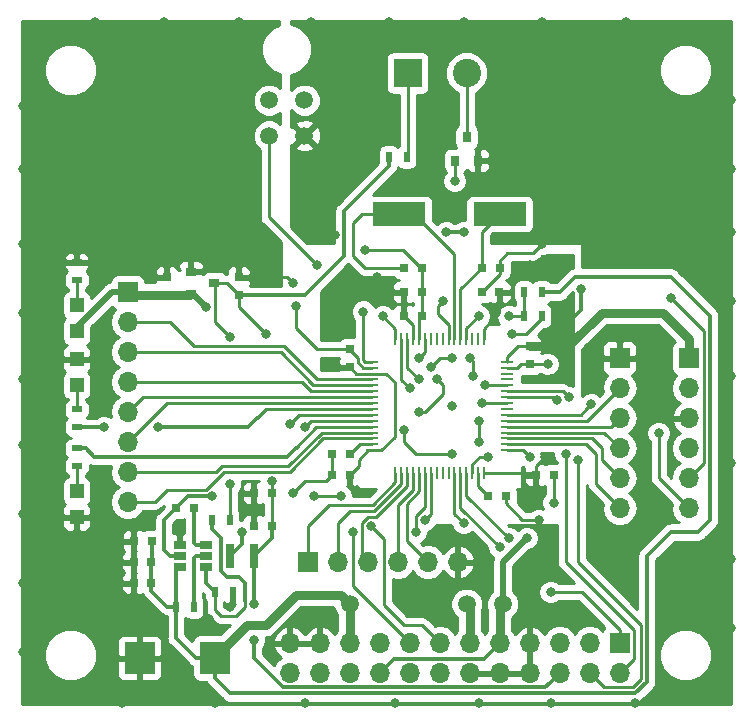
<source format=gbr>
G04 #@! TF.GenerationSoftware,KiCad,Pcbnew,(5.0.2)-1*
G04 #@! TF.CreationDate,2019-03-06T23:00:33-07:00*
G04 #@! TF.ProjectId,AndromedaV3,416e6472-6f6d-4656-9461-56332e6b6963,rev?*
G04 #@! TF.SameCoordinates,Original*
G04 #@! TF.FileFunction,Copper,L1,Top*
G04 #@! TF.FilePolarity,Positive*
%FSLAX46Y46*%
G04 Gerber Fmt 4.6, Leading zero omitted, Abs format (unit mm)*
G04 Created by KiCad (PCBNEW (5.0.2)-1) date 2019-03-06 11:00:33 PM*
%MOMM*%
%LPD*%
G01*
G04 APERTURE LIST*
G04 #@! TA.AperFunction,SMDPad,CuDef*
%ADD10R,0.800000X0.750000*%
G04 #@! TD*
G04 #@! TA.AperFunction,SMDPad,CuDef*
%ADD11R,0.750000X0.800000*%
G04 #@! TD*
G04 #@! TA.AperFunction,SMDPad,CuDef*
%ADD12R,2.550000X2.700000*%
G04 #@! TD*
G04 #@! TA.AperFunction,SMDPad,CuDef*
%ADD13R,1.200000X1.200000*%
G04 #@! TD*
G04 #@! TA.AperFunction,ComponentPad*
%ADD14R,2.400000X2.400000*%
G04 #@! TD*
G04 #@! TA.AperFunction,ComponentPad*
%ADD15C,2.400000*%
G04 #@! TD*
G04 #@! TA.AperFunction,ComponentPad*
%ADD16R,1.700000X1.700000*%
G04 #@! TD*
G04 #@! TA.AperFunction,ComponentPad*
%ADD17O,1.700000X1.700000*%
G04 #@! TD*
G04 #@! TA.AperFunction,ComponentPad*
%ADD18C,1.500000*%
G04 #@! TD*
G04 #@! TA.AperFunction,SMDPad,CuDef*
%ADD19R,0.800000X2.000000*%
G04 #@! TD*
G04 #@! TA.AperFunction,SMDPad,CuDef*
%ADD20R,0.800000X0.900000*%
G04 #@! TD*
G04 #@! TA.AperFunction,SMDPad,CuDef*
%ADD21R,0.500000X0.900000*%
G04 #@! TD*
G04 #@! TA.AperFunction,SMDPad,CuDef*
%ADD22R,0.900000X0.500000*%
G04 #@! TD*
G04 #@! TA.AperFunction,BGAPad,CuDef*
%ADD23C,1.500000*%
G04 #@! TD*
G04 #@! TA.AperFunction,SMDPad,CuDef*
%ADD24R,0.900000X0.800000*%
G04 #@! TD*
G04 #@! TA.AperFunction,SMDPad,CuDef*
%ADD25R,1.060000X0.650000*%
G04 #@! TD*
G04 #@! TA.AperFunction,SMDPad,CuDef*
%ADD26R,1.000000X0.250000*%
G04 #@! TD*
G04 #@! TA.AperFunction,SMDPad,CuDef*
%ADD27R,0.250000X1.000000*%
G04 #@! TD*
G04 #@! TA.AperFunction,SMDPad,CuDef*
%ADD28R,4.500000X2.000000*%
G04 #@! TD*
G04 #@! TA.AperFunction,ViaPad*
%ADD29C,0.800000*%
G04 #@! TD*
G04 #@! TA.AperFunction,Conductor*
%ADD30C,0.250000*%
G04 #@! TD*
G04 #@! TA.AperFunction,Conductor*
%ADD31C,0.800000*%
G04 #@! TD*
G04 #@! TA.AperFunction,Conductor*
%ADD32C,0.300000*%
G04 #@! TD*
G04 #@! TA.AperFunction,Conductor*
%ADD33C,0.350000*%
G04 #@! TD*
G04 #@! TA.AperFunction,Conductor*
%ADD34C,0.500000*%
G04 #@! TD*
G04 #@! TA.AperFunction,Conductor*
%ADD35C,0.254000*%
G04 #@! TD*
G04 APERTURE END LIST*
D10*
G04 #@! TO.P,C1,1*
G04 #@! TO.N,+BATT*
X118860000Y-104394000D03*
G04 #@! TO.P,C1,2*
G04 #@! TO.N,GND*
X117360000Y-104394000D03*
G04 #@! TD*
D11*
G04 #@! TO.P,C2,1*
G04 #@! TO.N,+5V*
X126238000Y-83566000D03*
G04 #@! TO.P,C2,2*
G04 #@! TO.N,GND*
X126238000Y-82066000D03*
G04 #@! TD*
D10*
G04 #@! TO.P,C3,1*
G04 #@! TO.N,+BATT*
X118848000Y-107950000D03*
G04 #@! TO.P,C3,2*
G04 #@! TO.N,GND*
X117348000Y-107950000D03*
G04 #@! TD*
G04 #@! TO.P,C4,2*
G04 #@! TO.N,GND*
X117348000Y-106172000D03*
G04 #@! TO.P,C4,1*
G04 #@! TO.N,+BATT*
X118848000Y-106172000D03*
G04 #@! TD*
D11*
G04 #@! TO.P,C5,2*
G04 #@! TO.N,GND*
X120142000Y-82042000D03*
G04 #@! TO.P,C5,1*
G04 #@! TO.N,+3V3*
X120142000Y-83542000D03*
G04 #@! TD*
D10*
G04 #@! TO.P,C6,2*
G04 #@! TO.N,Net-(C6-Pad2)*
X122428000Y-101600000D03*
G04 #@! TO.P,C6,1*
G04 #@! TO.N,Net-(C6-Pad1)*
X120928000Y-101600000D03*
G04 #@! TD*
G04 #@! TO.P,C7,2*
G04 #@! TO.N,GND*
X127532000Y-103124000D03*
G04 #@! TO.P,C7,1*
G04 #@! TO.N,+5V*
X129032000Y-103124000D03*
G04 #@! TD*
G04 #@! TO.P,C8,1*
G04 #@! TO.N,+5V*
X129032000Y-100330000D03*
G04 #@! TO.P,C8,2*
G04 #@! TO.N,GND*
X127532000Y-100330000D03*
G04 #@! TD*
G04 #@! TO.P,C9,1*
G04 #@! TO.N,Net-(C9-Pad1)*
X147344000Y-100584000D03*
G04 #@! TO.P,C9,2*
G04 #@! TO.N,GND*
X148844000Y-100584000D03*
G04 #@! TD*
G04 #@! TO.P,C10,1*
G04 #@! TO.N,Net-(C10-Pad1)*
X135636000Y-97028000D03*
G04 #@! TO.P,C10,2*
G04 #@! TO.N,GND*
X134136000Y-97028000D03*
G04 #@! TD*
G04 #@! TO.P,C11,1*
G04 #@! TO.N,Net-(C11-Pad1)*
X140232000Y-81280000D03*
G04 #@! TO.P,C11,2*
G04 #@! TO.N,GND*
X141732000Y-81280000D03*
G04 #@! TD*
G04 #@! TO.P,C12,2*
G04 #@! TO.N,GND*
X134124000Y-98806000D03*
G04 #@! TO.P,C12,1*
G04 #@! TO.N,+3V3*
X135624000Y-98806000D03*
G04 #@! TD*
G04 #@! TO.P,C13,2*
G04 #@! TO.N,GND*
X148336000Y-81280000D03*
G04 #@! TO.P,C13,1*
G04 #@! TO.N,Net-(C13-Pad1)*
X146836000Y-81280000D03*
G04 #@! TD*
G04 #@! TO.P,C14,2*
G04 #@! TO.N,GND*
X146812000Y-83312000D03*
G04 #@! TO.P,C14,1*
G04 #@! TO.N,+3V3*
X148312000Y-83312000D03*
G04 #@! TD*
D11*
G04 #@! TO.P,C15,1*
G04 #@! TO.N,+3V3*
X150876000Y-87908000D03*
G04 #@! TO.P,C15,2*
G04 #@! TO.N,GND*
X150876000Y-89408000D03*
G04 #@! TD*
D10*
G04 #@! TO.P,C16,1*
G04 #@! TO.N,+3V3*
X140232000Y-85344000D03*
G04 #@! TO.P,C16,2*
G04 #@! TO.N,GND*
X141732000Y-85344000D03*
G04 #@! TD*
D11*
G04 #@! TO.P,C17,2*
G04 #@! TO.N,GND*
X135636000Y-88162000D03*
G04 #@! TO.P,C17,1*
G04 #@! TO.N,+3V3*
X135636000Y-89662000D03*
G04 #@! TD*
D10*
G04 #@! TO.P,C18,1*
G04 #@! TO.N,+3V3*
X140232000Y-83312000D03*
G04 #@! TO.P,C18,2*
G04 #@! TO.N,GND*
X141732000Y-83312000D03*
G04 #@! TD*
G04 #@! TO.P,C19,2*
G04 #@! TO.N,GND*
X152908000Y-98806000D03*
G04 #@! TO.P,C19,1*
G04 #@! TO.N,+3V3*
X151408000Y-98806000D03*
G04 #@! TD*
D12*
G04 #@! TO.P,C20,2*
G04 #@! TO.N,GND*
X117856000Y-114300000D03*
G04 #@! TO.P,C20,1*
G04 #@! TO.N,+BATT*
X124206000Y-114300000D03*
G04 #@! TD*
D13*
G04 #@! TO.P,D1,1*
G04 #@! TO.N,Net-(D1-Pad1)*
X112522000Y-84414000D03*
G04 #@! TO.P,D1,2*
G04 #@! TO.N,+3V3*
X112522000Y-86614000D03*
G04 #@! TD*
G04 #@! TO.P,D2,2*
G04 #@! TO.N,Net-(D2-Pad2)*
X112522000Y-91186000D03*
G04 #@! TO.P,D2,1*
G04 #@! TO.N,GND*
X112522000Y-88986000D03*
G04 #@! TD*
G04 #@! TO.P,D3,1*
G04 #@! TO.N,GND*
X112522000Y-102362000D03*
G04 #@! TO.P,D3,2*
G04 #@! TO.N,Net-(D3-Pad2)*
X112522000Y-100162000D03*
G04 #@! TD*
D14*
G04 #@! TO.P,J1,1*
G04 #@! TO.N,Net-(J1-Pad1)*
X140542000Y-64770000D03*
D15*
G04 #@! TO.P,J1,2*
G04 #@! TO.N,Net-(J1-Pad2)*
X145542000Y-64770000D03*
G04 #@! TD*
D16*
G04 #@! TO.P,J2,1*
G04 #@! TO.N,+3V3*
X116840000Y-83312000D03*
D17*
G04 #@! TO.P,J2,2*
G04 #@! TO.N,AG_~CS*
X116840000Y-85852000D03*
G04 #@! TO.P,J2,3*
G04 #@! TO.N,SPI1_SCK*
X116840000Y-88392000D03*
G04 #@! TO.P,J2,4*
G04 #@! TO.N,SPI1_MISO*
X116840000Y-90932000D03*
G04 #@! TO.P,J2,5*
G04 #@! TO.N,SPI1_MOSI*
X116840000Y-93472000D03*
G04 #@! TO.P,J2,6*
G04 #@! TO.N,MAG_~CS*
X116840000Y-96012000D03*
G04 #@! TO.P,J2,7*
G04 #@! TO.N,UART3_TX*
X116840000Y-98552000D03*
G04 #@! TO.P,J2,8*
G04 #@! TO.N,UART3_RX*
X116840000Y-101092000D03*
G04 #@! TD*
D16*
G04 #@! TO.P,J3,1*
G04 #@! TO.N,Accel_~CS*
X132080000Y-106172000D03*
D17*
G04 #@! TO.P,J3,2*
G04 #@! TO.N,SPI2_SCK*
X134620000Y-106172000D03*
G04 #@! TO.P,J3,3*
G04 #@! TO.N,SPI2_MISO*
X137160000Y-106172000D03*
G04 #@! TO.P,J3,4*
G04 #@! TO.N,SPI2_MOSI*
X139700000Y-106172000D03*
G04 #@! TO.P,J3,5*
G04 #@! TO.N,BARO_~CS*
X142240000Y-106172000D03*
G04 #@! TO.P,J3,6*
G04 #@! TO.N,GND*
X144780000Y-106172000D03*
G04 #@! TD*
D16*
G04 #@! TO.P,J4,1*
G04 #@! TO.N,GND*
X158496000Y-88900000D03*
D17*
G04 #@! TO.P,J4,2*
G04 #@! TO.N,SD2_~CS*
X158496000Y-91440000D03*
G04 #@! TO.P,J4,3*
G04 #@! TO.N,SPI3_MOSI*
X158496000Y-93980000D03*
G04 #@! TO.P,J4,4*
G04 #@! TO.N,SPI3_MISO*
X158496000Y-96520000D03*
G04 #@! TO.P,J4,5*
G04 #@! TO.N,SPI3_SCK*
X158496000Y-99060000D03*
G04 #@! TO.P,J4,6*
G04 #@! TO.N,SD1_~CS*
X158496000Y-101600000D03*
G04 #@! TD*
D16*
G04 #@! TO.P,J5,1*
G04 #@! TO.N,+3V3*
X164338000Y-88900000D03*
D17*
G04 #@! TO.P,J5,2*
G04 #@! TO.N,SWCLK*
X164338000Y-91440000D03*
G04 #@! TO.P,J5,3*
G04 #@! TO.N,GND*
X164338000Y-93980000D03*
G04 #@! TO.P,J5,4*
G04 #@! TO.N,SWDIO*
X164338000Y-96520000D03*
G04 #@! TO.P,J5,5*
G04 #@! TO.N,NRST*
X164338000Y-99060000D03*
G04 #@! TO.P,J5,6*
G04 #@! TO.N,SWO*
X164338000Y-101600000D03*
G04 #@! TD*
D18*
G04 #@! TO.P,J6,1*
G04 #@! TO.N,LAUNCH*
X128802000Y-67086000D03*
G04 #@! TO.P,J6,2*
G04 #@! TO.N,UART2_TX*
X131802000Y-67086000D03*
G04 #@! TO.P,J6,3*
G04 #@! TO.N,UART2_RX*
X128802000Y-70086000D03*
G04 #@! TO.P,J6,4*
G04 #@! TO.N,GND*
X131802000Y-70086000D03*
G04 #@! TD*
D17*
G04 #@! TO.P,J7,24*
G04 #@! TO.N,RECOVERY_2*
X130556000Y-115570000D03*
G04 #@! TO.P,J7,12*
G04 #@! TO.N,GND*
X130556000Y-113030000D03*
G04 #@! TO.P,J7,23*
G04 #@! TO.N,RECOVERY_1*
X133096000Y-115570000D03*
G04 #@! TO.P,J7,11*
G04 #@! TO.N,GND*
X133096000Y-113030000D03*
G04 #@! TO.P,J7,22*
X135636000Y-115570000D03*
G04 #@! TO.P,J7,10*
G04 #@! TO.N,+BATT*
X135636000Y-113030000D03*
G04 #@! TO.P,J7,21*
G04 #@! TO.N,+3V3*
X138176000Y-115570000D03*
G04 #@! TO.P,J7,9*
G04 #@! TO.N,Net-(J7-Pad9)*
X138176000Y-113030000D03*
G04 #@! TO.P,J7,20*
G04 #@! TO.N,UART4_RX*
X140716000Y-115570000D03*
G04 #@! TO.P,J7,8*
G04 #@! TO.N,ADC2*
X140716000Y-113030000D03*
G04 #@! TO.P,J7,19*
G04 #@! TO.N,UART4_TX*
X143256000Y-115570000D03*
G04 #@! TO.P,J7,7*
G04 #@! TO.N,ADC1*
X143256000Y-113030000D03*
G04 #@! TO.P,J7,18*
G04 #@! TO.N,GND*
X145796000Y-115570000D03*
G04 #@! TO.P,J7,6*
G04 #@! TO.N,+5V*
X145796000Y-113030000D03*
G04 #@! TO.P,J7,17*
G04 #@! TO.N,GND*
X148336000Y-115570000D03*
G04 #@! TO.P,J7,5*
G04 #@! TO.N,+3V3*
X148336000Y-113030000D03*
G04 #@! TO.P,J7,16*
G04 #@! TO.N,GND*
X150876000Y-115570000D03*
G04 #@! TO.P,J7,4*
X150876000Y-113030000D03*
G04 #@! TO.P,J7,15*
G04 #@! TO.N,+5V*
X153416000Y-115570000D03*
G04 #@! TO.P,J7,3*
G04 #@! TO.N,PROPULSION3*
X153416000Y-113030000D03*
G04 #@! TO.P,J7,14*
G04 #@! TO.N,UART1_RX*
X155956000Y-115570000D03*
G04 #@! TO.P,J7,2*
G04 #@! TO.N,PROPULSION2*
X155956000Y-113030000D03*
G04 #@! TO.P,J7,13*
G04 #@! TO.N,UART1_TX*
X158496000Y-115570000D03*
D16*
G04 #@! TO.P,J7,1*
G04 #@! TO.N,PROPULSION1*
X158496000Y-113030000D03*
G04 #@! TD*
D19*
G04 #@! TO.P,L1,1*
G04 #@! TO.N,+5V*
X127508000Y-105664000D03*
G04 #@! TO.P,L1,2*
G04 #@! TO.N,Net-(C6-Pad1)*
X125508000Y-105664000D03*
G04 #@! TD*
D20*
G04 #@! TO.P,Q1,1*
G04 #@! TO.N,Fan_ctrl*
X144592000Y-72186000D03*
G04 #@! TO.P,Q1,2*
G04 #@! TO.N,GND*
X146492000Y-72186000D03*
G04 #@! TO.P,Q1,3*
G04 #@! TO.N,Net-(J1-Pad2)*
X145542000Y-70186000D03*
G04 #@! TD*
D21*
G04 #@! TO.P,R1,1*
G04 #@! TO.N,+BATT*
X120928000Y-109982000D03*
G04 #@! TO.P,R1,2*
G04 #@! TO.N,Net-(R1-Pad2)*
X122428000Y-109982000D03*
G04 #@! TD*
G04 #@! TO.P,R2,2*
G04 #@! TO.N,GND*
X125718000Y-108712000D03*
G04 #@! TO.P,R2,1*
G04 #@! TO.N,Net-(R2-Pad1)*
X124218000Y-108712000D03*
G04 #@! TD*
G04 #@! TO.P,R3,1*
G04 #@! TO.N,+5V*
X138950000Y-71882000D03*
G04 #@! TO.P,R3,2*
G04 #@! TO.N,Net-(J1-Pad1)*
X140450000Y-71882000D03*
G04 #@! TD*
G04 #@! TO.P,R4,2*
G04 #@! TO.N,Net-(R2-Pad1)*
X123976000Y-102616000D03*
G04 #@! TO.P,R4,1*
G04 #@! TO.N,+5V*
X125476000Y-102616000D03*
G04 #@! TD*
D22*
G04 #@! TO.P,R5,1*
G04 #@! TO.N,Net-(D1-Pad1)*
X112522000Y-82284000D03*
G04 #@! TO.P,R5,2*
G04 #@! TO.N,GND*
X112522000Y-80784000D03*
G04 #@! TD*
D21*
G04 #@! TO.P,R6,2*
G04 #@! TO.N,Net-(R6-Pad2)*
X150392000Y-83312000D03*
G04 #@! TO.P,R6,1*
G04 #@! TO.N,+BATT*
X151892000Y-83312000D03*
G04 #@! TD*
G04 #@! TO.P,R7,1*
G04 #@! TO.N,Net-(R6-Pad2)*
X150392000Y-85344000D03*
G04 #@! TO.P,R7,2*
G04 #@! TO.N,GND*
X151892000Y-85344000D03*
G04 #@! TD*
D22*
G04 #@! TO.P,R8,2*
G04 #@! TO.N,Net-(D2-Pad2)*
X112522000Y-93242000D03*
G04 #@! TO.P,R8,1*
G04 #@! TO.N,LED1*
X112522000Y-94742000D03*
G04 #@! TD*
G04 #@! TO.P,R9,2*
G04 #@! TO.N,Net-(D3-Pad2)*
X112522000Y-98032000D03*
G04 #@! TO.P,R9,1*
G04 #@! TO.N,LED2*
X112522000Y-96532000D03*
G04 #@! TD*
D23*
G04 #@! TO.P,TP1,1*
G04 #@! TO.N,+BATT*
X135636000Y-109728000D03*
G04 #@! TD*
G04 #@! TO.P,TP2,1*
G04 #@! TO.N,+3V3*
X148590000Y-109728000D03*
G04 #@! TD*
G04 #@! TO.P,TP3,1*
G04 #@! TO.N,+5V*
X145542000Y-109728000D03*
G04 #@! TD*
D24*
G04 #@! TO.P,U1,3*
G04 #@! TO.N,+5V*
X124190000Y-82550000D03*
G04 #@! TO.P,U1,2*
G04 #@! TO.N,+3V3*
X122190000Y-83500000D03*
G04 #@! TO.P,U1,1*
G04 #@! TO.N,GND*
X122190000Y-81600000D03*
G04 #@! TD*
D25*
G04 #@! TO.P,U2,5*
G04 #@! TO.N,Net-(R1-Pad2)*
X123444000Y-105664000D03*
G04 #@! TO.P,U2,6*
G04 #@! TO.N,Net-(C6-Pad2)*
X123444000Y-104714000D03*
G04 #@! TO.P,U2,4*
G04 #@! TO.N,Net-(R2-Pad1)*
X123444000Y-106614000D03*
G04 #@! TO.P,U2,3*
G04 #@! TO.N,+BATT*
X121244000Y-106614000D03*
G04 #@! TO.P,U2,2*
G04 #@! TO.N,Net-(C6-Pad1)*
X121244000Y-105664000D03*
G04 #@! TO.P,U2,1*
G04 #@! TO.N,GND*
X121244000Y-104714000D03*
G04 #@! TD*
D26*
G04 #@! TO.P,U3,64*
G04 #@! TO.N,+3V3*
X148956000Y-89214000D03*
G04 #@! TO.P,U3,63*
G04 #@! TO.N,GND*
X148956000Y-89714000D03*
G04 #@! TO.P,U3,62*
G04 #@! TO.N,Net-(U3-Pad62)*
X148956000Y-90214000D03*
G04 #@! TO.P,U3,61*
G04 #@! TO.N,Net-(U3-Pad61)*
X148956000Y-90714000D03*
G04 #@! TO.P,U3,60*
G04 #@! TO.N,GND*
X148956000Y-91214000D03*
G04 #@! TO.P,U3,59*
G04 #@! TO.N,UART1_RX*
X148956000Y-91714000D03*
G04 #@! TO.P,U3,58*
G04 #@! TO.N,UART1_TX*
X148956000Y-92214000D03*
G04 #@! TO.P,U3,57*
G04 #@! TO.N,Fan_ctrl*
X148956000Y-92714000D03*
G04 #@! TO.P,U3,56*
G04 #@! TO.N,Net-(U3-Pad56)*
X148956000Y-93214000D03*
G04 #@! TO.P,U3,55*
G04 #@! TO.N,SWO*
X148956000Y-93714000D03*
G04 #@! TO.P,U3,54*
G04 #@! TO.N,SD2_~CS*
X148956000Y-94214000D03*
G04 #@! TO.P,U3,53*
G04 #@! TO.N,SPI3_MOSI*
X148956000Y-94714000D03*
G04 #@! TO.P,U3,52*
G04 #@! TO.N,SPI3_MISO*
X148956000Y-95214000D03*
G04 #@! TO.P,U3,51*
G04 #@! TO.N,SPI3_SCK*
X148956000Y-95714000D03*
G04 #@! TO.P,U3,50*
G04 #@! TO.N,SD1_~CS*
X148956000Y-96214000D03*
G04 #@! TO.P,U3,49*
G04 #@! TO.N,SWCLK*
X148956000Y-96714000D03*
D27*
G04 #@! TO.P,U3,48*
G04 #@! TO.N,+3V3*
X147006000Y-98664000D03*
G04 #@! TO.P,U3,47*
G04 #@! TO.N,Net-(C9-Pad1)*
X146506000Y-98664000D03*
G04 #@! TO.P,U3,46*
G04 #@! TO.N,SWDIO*
X146006000Y-98664000D03*
G04 #@! TO.P,U3,45*
G04 #@! TO.N,PROPULSION2*
X145506000Y-98664000D03*
G04 #@! TO.P,U3,44*
G04 #@! TO.N,PROPULSION1*
X145006000Y-98664000D03*
G04 #@! TO.P,U3,43*
G04 #@! TO.N,PROPULSION3*
X144506000Y-98664000D03*
G04 #@! TO.P,U3,42*
G04 #@! TO.N,Net-(U3-Pad42)*
X144006000Y-98664000D03*
G04 #@! TO.P,U3,41*
G04 #@! TO.N,Net-(U3-Pad41)*
X143506000Y-98664000D03*
G04 #@! TO.P,U3,40*
G04 #@! TO.N,Net-(U3-Pad40)*
X143006000Y-98664000D03*
G04 #@! TO.P,U3,39*
G04 #@! TO.N,RECOVERY_2*
X142506000Y-98664000D03*
G04 #@! TO.P,U3,38*
G04 #@! TO.N,RECOVERY_1*
X142006000Y-98664000D03*
G04 #@! TO.P,U3,37*
G04 #@! TO.N,BARO_~CS*
X141506000Y-98664000D03*
G04 #@! TO.P,U3,36*
G04 #@! TO.N,SPI2_MOSI*
X141006000Y-98664000D03*
G04 #@! TO.P,U3,35*
G04 #@! TO.N,SPI2_MISO*
X140506000Y-98664000D03*
G04 #@! TO.P,U3,34*
G04 #@! TO.N,SPI2_SCK*
X140006000Y-98664000D03*
G04 #@! TO.P,U3,33*
G04 #@! TO.N,Accel_~CS*
X139506000Y-98664000D03*
D26*
G04 #@! TO.P,U3,32*
G04 #@! TO.N,+3V3*
X137556000Y-96714000D03*
G04 #@! TO.P,U3,31*
G04 #@! TO.N,Net-(C10-Pad1)*
X137556000Y-96214000D03*
G04 #@! TO.P,U3,30*
G04 #@! TO.N,UART3_RX*
X137556000Y-95714000D03*
G04 #@! TO.P,U3,29*
G04 #@! TO.N,UART3_TX*
X137556000Y-95214000D03*
G04 #@! TO.P,U3,28*
G04 #@! TO.N,LED2*
X137556000Y-94714000D03*
G04 #@! TO.P,U3,27*
G04 #@! TO.N,ADC2*
X137556000Y-94214000D03*
G04 #@! TO.P,U3,26*
G04 #@! TO.N,ADC1*
X137556000Y-93714000D03*
G04 #@! TO.P,U3,25*
G04 #@! TO.N,LED1*
X137556000Y-93214000D03*
G04 #@! TO.P,U3,24*
G04 #@! TO.N,MAG_~CS*
X137556000Y-92714000D03*
G04 #@! TO.P,U3,23*
G04 #@! TO.N,SPI1_MOSI*
X137556000Y-92214000D03*
G04 #@! TO.P,U3,22*
G04 #@! TO.N,SPI1_MISO*
X137556000Y-91714000D03*
G04 #@! TO.P,U3,21*
G04 #@! TO.N,SPI1_SCK*
X137556000Y-91214000D03*
G04 #@! TO.P,U3,20*
G04 #@! TO.N,AG_~CS*
X137556000Y-90714000D03*
G04 #@! TO.P,U3,19*
G04 #@! TO.N,+3V3*
X137556000Y-90214000D03*
G04 #@! TO.P,U3,18*
G04 #@! TO.N,GND*
X137556000Y-89714000D03*
G04 #@! TO.P,U3,17*
G04 #@! TO.N,UART2_RX*
X137556000Y-89214000D03*
D27*
G04 #@! TO.P,U3,16*
G04 #@! TO.N,UART2_TX*
X139506000Y-87264000D03*
G04 #@! TO.P,U3,15*
G04 #@! TO.N,UART4_RX*
X140006000Y-87264000D03*
G04 #@! TO.P,U3,14*
G04 #@! TO.N,UART4_TX*
X140506000Y-87264000D03*
G04 #@! TO.P,U3,13*
G04 #@! TO.N,+3V3*
X141006000Y-87264000D03*
G04 #@! TO.P,U3,12*
G04 #@! TO.N,GND*
X141506000Y-87264000D03*
G04 #@! TO.P,U3,11*
G04 #@! TO.N,LAUNCH*
X142006000Y-87264000D03*
G04 #@! TO.P,U3,10*
G04 #@! TO.N,Net-(U3-Pad10)*
X142506000Y-87264000D03*
G04 #@! TO.P,U3,9*
G04 #@! TO.N,Net-(U3-Pad9)*
X143006000Y-87264000D03*
G04 #@! TO.P,U3,8*
G04 #@! TO.N,Net-(U3-Pad8)*
X143506000Y-87264000D03*
G04 #@! TO.P,U3,7*
G04 #@! TO.N,NRST*
X144006000Y-87264000D03*
G04 #@! TO.P,U3,6*
G04 #@! TO.N,Net-(C11-Pad1)*
X144506000Y-87264000D03*
G04 #@! TO.P,U3,5*
G04 #@! TO.N,Net-(C13-Pad1)*
X145006000Y-87264000D03*
G04 #@! TO.P,U3,4*
G04 #@! TO.N,Net-(R6-Pad2)*
X145506000Y-87264000D03*
G04 #@! TO.P,U3,3*
G04 #@! TO.N,Net-(U3-Pad3)*
X146006000Y-87264000D03*
G04 #@! TO.P,U3,2*
G04 #@! TO.N,Net-(U3-Pad2)*
X146506000Y-87264000D03*
G04 #@! TO.P,U3,1*
G04 #@! TO.N,+3V3*
X147006000Y-87264000D03*
G04 #@! TD*
D28*
G04 #@! TO.P,Y1,2*
G04 #@! TO.N,Net-(C13-Pad1)*
X148336000Y-76708000D03*
G04 #@! TO.P,Y1,1*
G04 #@! TO.N,Net-(C11-Pad1)*
X139836000Y-76708000D03*
G04 #@! TD*
D29*
G04 #@! TO.N,GND*
X107950000Y-107950000D03*
X107950000Y-102108000D03*
X107950000Y-96266000D03*
X107950000Y-90678000D03*
X107950000Y-85090000D03*
X107950000Y-79248000D03*
X107950000Y-72898000D03*
X107950000Y-67564000D03*
X151892000Y-79248000D03*
X147066000Y-91186000D03*
X152400000Y-89408000D03*
X130810000Y-100330000D03*
X152908000Y-101149999D03*
X151638000Y-102616000D03*
X152908000Y-104902000D03*
X128016000Y-101854000D03*
X121158000Y-103124000D03*
X116078000Y-103378000D03*
X125476000Y-109982000D03*
X123698000Y-110998000D03*
X149352000Y-86868000D03*
X136906000Y-79756000D03*
X134366000Y-78486000D03*
X131064000Y-84494000D03*
X130810000Y-82550000D03*
X114046000Y-60452000D03*
X119888000Y-60452000D03*
X126238000Y-60452000D03*
X132334000Y-60452000D03*
X138938000Y-60452000D03*
X145288000Y-60452000D03*
X151892000Y-60452000D03*
X159004000Y-60452000D03*
X167894000Y-67056000D03*
X167894000Y-72898000D03*
X167894000Y-78232000D03*
X167894000Y-84074000D03*
X167894000Y-90424000D03*
X167894000Y-97790000D03*
X167894000Y-105918000D03*
X167894000Y-111760000D03*
X159766000Y-118110000D03*
X152654000Y-118110000D03*
X146558000Y-118110000D03*
X139446000Y-118110000D03*
X131826000Y-118110000D03*
X124206000Y-118110000D03*
X116332000Y-118110000D03*
X107950000Y-113792000D03*
X146050000Y-90424000D03*
X145796000Y-88900000D03*
X144272000Y-88900000D03*
X142494000Y-89662000D03*
X143002000Y-90678000D03*
X141478000Y-93472000D03*
X140208000Y-94996000D03*
X144272000Y-97028000D03*
X146558000Y-96012000D03*
X146558000Y-94234000D03*
X144272000Y-92964000D03*
G04 #@! TO.N,+5V*
X127508000Y-109728000D03*
X127508000Y-112776000D03*
X129032000Y-99277000D03*
X125476000Y-99568000D03*
X128524000Y-86868000D03*
X125476000Y-87122000D03*
G04 #@! TO.N,+3V3*
X150622000Y-101346000D03*
X150622000Y-104140000D03*
X123444000Y-84582000D03*
X134620000Y-85344000D03*
X137922000Y-82042000D03*
X143801000Y-78251337D03*
X145288000Y-78232000D03*
X150876000Y-81026000D03*
X152654000Y-81026000D03*
X134366000Y-89408000D03*
X133858000Y-87122000D03*
X152146000Y-97282000D03*
X152654000Y-90678000D03*
X155194000Y-83058000D03*
X153670000Y-86360000D03*
G04 #@! TO.N,UART2_RX*
X132842000Y-81026000D03*
X136786011Y-84970011D03*
G04 #@! TO.N,UART2_TX*
X138430000Y-85344000D03*
G04 #@! TO.N,LAUNCH*
X141478000Y-88900000D03*
G04 #@! TO.N,SWCLK*
X150876000Y-97282000D03*
G04 #@! TO.N,SWDIO*
X147320000Y-97282000D03*
G04 #@! TO.N,NRST*
X162814000Y-83820000D03*
X143510000Y-84074000D03*
G04 #@! TO.N,SWO*
X161798000Y-95250000D03*
X156078347Y-92832347D03*
G04 #@! TO.N,RECOVERY_2*
X141986000Y-102616000D03*
G04 #@! TO.N,RECOVERY_1*
X141224000Y-103632000D03*
G04 #@! TO.N,UART4_RX*
X140716000Y-91440000D03*
G04 #@! TO.N,ADC2*
X131821347Y-94737347D03*
X135890000Y-103632000D03*
G04 #@! TO.N,UART4_TX*
X141478000Y-90678000D03*
G04 #@! TO.N,ADC1*
X130556000Y-94488000D03*
X132583347Y-100588653D03*
X134874000Y-100584000D03*
X137418653Y-103128653D03*
G04 #@! TO.N,PROPULSION3*
X145283347Y-102874653D03*
G04 #@! TO.N,UART1_RX*
X154178000Y-92202000D03*
X154940000Y-97536000D03*
G04 #@! TO.N,PROPULSION2*
X149098000Y-104140000D03*
G04 #@! TO.N,UART1_TX*
X153162000Y-92456000D03*
X153924000Y-97028000D03*
G04 #@! TO.N,PROPULSION1*
X148336000Y-104902000D03*
X152649347Y-108716653D03*
G04 #@! TO.N,Fan_ctrl*
X146812000Y-92710000D03*
X144526000Y-73914000D03*
G04 #@! TO.N,LED1*
X114808000Y-94742000D03*
X119380000Y-94742000D03*
G04 #@! TO.N,Net-(C6-Pad1)*
X123956653Y-100588653D03*
X126492000Y-103632000D03*
G04 #@! TO.N,Net-(R6-Pad2)*
X146558000Y-85344000D03*
X149098000Y-85344000D03*
G04 #@! TD*
D30*
G04 #@! TO.N,GND*
X107950000Y-113792000D02*
X107950000Y-107950000D01*
X107950000Y-102108000D02*
X107950000Y-96266000D01*
X107950000Y-90678000D02*
X107950000Y-85090000D01*
X107950000Y-79248000D02*
X107950000Y-72898000D01*
X107950000Y-67564000D02*
X107950000Y-63754000D01*
X107950000Y-63754000D02*
X107950000Y-63246000D01*
X141506000Y-85570000D02*
X141732000Y-85344000D01*
X141506000Y-87264000D02*
X141506000Y-85570000D01*
X141732000Y-85344000D02*
X141732000Y-83312000D01*
X141732000Y-83312000D02*
X141732000Y-81280000D01*
X148956000Y-89714000D02*
X149808000Y-89714000D01*
X150114000Y-89408000D02*
X150876000Y-89408000D01*
X149808000Y-89714000D02*
X150114000Y-89408000D01*
X148336000Y-81813000D02*
X148336000Y-81280000D01*
X146837000Y-83312000D02*
X148336000Y-81813000D01*
X146812000Y-83312000D02*
X146837000Y-83312000D01*
X148981000Y-80010000D02*
X151130000Y-80010000D01*
X148336000Y-80655000D02*
X148981000Y-80010000D01*
X148336000Y-81280000D02*
X148336000Y-80655000D01*
X151130000Y-80010000D02*
X151892000Y-79248000D01*
X148956000Y-91214000D02*
X147094000Y-91214000D01*
X147094000Y-91214000D02*
X147066000Y-91186000D01*
X135636000Y-88187000D02*
X135636000Y-88162000D01*
X136336001Y-88887001D02*
X135636000Y-88187000D01*
X136336001Y-89244001D02*
X136336001Y-88887001D01*
X136806000Y-89714000D02*
X136336001Y-89244001D01*
X137556000Y-89714000D02*
X136806000Y-89714000D01*
X150876000Y-89408000D02*
X152400000Y-89408000D01*
X134136000Y-98794000D02*
X134124000Y-98806000D01*
X134136000Y-97028000D02*
X134136000Y-98794000D01*
X134124000Y-98806000D02*
X134112000Y-98806000D01*
X134112000Y-98806000D02*
X133604000Y-99314000D01*
X133604000Y-99314000D02*
X131826000Y-99314000D01*
X131826000Y-99314000D02*
X130810000Y-100330000D01*
X152908000Y-98806000D02*
X152908000Y-101149999D01*
X150251000Y-102616000D02*
X151638000Y-102616000D01*
X148844000Y-100584000D02*
X148844000Y-101209000D01*
X148844000Y-101209000D02*
X150251000Y-102616000D01*
X135636000Y-88162000D02*
X132866000Y-88162000D01*
X132866000Y-88162000D02*
X132842000Y-88138000D01*
X128016000Y-101854000D02*
X127508000Y-101346000D01*
X127508000Y-101346000D02*
X127508000Y-101092000D01*
X127532000Y-101068000D02*
X127532000Y-100330000D01*
X127508000Y-101092000D02*
X127532000Y-101068000D01*
X121244000Y-104714000D02*
X121244000Y-103210000D01*
X121244000Y-103210000D02*
X121158000Y-103124000D01*
X125718000Y-108712000D02*
X125718000Y-109740000D01*
X125718000Y-109740000D02*
X125476000Y-109982000D01*
X151892000Y-85344000D02*
X151892000Y-85544000D01*
X150368000Y-86868000D02*
X149352000Y-86868000D01*
X150568000Y-86868000D02*
X150368000Y-86868000D01*
X151892000Y-85544000D02*
X150568000Y-86868000D01*
X140183000Y-79756000D02*
X136906000Y-79756000D01*
X141732000Y-81280000D02*
X141707000Y-81280000D01*
X141707000Y-81280000D02*
X140183000Y-79756000D01*
X132866000Y-88162000D02*
X131064000Y-86360000D01*
X131064000Y-86360000D02*
X131064000Y-84494000D01*
X130810000Y-82550000D02*
X130302000Y-82042000D01*
X130278000Y-82066000D02*
X126238000Y-82066000D01*
X130302000Y-82042000D02*
X130278000Y-82066000D01*
X107950000Y-63246000D02*
X107950000Y-62992000D01*
X107950000Y-62992000D02*
X110490000Y-60452000D01*
X110490000Y-60452000D02*
X114046000Y-60452000D01*
X119888000Y-60452000D02*
X126238000Y-60452000D01*
X132334000Y-60452000D02*
X138938000Y-60452000D01*
X145288000Y-60452000D02*
X151892000Y-60452000D01*
X159004000Y-60452000D02*
X165354000Y-60452000D01*
X165354000Y-60452000D02*
X167894000Y-62992000D01*
X167894000Y-62992000D02*
X167894000Y-67056000D01*
X167894000Y-72898000D02*
X167894000Y-78232000D01*
X167894000Y-84074000D02*
X167894000Y-90424000D01*
X167894000Y-97790000D02*
X167894000Y-105918000D01*
X167894000Y-111760000D02*
X167894000Y-112831002D01*
X167894000Y-112831002D02*
X167894000Y-115824000D01*
X167894000Y-115824000D02*
X165608000Y-118110000D01*
X165608000Y-118110000D02*
X159766000Y-118110000D01*
X152654000Y-118110000D02*
X146558000Y-118110000D01*
X139446000Y-118110000D02*
X131826000Y-118110000D01*
X124206000Y-118110000D02*
X116332000Y-118110000D01*
X146050000Y-90424000D02*
X146050000Y-89154000D01*
X146050000Y-89154000D02*
X145796000Y-88900000D01*
X144272000Y-88900000D02*
X143256000Y-88900000D01*
X143256000Y-88900000D02*
X142494000Y-89662000D01*
X143002000Y-90678000D02*
X143510000Y-91186000D01*
X143510000Y-91186000D02*
X143510000Y-91948000D01*
X143510000Y-91948000D02*
X141986000Y-93472000D01*
X141986000Y-93472000D02*
X141478000Y-93472000D01*
X140208000Y-94996000D02*
X140208000Y-96012000D01*
X140208000Y-96012000D02*
X141224000Y-97028000D01*
X141224000Y-97028000D02*
X144272000Y-97028000D01*
X146558000Y-96012000D02*
X146558000Y-94234000D01*
D31*
G04 #@! TO.N,+BATT*
X135636000Y-113030000D02*
X135636000Y-109728000D01*
X124206000Y-114225000D02*
X124206000Y-114300000D01*
X133362001Y-108978001D02*
X133350000Y-108966000D01*
X126925000Y-111506000D02*
X124206000Y-114225000D01*
X135636000Y-109728000D02*
X134886001Y-108978001D01*
X134886001Y-108978001D02*
X133362001Y-108978001D01*
X128524000Y-111506000D02*
X131064000Y-108966000D01*
X126925000Y-111506000D02*
X128524000Y-111506000D01*
X133350000Y-108966000D02*
X131064000Y-108966000D01*
D32*
X120928000Y-110732000D02*
X120928000Y-109982000D01*
X120928000Y-112597000D02*
X120928000Y-110732000D01*
X122631000Y-114300000D02*
X120928000Y-112597000D01*
X124206000Y-114300000D02*
X122631000Y-114300000D01*
X120928000Y-106930000D02*
X121244000Y-106614000D01*
X120928000Y-109982000D02*
X120928000Y-106930000D01*
X118860000Y-106160000D02*
X118848000Y-106172000D01*
X118860000Y-104394000D02*
X118860000Y-106160000D01*
X118848000Y-106172000D02*
X118848000Y-107950000D01*
X120205000Y-109982000D02*
X120928000Y-109982000D01*
X118848000Y-107950000D02*
X118848000Y-108625000D01*
X118848000Y-108625000D02*
X120205000Y-109982000D01*
D33*
X162814000Y-82042000D02*
X154686000Y-82042000D01*
X166108010Y-85336010D02*
X162814000Y-82042000D01*
X153416000Y-83312000D02*
X152492000Y-83312000D01*
X154686000Y-82042000D02*
X153416000Y-83312000D01*
X165100000Y-103632000D02*
X166108010Y-102623990D01*
X162814000Y-103632000D02*
X165100000Y-103632000D01*
X152492000Y-83312000D02*
X151892000Y-83312000D01*
X124206000Y-116000000D02*
X125501011Y-117295011D01*
X124206000Y-114300000D02*
X124206000Y-116000000D01*
X125501011Y-117295011D02*
X159818989Y-117295011D01*
X160774010Y-116339990D02*
X160774010Y-105671990D01*
X166108010Y-102623990D02*
X166108010Y-85336010D01*
X159818989Y-117295011D02*
X160774010Y-116339990D01*
X160774010Y-105671990D02*
X162814000Y-103632000D01*
D30*
G04 #@! TO.N,Net-(C9-Pad1)*
X146506000Y-99746000D02*
X147344000Y-100584000D01*
X146506000Y-98664000D02*
X146506000Y-99746000D01*
D31*
G04 #@! TO.N,+5V*
X145796000Y-109982000D02*
X145542000Y-109728000D01*
X145796000Y-113030000D02*
X145796000Y-109982000D01*
D32*
X129032000Y-103124000D02*
X129032000Y-104140000D01*
X129032000Y-104140000D02*
X128524000Y-104648000D01*
X128524000Y-104648000D02*
X127508000Y-105664000D01*
X127508000Y-105664000D02*
X127508000Y-109728000D01*
X152566001Y-116419999D02*
X153416000Y-115570000D01*
X152215999Y-116770001D02*
X152566001Y-116419999D01*
X129979999Y-116770001D02*
X152215999Y-116770001D01*
X127508000Y-114298002D02*
X129979999Y-116770001D01*
X127508000Y-112776000D02*
X127508000Y-114298002D01*
D30*
X129032000Y-100330000D02*
X129032000Y-99277000D01*
X125222000Y-82550000D02*
X124190000Y-82550000D01*
X126238000Y-83566000D02*
X125222000Y-82550000D01*
X129032000Y-103124000D02*
X129032000Y-100330000D01*
X125476000Y-102616000D02*
X125476000Y-99568000D01*
X126238000Y-84582000D02*
X126238000Y-83566000D01*
X128524000Y-86868000D02*
X126238000Y-84582000D01*
X124206000Y-82566000D02*
X124190000Y-82550000D01*
X125476000Y-87122000D02*
X124206000Y-85852000D01*
X124206000Y-85852000D02*
X124206000Y-82566000D01*
D32*
X126238000Y-83566000D02*
X131826000Y-83566000D01*
X131826000Y-83566000D02*
X135128000Y-80264000D01*
X138950000Y-72632000D02*
X138950000Y-71882000D01*
X135128000Y-76454000D02*
X138950000Y-72632000D01*
X135128000Y-80264000D02*
X135128000Y-76454000D01*
D30*
G04 #@! TO.N,+3V3*
X141006000Y-86118000D02*
X140232000Y-85344000D01*
X141006000Y-87264000D02*
X141006000Y-86118000D01*
X140232000Y-85344000D02*
X140232000Y-83312000D01*
X147006000Y-87264000D02*
X147006000Y-86420000D01*
X148312000Y-85114000D02*
X148312000Y-83312000D01*
X147006000Y-86420000D02*
X148312000Y-85114000D01*
X150251000Y-87908000D02*
X150876000Y-87908000D01*
X149887000Y-87908000D02*
X150251000Y-87908000D01*
X148956000Y-88839000D02*
X149887000Y-87908000D01*
X148956000Y-89214000D02*
X148956000Y-88839000D01*
X136188000Y-90214000D02*
X135636000Y-89662000D01*
X137556000Y-90214000D02*
X136188000Y-90214000D01*
X151266000Y-98664000D02*
X151408000Y-98806000D01*
X147006000Y-98664000D02*
X151266000Y-98664000D01*
X151408000Y-98806000D02*
X151408000Y-100560000D01*
X151408000Y-100560000D02*
X150622000Y-101346000D01*
D31*
X164338000Y-87250000D02*
X162178000Y-85090000D01*
X164338000Y-88900000D02*
X164338000Y-87250000D01*
X162178000Y-85090000D02*
X156972000Y-85090000D01*
X154154000Y-87908000D02*
X150876000Y-87908000D01*
X156972000Y-85090000D02*
X154154000Y-87908000D01*
X117070000Y-83542000D02*
X116840000Y-83312000D01*
X120142000Y-83542000D02*
X117070000Y-83542000D01*
X122148000Y-83542000D02*
X122190000Y-83500000D01*
X120142000Y-83542000D02*
X122148000Y-83542000D01*
X148336000Y-109982000D02*
X148590000Y-109728000D01*
X148336000Y-113030000D02*
X148336000Y-109982000D01*
D34*
X148590000Y-109728000D02*
X148590000Y-106172000D01*
X148590000Y-106172000D02*
X150622000Y-104140000D01*
D32*
X139025999Y-114720001D02*
X138176000Y-115570000D01*
X139376001Y-114369999D02*
X139025999Y-114720001D01*
X146996001Y-114369999D02*
X139376001Y-114369999D01*
X148336000Y-113030000D02*
X146996001Y-114369999D01*
D34*
X122190000Y-83500000D02*
X122362000Y-83500000D01*
X122362000Y-83500000D02*
X123190000Y-84328000D01*
X123190000Y-84328000D02*
X123444000Y-84582000D01*
X112522000Y-86280000D02*
X112522000Y-86614000D01*
X115490000Y-83312000D02*
X112522000Y-86280000D01*
X116840000Y-83312000D02*
X115490000Y-83312000D01*
D30*
X137220000Y-96714000D02*
X137556000Y-96714000D01*
X136411000Y-97523000D02*
X137220000Y-96714000D01*
X136411000Y-98044000D02*
X136411000Y-97523000D01*
X135624000Y-98806000D02*
X135649000Y-98806000D01*
X135649000Y-98806000D02*
X136411000Y-98044000D01*
X138728000Y-90214000D02*
X137556000Y-90214000D01*
X139446000Y-90932000D02*
X138728000Y-90214000D01*
X139446000Y-95574000D02*
X139446000Y-90932000D01*
X137556000Y-96714000D02*
X138306000Y-96714000D01*
X138306000Y-96714000D02*
X139446000Y-95574000D01*
D32*
X134620000Y-85344000D02*
X137922000Y-82042000D01*
X143801000Y-78251337D02*
X145268663Y-78251337D01*
X145268663Y-78251337D02*
X145288000Y-78232000D01*
X150876000Y-81026000D02*
X152654000Y-81026000D01*
D30*
X135636000Y-89662000D02*
X134620000Y-89662000D01*
X134620000Y-89662000D02*
X134366000Y-89408000D01*
X151408000Y-98806000D02*
X151408000Y-98020000D01*
X151408000Y-98020000D02*
X152146000Y-97282000D01*
D33*
X155194000Y-83058000D02*
X155194000Y-83623685D01*
X155194000Y-83623685D02*
X155194000Y-84836000D01*
X155194000Y-84836000D02*
X153670000Y-86360000D01*
D30*
G04 #@! TO.N,Net-(D1-Pad1)*
X112522000Y-84414000D02*
X112522000Y-82284000D01*
G04 #@! TO.N,Net-(D2-Pad2)*
X112522000Y-91186000D02*
X112522000Y-93242000D01*
G04 #@! TO.N,SPI3_MISO*
X157190000Y-95214000D02*
X158496000Y-96520000D01*
X148956000Y-95214000D02*
X157190000Y-95214000D01*
G04 #@! TO.N,SD1_~CS*
X148956000Y-96214000D02*
X155650000Y-96214000D01*
X155650000Y-96214000D02*
X156464000Y-97028000D01*
X156464000Y-99568000D02*
X158496000Y-101600000D01*
X156464000Y-97028000D02*
X156464000Y-99568000D01*
G04 #@! TO.N,SPI3_MOSI*
X157762000Y-94714000D02*
X158496000Y-93980000D01*
X148956000Y-94714000D02*
X157762000Y-94714000D01*
G04 #@! TO.N,UART2_RX*
X136966000Y-89214000D02*
X136786011Y-89034011D01*
X137556000Y-89214000D02*
X136966000Y-89214000D01*
X136786011Y-89034011D02*
X136786011Y-88900000D01*
X136786011Y-88900000D02*
X136786011Y-84970011D01*
X128802000Y-76986000D02*
X128802000Y-70086000D01*
X132842000Y-81026000D02*
X128802000Y-76986000D01*
G04 #@! TO.N,UART2_TX*
X139506000Y-87264000D02*
X139506000Y-86420000D01*
X139506000Y-86420000D02*
X138430000Y-85344000D01*
G04 #@! TO.N,LAUNCH*
X142006000Y-87264000D02*
X142006000Y-88372000D01*
X142006000Y-88372000D02*
X141478000Y-88900000D01*
G04 #@! TO.N,SD2_~CS*
X155722000Y-94214000D02*
X158496000Y-91440000D01*
X148956000Y-94214000D02*
X155722000Y-94214000D01*
G04 #@! TO.N,SPI3_SCK*
X148956000Y-95714000D02*
X156166000Y-95714000D01*
X156166000Y-95714000D02*
X156972000Y-96520000D01*
X156972000Y-97536000D02*
X158496000Y-99060000D01*
X156972000Y-96520000D02*
X156972000Y-97536000D01*
G04 #@! TO.N,SWCLK*
X148956000Y-96714000D02*
X150308000Y-96714000D01*
X150308000Y-96714000D02*
X150876000Y-97282000D01*
G04 #@! TO.N,SWDIO*
X146638000Y-97282000D02*
X147320000Y-97282000D01*
X146006000Y-98664000D02*
X146006000Y-97914000D01*
X146006000Y-97914000D02*
X146638000Y-97282000D01*
G04 #@! TO.N,NRST*
X164338000Y-99060000D02*
X165187999Y-98210001D01*
X165187999Y-98210001D02*
X165608000Y-97790000D01*
X165608000Y-97790000D02*
X165608000Y-86614000D01*
X165608000Y-86614000D02*
X162814000Y-83820000D01*
X143110001Y-84473999D02*
X143110001Y-85198001D01*
X143510000Y-84074000D02*
X143110001Y-84473999D01*
X144006000Y-86094000D02*
X144006000Y-87264000D01*
X143110001Y-85198001D02*
X144006000Y-86094000D01*
G04 #@! TO.N,SWO*
X161798000Y-99060000D02*
X164338000Y-101600000D01*
X161798000Y-95250000D02*
X161798000Y-99060000D01*
X155678348Y-93232346D02*
X155678348Y-93241652D01*
X156078347Y-92832347D02*
X155678348Y-93232346D01*
X155678348Y-93241652D02*
X155194000Y-93726000D01*
X155182000Y-93714000D02*
X154178000Y-93714000D01*
X155194000Y-93726000D02*
X155182000Y-93714000D01*
X148956000Y-93714000D02*
X154178000Y-93714000D01*
X154178000Y-93714000D02*
X154444000Y-93714000D01*
G04 #@! TO.N,RECOVERY_2*
X142506000Y-99414000D02*
X142494000Y-99426000D01*
X142506000Y-98664000D02*
X142506000Y-99414000D01*
X142494000Y-99426000D02*
X142494000Y-102108000D01*
X142494000Y-102108000D02*
X141986000Y-102616000D01*
G04 #@! TO.N,RECOVERY_1*
X141224000Y-102304998D02*
X141224000Y-103632000D01*
X142006000Y-98664000D02*
X142006000Y-101522998D01*
X142006000Y-101522998D02*
X141224000Y-102304998D01*
G04 #@! TO.N,UART4_RX*
X140006000Y-87264000D02*
X140006000Y-88453306D01*
X140006000Y-88453306D02*
X140006000Y-90730000D01*
X140006000Y-90730000D02*
X140716000Y-91440000D01*
G04 #@! TO.N,ADC2*
X137556000Y-94214000D02*
X133116000Y-94214000D01*
X133116000Y-94214000D02*
X132344694Y-94214000D01*
X132344694Y-94214000D02*
X131821347Y-94737347D01*
X135890000Y-108204000D02*
X140716000Y-113030000D01*
X135890000Y-103632000D02*
X135890000Y-108204000D01*
G04 #@! TO.N,UART4_TX*
X140506000Y-87264000D02*
X140506000Y-87928000D01*
X140506000Y-87928000D02*
X140506000Y-89706000D01*
X140506000Y-89706000D02*
X141478000Y-90678000D01*
G04 #@! TO.N,ADC1*
X137556000Y-93714000D02*
X131330000Y-93714000D01*
X131330000Y-93714000D02*
X130556000Y-94488000D01*
X132583347Y-100588653D02*
X134869347Y-100588653D01*
X134869347Y-100588653D02*
X134874000Y-100584000D01*
X138524999Y-104234999D02*
X138524999Y-109822999D01*
X137418653Y-103128653D02*
X138524999Y-104234999D01*
X138524999Y-109822999D02*
X140208000Y-111506000D01*
X141732000Y-111506000D02*
X143256000Y-113030000D01*
X140208000Y-111506000D02*
X141732000Y-111506000D01*
G04 #@! TO.N,PROPULSION3*
X144506000Y-98664000D02*
X144506000Y-102097306D01*
X144506000Y-102097306D02*
X145283347Y-102874653D01*
G04 #@! TO.N,UART1_RX*
X148956000Y-91714000D02*
X153690000Y-91714000D01*
X153690000Y-91714000D02*
X154178000Y-92202000D01*
X154940000Y-97536000D02*
X154940000Y-106172000D01*
X154940000Y-106172000D02*
X160274000Y-111506000D01*
X160274000Y-111506000D02*
X160274000Y-116078000D01*
X156805999Y-116419999D02*
X155956000Y-115570000D01*
X157131001Y-116745001D02*
X156805999Y-116419999D01*
X159606999Y-116745001D02*
X157131001Y-116745001D01*
X160274000Y-116078000D02*
X159606999Y-116745001D01*
G04 #@! TO.N,PROPULSION2*
X145506000Y-98664000D02*
X145506000Y-100548000D01*
X145506000Y-100548000D02*
X149098000Y-104140000D01*
G04 #@! TO.N,UART1_TX*
X148956000Y-92214000D02*
X152920000Y-92214000D01*
X152920000Y-92214000D02*
X153162000Y-92456000D01*
X159345999Y-114720001D02*
X158496000Y-115570000D01*
X159671001Y-114394999D02*
X159345999Y-114720001D01*
X159671001Y-111919999D02*
X159671001Y-114394999D01*
X153924000Y-106172998D02*
X159671001Y-111919999D01*
X153924000Y-97028000D02*
X153924000Y-106172998D01*
G04 #@! TO.N,PROPULSION1*
X145006000Y-98664000D02*
X145006000Y-101572000D01*
X145006000Y-101572000D02*
X148336000Y-104902000D01*
X158496000Y-111930000D02*
X158496000Y-113030000D01*
X155282653Y-108716653D02*
X158496000Y-111930000D01*
X152649347Y-108716653D02*
X155282653Y-108716653D01*
G04 #@! TO.N,Fan_ctrl*
X148956000Y-92714000D02*
X146816000Y-92714000D01*
X146816000Y-92714000D02*
X146812000Y-92710000D01*
X144526000Y-72252000D02*
X144592000Y-72186000D01*
X144526000Y-73914000D02*
X144526000Y-72252000D01*
D32*
G04 #@! TO.N,Net-(R2-Pad1)*
X123444000Y-107938000D02*
X124218000Y-108712000D01*
X123444000Y-106614000D02*
X123444000Y-107938000D01*
X124218000Y-108712000D02*
X124218000Y-108912000D01*
X126746000Y-109474000D02*
X126746000Y-107950000D01*
X126746000Y-107950000D02*
X126238000Y-107442000D01*
X126238000Y-107442000D02*
X125222000Y-107442000D01*
X125222000Y-107442000D02*
X124714000Y-106934000D01*
X123976000Y-103366000D02*
X123976000Y-102616000D01*
X124714000Y-104104000D02*
X123976000Y-103366000D01*
X124714000Y-106934000D02*
X124714000Y-104104000D01*
D30*
X124218000Y-108712000D02*
X124218000Y-110248000D01*
X124218000Y-110248000D02*
X124714000Y-110744000D01*
X124714000Y-110744000D02*
X125984000Y-110744000D01*
X126746000Y-109982000D02*
X126746000Y-109474000D01*
X125984000Y-110744000D02*
X126746000Y-109982000D01*
G04 #@! TO.N,BARO_~CS*
X140462000Y-104394000D02*
X142240000Y-106172000D01*
X140462000Y-101220410D02*
X140462000Y-104394000D01*
X141506000Y-98664000D02*
X141506000Y-100176410D01*
X141506000Y-100176410D02*
X140462000Y-101220410D01*
G04 #@! TO.N,LED1*
X137556000Y-93214000D02*
X128528000Y-93214000D01*
X128528000Y-93214000D02*
X127762000Y-93980000D01*
D32*
X114808000Y-94742000D02*
X112522000Y-94742000D01*
X127762000Y-93980000D02*
X127000000Y-94742000D01*
X127000000Y-94742000D02*
X119380000Y-94742000D01*
D30*
G04 #@! TO.N,LED2*
X136756010Y-94763990D02*
X132820010Y-94763990D01*
X137556000Y-94714000D02*
X136806000Y-94714000D01*
X136806000Y-94714000D02*
X136756010Y-94763990D01*
X132820010Y-94763990D02*
X131064000Y-96520000D01*
D32*
X113272000Y-96532000D02*
X112522000Y-96532000D01*
X114022000Y-97282000D02*
X113272000Y-96532000D01*
X130302000Y-97282000D02*
X114022000Y-97282000D01*
X131064000Y-96520000D02*
X130302000Y-97282000D01*
D30*
G04 #@! TO.N,SPI2_SCK*
X140006000Y-99550410D02*
X137702410Y-101854000D01*
X140006000Y-98664000D02*
X140006000Y-99550410D01*
X137702410Y-101854000D02*
X135636000Y-101854000D01*
X134620000Y-102870000D02*
X134620000Y-106172000D01*
X135636000Y-101854000D02*
X134620000Y-102870000D01*
G04 #@! TO.N,SPI2_MOSI*
X141006000Y-98664000D02*
X141006000Y-100040000D01*
X139700000Y-101346000D02*
X139700000Y-106172000D01*
X141006000Y-100040000D02*
X139700000Y-101346000D01*
G04 #@! TO.N,SPI2_MISO*
X136652000Y-105664000D02*
X137160000Y-106172000D01*
X140506000Y-98762000D02*
X140456010Y-98811990D01*
X140506000Y-98664000D02*
X140506000Y-98762000D01*
X136652000Y-102870000D02*
X136652000Y-105664000D01*
X140456010Y-98811990D02*
X140456009Y-99736811D01*
X140456009Y-99736811D02*
X137830820Y-102362000D01*
X137830820Y-102362000D02*
X137160000Y-102362000D01*
X137160000Y-102362000D02*
X136652000Y-102870000D01*
G04 #@! TO.N,SPI1_MOSI*
X118098000Y-92214000D02*
X116840000Y-93472000D01*
X137556000Y-92214000D02*
X118098000Y-92214000D01*
G04 #@! TO.N,SPI1_MISO*
X137556000Y-91714000D02*
X132354000Y-91714000D01*
X131572000Y-90932000D02*
X116840000Y-90932000D01*
X132354000Y-91714000D02*
X131572000Y-90932000D01*
G04 #@! TO.N,SPI1_SCK*
X136756010Y-91164010D02*
X132566010Y-91164010D01*
X137556000Y-91214000D02*
X136806000Y-91214000D01*
X136806000Y-91214000D02*
X136756010Y-91164010D01*
X129794000Y-88392000D02*
X116840000Y-88392000D01*
X132566010Y-91164010D02*
X129794000Y-88392000D01*
G04 #@! TO.N,Accel_~CS*
X139506000Y-99414000D02*
X137574000Y-101346000D01*
X139506000Y-98664000D02*
X139506000Y-99414000D01*
X137574000Y-101346000D02*
X133858000Y-101346000D01*
X132080000Y-103124000D02*
X132080000Y-106172000D01*
X133858000Y-101346000D02*
X132080000Y-103124000D01*
G04 #@! TO.N,UART3_TX*
X123952000Y-98552000D02*
X116840000Y-98552000D01*
X124331590Y-98552000D02*
X123952000Y-98552000D01*
X124839590Y-98044000D02*
X124331590Y-98552000D01*
X130427590Y-98044000D02*
X124839590Y-98044000D01*
X137556000Y-95214000D02*
X133257590Y-95214000D01*
X133257590Y-95214000D02*
X130427590Y-98044000D01*
G04 #@! TO.N,UART3_RX*
X119126000Y-101092000D02*
X116840000Y-101092000D01*
X133394000Y-95714000D02*
X130556000Y-98552000D01*
X130556000Y-98552000D02*
X124968000Y-98552000D01*
X137556000Y-95714000D02*
X133394000Y-95714000D01*
X124968000Y-98552000D02*
X123444000Y-100076000D01*
X123444000Y-100076000D02*
X120142000Y-100076000D01*
X120142000Y-100076000D02*
X119126000Y-101092000D01*
D32*
G04 #@! TO.N,Net-(C6-Pad2)*
X122428000Y-102275000D02*
X122428000Y-101600000D01*
X122428000Y-104528000D02*
X122428000Y-102275000D01*
X122614000Y-104714000D02*
X122428000Y-104528000D01*
X123444000Y-104714000D02*
X122614000Y-104714000D01*
G04 #@! TO.N,Net-(C6-Pad1)*
X120903000Y-101600000D02*
X120928000Y-101600000D01*
X119888000Y-102615000D02*
X120903000Y-101600000D01*
X119888000Y-105138000D02*
X119888000Y-102615000D01*
X120414000Y-105664000D02*
X119888000Y-105138000D01*
X121244000Y-105664000D02*
X120414000Y-105664000D01*
X121964347Y-100588653D02*
X123956653Y-100588653D01*
X120928000Y-101600000D02*
X120953000Y-101600000D01*
X120953000Y-101600000D02*
X121964347Y-100588653D01*
X126492000Y-104680000D02*
X125508000Y-105664000D01*
X126492000Y-103632000D02*
X126492000Y-104680000D01*
D30*
G04 #@! TO.N,Net-(C10-Pad1)*
X135661000Y-97028000D02*
X135636000Y-97028000D01*
X136475000Y-96214000D02*
X135661000Y-97028000D01*
X137556000Y-96214000D02*
X136475000Y-96214000D01*
G04 #@! TO.N,Net-(C11-Pad1)*
X141086000Y-76708000D02*
X139836000Y-76708000D01*
X144506000Y-80128000D02*
X141086000Y-76708000D01*
X144506000Y-87264000D02*
X144506000Y-80128000D01*
X140232000Y-81280000D02*
X140207000Y-81280000D01*
X136906000Y-81280000D02*
X140232000Y-81280000D01*
X135890000Y-80264000D02*
X136906000Y-81280000D01*
X135890000Y-77470000D02*
X135890000Y-80264000D01*
X139836000Y-76708000D02*
X136652000Y-76708000D01*
X136652000Y-76708000D02*
X135890000Y-77470000D01*
G04 #@! TO.N,Net-(C13-Pad1)*
X146811000Y-81280000D02*
X146836000Y-81280000D01*
X145006000Y-83085000D02*
X146811000Y-81280000D01*
X145006000Y-87264000D02*
X145006000Y-83085000D01*
X146836000Y-78208000D02*
X148336000Y-76708000D01*
X146836000Y-81280000D02*
X146836000Y-78208000D01*
G04 #@! TO.N,Net-(D3-Pad2)*
X112522000Y-100162000D02*
X112522000Y-98032000D01*
G04 #@! TO.N,Net-(J1-Pad1)*
X140542000Y-71790000D02*
X140450000Y-71882000D01*
X140542000Y-64770000D02*
X140542000Y-71790000D01*
G04 #@! TO.N,Net-(J1-Pad2)*
X145542000Y-70186000D02*
X145542000Y-64770000D01*
G04 #@! TO.N,AG_~CS*
X120396000Y-85852000D02*
X116840000Y-85852000D01*
X122428000Y-87884000D02*
X120396000Y-85852000D01*
X130048000Y-87884000D02*
X122428000Y-87884000D01*
X137556000Y-90714000D02*
X132878000Y-90714000D01*
X132878000Y-90714000D02*
X130048000Y-87884000D01*
G04 #@! TO.N,MAG_~CS*
X136806000Y-92714000D02*
X136802000Y-92710000D01*
X137556000Y-92714000D02*
X136806000Y-92714000D01*
X120142000Y-92710000D02*
X116840000Y-96012000D01*
X136802000Y-92710000D02*
X120142000Y-92710000D01*
D32*
G04 #@! TO.N,Net-(R1-Pad2)*
X122614000Y-105664000D02*
X123444000Y-105664000D01*
X122428000Y-105850000D02*
X122614000Y-105664000D01*
X122428000Y-109982000D02*
X122428000Y-105850000D01*
D30*
G04 #@! TO.N,Net-(R6-Pad2)*
X145506000Y-87264000D02*
X145506000Y-86396000D01*
X145506000Y-86396000D02*
X146558000Y-85344000D01*
X149098000Y-85344000D02*
X150392000Y-85344000D01*
X150392000Y-83312000D02*
X150392000Y-85344000D01*
G04 #@! TD*
D35*
G04 #@! TO.N,+3V3*
G36*
X150289720Y-98159431D02*
X150412161Y-98210148D01*
X150373000Y-98304690D01*
X150373000Y-98520250D01*
X150531750Y-98679000D01*
X151281000Y-98679000D01*
X151281000Y-98659000D01*
X151535000Y-98659000D01*
X151535000Y-98679000D01*
X151555000Y-98679000D01*
X151555000Y-98933000D01*
X151535000Y-98933000D01*
X151535000Y-99657250D01*
X151693750Y-99816000D01*
X151934309Y-99816000D01*
X152148000Y-99727486D01*
X152148001Y-100446287D01*
X152030569Y-100563719D01*
X151873000Y-100944125D01*
X151873000Y-101355873D01*
X151991595Y-101642188D01*
X151843874Y-101581000D01*
X151432126Y-101581000D01*
X151051720Y-101738569D01*
X150934289Y-101856000D01*
X150565803Y-101856000D01*
X149854502Y-101144701D01*
X149891440Y-100959000D01*
X149891440Y-100209000D01*
X149842157Y-99961235D01*
X149833982Y-99949000D01*
X150114000Y-99949000D01*
X150162601Y-99939333D01*
X150203803Y-99911803D01*
X150231333Y-99870601D01*
X150241000Y-99822000D01*
X150241000Y-99091750D01*
X150373000Y-99091750D01*
X150373000Y-99307310D01*
X150469673Y-99540699D01*
X150648302Y-99719327D01*
X150881691Y-99816000D01*
X151122250Y-99816000D01*
X151281000Y-99657250D01*
X151281000Y-98933000D01*
X150531750Y-98933000D01*
X150373000Y-99091750D01*
X150241000Y-99091750D01*
X150241000Y-98110711D01*
X150289720Y-98159431D01*
X150289720Y-98159431D01*
G37*
X150289720Y-98159431D02*
X150412161Y-98210148D01*
X150373000Y-98304690D01*
X150373000Y-98520250D01*
X150531750Y-98679000D01*
X151281000Y-98679000D01*
X151281000Y-98659000D01*
X151535000Y-98659000D01*
X151535000Y-98679000D01*
X151555000Y-98679000D01*
X151555000Y-98933000D01*
X151535000Y-98933000D01*
X151535000Y-99657250D01*
X151693750Y-99816000D01*
X151934309Y-99816000D01*
X152148000Y-99727486D01*
X152148001Y-100446287D01*
X152030569Y-100563719D01*
X151873000Y-100944125D01*
X151873000Y-101355873D01*
X151991595Y-101642188D01*
X151843874Y-101581000D01*
X151432126Y-101581000D01*
X151051720Y-101738569D01*
X150934289Y-101856000D01*
X150565803Y-101856000D01*
X149854502Y-101144701D01*
X149891440Y-100959000D01*
X149891440Y-100209000D01*
X149842157Y-99961235D01*
X149833982Y-99949000D01*
X150114000Y-99949000D01*
X150162601Y-99939333D01*
X150203803Y-99911803D01*
X150231333Y-99870601D01*
X150241000Y-99822000D01*
X150241000Y-99091750D01*
X150373000Y-99091750D01*
X150373000Y-99307310D01*
X150469673Y-99540699D01*
X150648302Y-99719327D01*
X150881691Y-99816000D01*
X151122250Y-99816000D01*
X151281000Y-99657250D01*
X151281000Y-98933000D01*
X150531750Y-98933000D01*
X150373000Y-99091750D01*
X150241000Y-99091750D01*
X150241000Y-98110711D01*
X150289720Y-98159431D01*
G36*
X135751000Y-98679000D02*
X135771000Y-98679000D01*
X135771000Y-98933000D01*
X135751000Y-98933000D01*
X135751000Y-99657250D01*
X135909750Y-99816000D01*
X136150309Y-99816000D01*
X136271000Y-99766008D01*
X136271000Y-99822000D01*
X136280667Y-99870601D01*
X136308197Y-99911803D01*
X136349399Y-99939333D01*
X136398000Y-99949000D01*
X137896199Y-99949000D01*
X137259199Y-100586000D01*
X135909000Y-100586000D01*
X135909000Y-100378126D01*
X135751431Y-99997720D01*
X135460280Y-99706569D01*
X135451371Y-99702879D01*
X135497000Y-99657250D01*
X135497000Y-98933000D01*
X135477000Y-98933000D01*
X135477000Y-98679000D01*
X135497000Y-98679000D01*
X135497000Y-98659000D01*
X135751000Y-98659000D01*
X135751000Y-98679000D01*
X135751000Y-98679000D01*
G37*
X135751000Y-98679000D02*
X135771000Y-98679000D01*
X135771000Y-98933000D01*
X135751000Y-98933000D01*
X135751000Y-99657250D01*
X135909750Y-99816000D01*
X136150309Y-99816000D01*
X136271000Y-99766008D01*
X136271000Y-99822000D01*
X136280667Y-99870601D01*
X136308197Y-99911803D01*
X136349399Y-99939333D01*
X136398000Y-99949000D01*
X137896199Y-99949000D01*
X137259199Y-100586000D01*
X135909000Y-100586000D01*
X135909000Y-100378126D01*
X135751431Y-99997720D01*
X135460280Y-99706569D01*
X135451371Y-99702879D01*
X135497000Y-99657250D01*
X135497000Y-98933000D01*
X135477000Y-98933000D01*
X135477000Y-98679000D01*
X135497000Y-98679000D01*
X135497000Y-98659000D01*
X135751000Y-98659000D01*
X135751000Y-98679000D01*
G36*
X152889000Y-97233874D02*
X153046569Y-97614280D01*
X153164000Y-97731711D01*
X153164000Y-97783560D01*
X152508000Y-97783560D01*
X152260235Y-97832843D01*
X152168898Y-97893873D01*
X152167698Y-97892673D01*
X151934309Y-97796000D01*
X151783370Y-97796000D01*
X151911000Y-97487874D01*
X151911000Y-97076126D01*
X151868698Y-96974000D01*
X152889000Y-96974000D01*
X152889000Y-97233874D01*
X152889000Y-97233874D01*
G37*
X152889000Y-97233874D02*
X153046569Y-97614280D01*
X153164000Y-97731711D01*
X153164000Y-97783560D01*
X152508000Y-97783560D01*
X152260235Y-97832843D01*
X152168898Y-97893873D01*
X152167698Y-97892673D01*
X151934309Y-97796000D01*
X151783370Y-97796000D01*
X151911000Y-97487874D01*
X151911000Y-97076126D01*
X151868698Y-96974000D01*
X152889000Y-96974000D01*
X152889000Y-97233874D01*
G36*
X154559000Y-91239539D02*
X154383874Y-91167000D01*
X154238550Y-91167000D01*
X154237929Y-91166071D01*
X153986537Y-90998096D01*
X153764852Y-90954000D01*
X153764847Y-90954000D01*
X153690000Y-90939112D01*
X153615153Y-90954000D01*
X150241000Y-90954000D01*
X150241000Y-90397982D01*
X150253235Y-90406157D01*
X150501000Y-90455440D01*
X151251000Y-90455440D01*
X151498765Y-90406157D01*
X151708809Y-90265809D01*
X151742971Y-90214682D01*
X151813720Y-90285431D01*
X152194126Y-90443000D01*
X152605874Y-90443000D01*
X152986280Y-90285431D01*
X153277431Y-89994280D01*
X153435000Y-89613874D01*
X153435000Y-89202126D01*
X153277431Y-88821720D01*
X152986280Y-88530569D01*
X152605874Y-88373000D01*
X152194126Y-88373000D01*
X151852840Y-88514365D01*
X151886000Y-88434309D01*
X151886000Y-88193750D01*
X151727250Y-88035000D01*
X151003000Y-88035000D01*
X151003000Y-88055000D01*
X150749000Y-88055000D01*
X150749000Y-88035000D01*
X150729000Y-88035000D01*
X150729000Y-87781000D01*
X150749000Y-87781000D01*
X150749000Y-87761000D01*
X151003000Y-87761000D01*
X151003000Y-87781000D01*
X151727250Y-87781000D01*
X151886000Y-87622250D01*
X151886000Y-87381691D01*
X151789327Y-87148302D01*
X151610699Y-86969673D01*
X151561505Y-86949296D01*
X152069362Y-86441440D01*
X152142000Y-86441440D01*
X152389765Y-86392157D01*
X152599809Y-86251809D01*
X152740157Y-86041765D01*
X152789440Y-85794000D01*
X152789440Y-84894000D01*
X152740157Y-84646235D01*
X152599809Y-84436191D01*
X152437891Y-84328000D01*
X152599809Y-84219809D01*
X152665163Y-84122000D01*
X153336227Y-84122000D01*
X153416000Y-84137868D01*
X153495773Y-84122000D01*
X153495774Y-84122000D01*
X153732046Y-84075003D01*
X153999977Y-83895977D01*
X154045168Y-83828344D01*
X154559000Y-83314513D01*
X154559000Y-91239539D01*
X154559000Y-91239539D01*
G37*
X154559000Y-91239539D02*
X154383874Y-91167000D01*
X154238550Y-91167000D01*
X154237929Y-91166071D01*
X153986537Y-90998096D01*
X153764852Y-90954000D01*
X153764847Y-90954000D01*
X153690000Y-90939112D01*
X153615153Y-90954000D01*
X150241000Y-90954000D01*
X150241000Y-90397982D01*
X150253235Y-90406157D01*
X150501000Y-90455440D01*
X151251000Y-90455440D01*
X151498765Y-90406157D01*
X151708809Y-90265809D01*
X151742971Y-90214682D01*
X151813720Y-90285431D01*
X152194126Y-90443000D01*
X152605874Y-90443000D01*
X152986280Y-90285431D01*
X153277431Y-89994280D01*
X153435000Y-89613874D01*
X153435000Y-89202126D01*
X153277431Y-88821720D01*
X152986280Y-88530569D01*
X152605874Y-88373000D01*
X152194126Y-88373000D01*
X151852840Y-88514365D01*
X151886000Y-88434309D01*
X151886000Y-88193750D01*
X151727250Y-88035000D01*
X151003000Y-88035000D01*
X151003000Y-88055000D01*
X150749000Y-88055000D01*
X150749000Y-88035000D01*
X150729000Y-88035000D01*
X150729000Y-87781000D01*
X150749000Y-87781000D01*
X150749000Y-87761000D01*
X151003000Y-87761000D01*
X151003000Y-87781000D01*
X151727250Y-87781000D01*
X151886000Y-87622250D01*
X151886000Y-87381691D01*
X151789327Y-87148302D01*
X151610699Y-86969673D01*
X151561505Y-86949296D01*
X152069362Y-86441440D01*
X152142000Y-86441440D01*
X152389765Y-86392157D01*
X152599809Y-86251809D01*
X152740157Y-86041765D01*
X152789440Y-85794000D01*
X152789440Y-84894000D01*
X152740157Y-84646235D01*
X152599809Y-84436191D01*
X152437891Y-84328000D01*
X152599809Y-84219809D01*
X152665163Y-84122000D01*
X153336227Y-84122000D01*
X153416000Y-84137868D01*
X153495773Y-84122000D01*
X153495774Y-84122000D01*
X153732046Y-84075003D01*
X153999977Y-83895977D01*
X154045168Y-83828344D01*
X154559000Y-83314513D01*
X154559000Y-91239539D01*
G36*
X134626000Y-89135691D02*
X134626000Y-89376250D01*
X134784750Y-89535000D01*
X135509000Y-89535000D01*
X135509000Y-89515000D01*
X135615017Y-89515000D01*
X135620097Y-89540537D01*
X135783000Y-89784340D01*
X135783000Y-89789000D01*
X135763000Y-89789000D01*
X135763000Y-89809000D01*
X135509000Y-89809000D01*
X135509000Y-89789000D01*
X134784750Y-89789000D01*
X134626000Y-89947750D01*
X134626000Y-89954000D01*
X133223000Y-89954000D01*
X133223000Y-88922000D01*
X134714514Y-88922000D01*
X134626000Y-89135691D01*
X134626000Y-89135691D01*
G37*
X134626000Y-89135691D02*
X134626000Y-89376250D01*
X134784750Y-89535000D01*
X135509000Y-89535000D01*
X135509000Y-89515000D01*
X135615017Y-89515000D01*
X135620097Y-89540537D01*
X135783000Y-89784340D01*
X135783000Y-89789000D01*
X135763000Y-89789000D01*
X135763000Y-89809000D01*
X135509000Y-89809000D01*
X135509000Y-89789000D01*
X134784750Y-89789000D01*
X134626000Y-89947750D01*
X134626000Y-89954000D01*
X133223000Y-89954000D01*
X133223000Y-88922000D01*
X134714514Y-88922000D01*
X134626000Y-89135691D01*
G36*
X136315671Y-81764473D02*
X136358071Y-81827929D01*
X136609463Y-81995904D01*
X136831148Y-82040000D01*
X136831153Y-82040000D01*
X136906000Y-82054888D01*
X136980847Y-82040000D01*
X139325541Y-82040000D01*
X139374191Y-82112809D01*
X139584235Y-82253157D01*
X139829788Y-82302000D01*
X139705691Y-82302000D01*
X139472302Y-82398673D01*
X139293673Y-82577301D01*
X139197000Y-82810690D01*
X139197000Y-83026250D01*
X139355750Y-83185000D01*
X140105000Y-83185000D01*
X140105000Y-83165000D01*
X140359000Y-83165000D01*
X140359000Y-83185000D01*
X140379000Y-83185000D01*
X140379000Y-83439000D01*
X140359000Y-83439000D01*
X140359000Y-84163250D01*
X140517750Y-84322000D01*
X140758309Y-84322000D01*
X140972001Y-84233486D01*
X140972000Y-84422514D01*
X140758309Y-84334000D01*
X140517750Y-84334000D01*
X140359000Y-84492750D01*
X140359000Y-85217000D01*
X140379000Y-85217000D01*
X140379000Y-85471000D01*
X140359000Y-85471000D01*
X140359000Y-85491000D01*
X140105000Y-85491000D01*
X140105000Y-85471000D01*
X140085000Y-85471000D01*
X140085000Y-85217000D01*
X140105000Y-85217000D01*
X140105000Y-84492750D01*
X139946250Y-84334000D01*
X139705691Y-84334000D01*
X139472302Y-84430673D01*
X139293673Y-84609301D01*
X139254232Y-84704521D01*
X139016280Y-84466569D01*
X138635874Y-84309000D01*
X138224126Y-84309000D01*
X137843720Y-84466569D01*
X137740507Y-84569782D01*
X137663442Y-84383731D01*
X137372291Y-84092580D01*
X136991885Y-83935011D01*
X136580137Y-83935011D01*
X136199731Y-84092580D01*
X135908580Y-84383731D01*
X135751011Y-84764137D01*
X135751011Y-85175885D01*
X135908580Y-85556291D01*
X136026012Y-85673723D01*
X136026011Y-87117546D01*
X136011000Y-87114560D01*
X135261000Y-87114560D01*
X135013235Y-87163843D01*
X134803191Y-87304191D01*
X134737837Y-87402000D01*
X133223000Y-87402000D01*
X133223000Y-83597750D01*
X139197000Y-83597750D01*
X139197000Y-83813310D01*
X139293673Y-84046699D01*
X139472302Y-84225327D01*
X139705691Y-84322000D01*
X139946250Y-84322000D01*
X140105000Y-84163250D01*
X140105000Y-83439000D01*
X139355750Y-83439000D01*
X139197000Y-83597750D01*
X133223000Y-83597750D01*
X133223000Y-83279157D01*
X135526678Y-80975480D01*
X136315671Y-81764473D01*
X136315671Y-81764473D01*
G37*
X136315671Y-81764473D02*
X136358071Y-81827929D01*
X136609463Y-81995904D01*
X136831148Y-82040000D01*
X136831153Y-82040000D01*
X136906000Y-82054888D01*
X136980847Y-82040000D01*
X139325541Y-82040000D01*
X139374191Y-82112809D01*
X139584235Y-82253157D01*
X139829788Y-82302000D01*
X139705691Y-82302000D01*
X139472302Y-82398673D01*
X139293673Y-82577301D01*
X139197000Y-82810690D01*
X139197000Y-83026250D01*
X139355750Y-83185000D01*
X140105000Y-83185000D01*
X140105000Y-83165000D01*
X140359000Y-83165000D01*
X140359000Y-83185000D01*
X140379000Y-83185000D01*
X140379000Y-83439000D01*
X140359000Y-83439000D01*
X140359000Y-84163250D01*
X140517750Y-84322000D01*
X140758309Y-84322000D01*
X140972001Y-84233486D01*
X140972000Y-84422514D01*
X140758309Y-84334000D01*
X140517750Y-84334000D01*
X140359000Y-84492750D01*
X140359000Y-85217000D01*
X140379000Y-85217000D01*
X140379000Y-85471000D01*
X140359000Y-85471000D01*
X140359000Y-85491000D01*
X140105000Y-85491000D01*
X140105000Y-85471000D01*
X140085000Y-85471000D01*
X140085000Y-85217000D01*
X140105000Y-85217000D01*
X140105000Y-84492750D01*
X139946250Y-84334000D01*
X139705691Y-84334000D01*
X139472302Y-84430673D01*
X139293673Y-84609301D01*
X139254232Y-84704521D01*
X139016280Y-84466569D01*
X138635874Y-84309000D01*
X138224126Y-84309000D01*
X137843720Y-84466569D01*
X137740507Y-84569782D01*
X137663442Y-84383731D01*
X137372291Y-84092580D01*
X136991885Y-83935011D01*
X136580137Y-83935011D01*
X136199731Y-84092580D01*
X135908580Y-84383731D01*
X135751011Y-84764137D01*
X135751011Y-85175885D01*
X135908580Y-85556291D01*
X136026012Y-85673723D01*
X136026011Y-87117546D01*
X136011000Y-87114560D01*
X135261000Y-87114560D01*
X135013235Y-87163843D01*
X134803191Y-87304191D01*
X134737837Y-87402000D01*
X133223000Y-87402000D01*
X133223000Y-83597750D01*
X139197000Y-83597750D01*
X139197000Y-83813310D01*
X139293673Y-84046699D01*
X139472302Y-84225327D01*
X139705691Y-84322000D01*
X139946250Y-84322000D01*
X140105000Y-84163250D01*
X140105000Y-83439000D01*
X139355750Y-83439000D01*
X139197000Y-83597750D01*
X133223000Y-83597750D01*
X133223000Y-83279157D01*
X135526678Y-80975480D01*
X136315671Y-81764473D01*
G36*
X154559000Y-81241394D02*
X154369954Y-81278997D01*
X154102023Y-81458023D01*
X154056834Y-81525653D01*
X153080488Y-82502000D01*
X152665163Y-82502000D01*
X152599809Y-82404191D01*
X152389765Y-82263843D01*
X152142000Y-82214560D01*
X151642000Y-82214560D01*
X151394235Y-82263843D01*
X151184191Y-82404191D01*
X151142000Y-82467334D01*
X151099809Y-82404191D01*
X150889765Y-82263843D01*
X150642000Y-82214560D01*
X150142000Y-82214560D01*
X149894235Y-82263843D01*
X149684191Y-82404191D01*
X149543843Y-82614235D01*
X149494560Y-82862000D01*
X149494560Y-83762000D01*
X149543843Y-84009765D01*
X149632000Y-84141701D01*
X149632001Y-84444914D01*
X149303874Y-84309000D01*
X148892126Y-84309000D01*
X148511720Y-84466569D01*
X148220569Y-84757720D01*
X148063000Y-85138126D01*
X148063000Y-85549874D01*
X148220569Y-85930280D01*
X148269289Y-85979000D01*
X147386711Y-85979000D01*
X147435431Y-85930280D01*
X147593000Y-85549874D01*
X147593000Y-85138126D01*
X147435431Y-84757720D01*
X147144280Y-84466569D01*
X146825292Y-84334440D01*
X147212000Y-84334440D01*
X147459765Y-84285157D01*
X147551102Y-84224127D01*
X147552302Y-84225327D01*
X147785691Y-84322000D01*
X148026250Y-84322000D01*
X148185000Y-84163250D01*
X148185000Y-83439000D01*
X148439000Y-83439000D01*
X148439000Y-84163250D01*
X148597750Y-84322000D01*
X148838309Y-84322000D01*
X149071698Y-84225327D01*
X149250327Y-84046699D01*
X149347000Y-83813310D01*
X149347000Y-83597750D01*
X149188250Y-83439000D01*
X148439000Y-83439000D01*
X148185000Y-83439000D01*
X148165000Y-83439000D01*
X148165000Y-83185000D01*
X148185000Y-83185000D01*
X148185000Y-83165000D01*
X148439000Y-83165000D01*
X148439000Y-83185000D01*
X149188250Y-83185000D01*
X149347000Y-83026250D01*
X149347000Y-82810690D01*
X149250327Y-82577301D01*
X149071698Y-82398673D01*
X148904879Y-82329574D01*
X148951675Y-82259540D01*
X148983765Y-82253157D01*
X149193809Y-82112809D01*
X149334157Y-81902765D01*
X149383440Y-81655000D01*
X149383440Y-80905000D01*
X149356587Y-80770000D01*
X151055153Y-80770000D01*
X151130000Y-80784888D01*
X151204847Y-80770000D01*
X151204852Y-80770000D01*
X151426537Y-80725904D01*
X151677929Y-80557929D01*
X151720331Y-80494470D01*
X151931801Y-80283000D01*
X152097874Y-80283000D01*
X152450350Y-80137000D01*
X154559000Y-80137000D01*
X154559000Y-81241394D01*
X154559000Y-81241394D01*
G37*
X154559000Y-81241394D02*
X154369954Y-81278997D01*
X154102023Y-81458023D01*
X154056834Y-81525653D01*
X153080488Y-82502000D01*
X152665163Y-82502000D01*
X152599809Y-82404191D01*
X152389765Y-82263843D01*
X152142000Y-82214560D01*
X151642000Y-82214560D01*
X151394235Y-82263843D01*
X151184191Y-82404191D01*
X151142000Y-82467334D01*
X151099809Y-82404191D01*
X150889765Y-82263843D01*
X150642000Y-82214560D01*
X150142000Y-82214560D01*
X149894235Y-82263843D01*
X149684191Y-82404191D01*
X149543843Y-82614235D01*
X149494560Y-82862000D01*
X149494560Y-83762000D01*
X149543843Y-84009765D01*
X149632000Y-84141701D01*
X149632001Y-84444914D01*
X149303874Y-84309000D01*
X148892126Y-84309000D01*
X148511720Y-84466569D01*
X148220569Y-84757720D01*
X148063000Y-85138126D01*
X148063000Y-85549874D01*
X148220569Y-85930280D01*
X148269289Y-85979000D01*
X147386711Y-85979000D01*
X147435431Y-85930280D01*
X147593000Y-85549874D01*
X147593000Y-85138126D01*
X147435431Y-84757720D01*
X147144280Y-84466569D01*
X146825292Y-84334440D01*
X147212000Y-84334440D01*
X147459765Y-84285157D01*
X147551102Y-84224127D01*
X147552302Y-84225327D01*
X147785691Y-84322000D01*
X148026250Y-84322000D01*
X148185000Y-84163250D01*
X148185000Y-83439000D01*
X148439000Y-83439000D01*
X148439000Y-84163250D01*
X148597750Y-84322000D01*
X148838309Y-84322000D01*
X149071698Y-84225327D01*
X149250327Y-84046699D01*
X149347000Y-83813310D01*
X149347000Y-83597750D01*
X149188250Y-83439000D01*
X148439000Y-83439000D01*
X148185000Y-83439000D01*
X148165000Y-83439000D01*
X148165000Y-83185000D01*
X148185000Y-83185000D01*
X148185000Y-83165000D01*
X148439000Y-83165000D01*
X148439000Y-83185000D01*
X149188250Y-83185000D01*
X149347000Y-83026250D01*
X149347000Y-82810690D01*
X149250327Y-82577301D01*
X149071698Y-82398673D01*
X148904879Y-82329574D01*
X148951675Y-82259540D01*
X148983765Y-82253157D01*
X149193809Y-82112809D01*
X149334157Y-81902765D01*
X149383440Y-81655000D01*
X149383440Y-80905000D01*
X149356587Y-80770000D01*
X151055153Y-80770000D01*
X151130000Y-80784888D01*
X151204847Y-80770000D01*
X151204852Y-80770000D01*
X151426537Y-80725904D01*
X151677929Y-80557929D01*
X151720331Y-80494470D01*
X151931801Y-80283000D01*
X152097874Y-80283000D01*
X152450350Y-80137000D01*
X154559000Y-80137000D01*
X154559000Y-81241394D01*
G04 #@! TO.N,GND*
G36*
X129677321Y-60713843D02*
X129092620Y-60956034D01*
X128492034Y-61556620D01*
X128167000Y-62341322D01*
X128167000Y-63190678D01*
X128492034Y-63975380D01*
X129092620Y-64575966D01*
X129701102Y-64828007D01*
X129708069Y-66033382D01*
X129586540Y-65911853D01*
X129077494Y-65701000D01*
X128526506Y-65701000D01*
X128017460Y-65911853D01*
X127627853Y-66301460D01*
X127417000Y-66810506D01*
X127417000Y-67361494D01*
X127627853Y-67870540D01*
X128017460Y-68260147D01*
X128526506Y-68471000D01*
X129077494Y-68471000D01*
X129586540Y-68260147D01*
X129720168Y-68126519D01*
X129725511Y-69050824D01*
X129586540Y-68911853D01*
X129077494Y-68701000D01*
X128526506Y-68701000D01*
X128017460Y-68911853D01*
X127627853Y-69301460D01*
X127417000Y-69810506D01*
X127417000Y-70361494D01*
X127627853Y-70870540D01*
X128017460Y-71260147D01*
X128042001Y-71270312D01*
X128042000Y-76911153D01*
X128027112Y-76986000D01*
X128042000Y-77060847D01*
X128042000Y-77060851D01*
X128086096Y-77282536D01*
X128254071Y-77533929D01*
X128317530Y-77576331D01*
X129783264Y-79042066D01*
X129804876Y-82781000D01*
X127169842Y-82781000D01*
X127248000Y-82592309D01*
X127248000Y-82351750D01*
X127089250Y-82193000D01*
X126365000Y-82193000D01*
X126365000Y-82213000D01*
X126111000Y-82213000D01*
X126111000Y-82193000D01*
X126091000Y-82193000D01*
X126091000Y-81939000D01*
X126111000Y-81939000D01*
X126111000Y-81189750D01*
X126365000Y-81189750D01*
X126365000Y-81939000D01*
X127089250Y-81939000D01*
X127248000Y-81780250D01*
X127248000Y-81539691D01*
X127151327Y-81306302D01*
X126972699Y-81127673D01*
X126739310Y-81031000D01*
X126523750Y-81031000D01*
X126365000Y-81189750D01*
X126111000Y-81189750D01*
X125952250Y-81031000D01*
X125736690Y-81031000D01*
X125503301Y-81127673D01*
X125324673Y-81306302D01*
X125228000Y-81539691D01*
X125228000Y-81776305D01*
X125222000Y-81775112D01*
X125161285Y-81787189D01*
X125097809Y-81692191D01*
X124887765Y-81551843D01*
X124640000Y-81502560D01*
X123740000Y-81502560D01*
X123492235Y-81551843D01*
X123282191Y-81692191D01*
X123201781Y-81812531D01*
X123116250Y-81727000D01*
X122317000Y-81727000D01*
X122317000Y-81747000D01*
X122063000Y-81747000D01*
X122063000Y-81727000D01*
X122043000Y-81727000D01*
X122043000Y-81473000D01*
X122063000Y-81473000D01*
X122063000Y-80723750D01*
X122317000Y-80723750D01*
X122317000Y-81473000D01*
X123116250Y-81473000D01*
X123275000Y-81314250D01*
X123275000Y-81073690D01*
X123178327Y-80840301D01*
X122999698Y-80661673D01*
X122766309Y-80565000D01*
X122475750Y-80565000D01*
X122317000Y-80723750D01*
X122063000Y-80723750D01*
X121904250Y-80565000D01*
X121613691Y-80565000D01*
X121380302Y-80661673D01*
X121201673Y-80840301D01*
X121105000Y-81073690D01*
X121105000Y-81314250D01*
X121263748Y-81472998D01*
X121134316Y-81472998D01*
X121055327Y-81282302D01*
X120876699Y-81103673D01*
X120643310Y-81007000D01*
X120427750Y-81007000D01*
X120269000Y-81165750D01*
X120269000Y-81915000D01*
X120289000Y-81915000D01*
X120289000Y-82169000D01*
X120269000Y-82169000D01*
X120269000Y-82189000D01*
X120015000Y-82189000D01*
X120015000Y-82169000D01*
X119290750Y-82169000D01*
X119132000Y-82327750D01*
X119132000Y-82507000D01*
X118337440Y-82507000D01*
X118337440Y-82462000D01*
X118288157Y-82214235D01*
X118147809Y-82004191D01*
X117937765Y-81863843D01*
X117690000Y-81814560D01*
X115990000Y-81814560D01*
X115742235Y-81863843D01*
X115532191Y-82004191D01*
X115391843Y-82214235D01*
X115347326Y-82438041D01*
X115144690Y-82478348D01*
X114925845Y-82624576D01*
X114925844Y-82624577D01*
X114851951Y-82673951D01*
X114802577Y-82747844D01*
X113763962Y-83786459D01*
X113720157Y-83566235D01*
X113579809Y-83356191D01*
X113369765Y-83215843D01*
X113282000Y-83198386D01*
X113282000Y-83090573D01*
X113429809Y-82991809D01*
X113570157Y-82781765D01*
X113619440Y-82534000D01*
X113619440Y-82034000D01*
X113570157Y-81786235D01*
X113429809Y-81576191D01*
X113368680Y-81535346D01*
X113388334Y-81515691D01*
X119132000Y-81515691D01*
X119132000Y-81756250D01*
X119290750Y-81915000D01*
X120015000Y-81915000D01*
X120015000Y-81165750D01*
X119856250Y-81007000D01*
X119640690Y-81007000D01*
X119407301Y-81103673D01*
X119228673Y-81282302D01*
X119132000Y-81515691D01*
X113388334Y-81515691D01*
X113510327Y-81393698D01*
X113607000Y-81160309D01*
X113607000Y-81067750D01*
X113448250Y-80909000D01*
X112649000Y-80909000D01*
X112649000Y-80931000D01*
X112395000Y-80931000D01*
X112395000Y-80909000D01*
X111595750Y-80909000D01*
X111437000Y-81067750D01*
X111437000Y-81160309D01*
X111533673Y-81393698D01*
X111675320Y-81535346D01*
X111614191Y-81576191D01*
X111473843Y-81786235D01*
X111424560Y-82034000D01*
X111424560Y-82534000D01*
X111473843Y-82781765D01*
X111614191Y-82991809D01*
X111762001Y-83090573D01*
X111762001Y-83198386D01*
X111674235Y-83215843D01*
X111464191Y-83356191D01*
X111323843Y-83566235D01*
X111274560Y-83814000D01*
X111274560Y-85014000D01*
X111323843Y-85261765D01*
X111464191Y-85471809D01*
X111527334Y-85514000D01*
X111464191Y-85556191D01*
X111323843Y-85766235D01*
X111274560Y-86014000D01*
X111274560Y-87214000D01*
X111323843Y-87461765D01*
X111464191Y-87671809D01*
X111664212Y-87805460D01*
X111562301Y-87847673D01*
X111383673Y-88026302D01*
X111287000Y-88259691D01*
X111287000Y-88700250D01*
X111445750Y-88859000D01*
X112395000Y-88859000D01*
X112395000Y-88839000D01*
X112649000Y-88839000D01*
X112649000Y-88859000D01*
X113598250Y-88859000D01*
X113757000Y-88700250D01*
X113757000Y-88259691D01*
X113660327Y-88026302D01*
X113481699Y-87847673D01*
X113379788Y-87805460D01*
X113579809Y-87671809D01*
X113720157Y-87461765D01*
X113769440Y-87214000D01*
X113769440Y-86284138D01*
X115492769Y-84560810D01*
X115532191Y-84619809D01*
X115742235Y-84760157D01*
X115787619Y-84769184D01*
X115769375Y-84781375D01*
X115441161Y-85272582D01*
X115325908Y-85852000D01*
X115441161Y-86431418D01*
X115769375Y-86922625D01*
X116067761Y-87122000D01*
X115769375Y-87321375D01*
X115441161Y-87812582D01*
X115325908Y-88392000D01*
X115441161Y-88971418D01*
X115769375Y-89462625D01*
X116067761Y-89662000D01*
X115769375Y-89861375D01*
X115441161Y-90352582D01*
X115325908Y-90932000D01*
X115441161Y-91511418D01*
X115769375Y-92002625D01*
X116067761Y-92202000D01*
X115769375Y-92401375D01*
X115441161Y-92892582D01*
X115325908Y-93472000D01*
X115406407Y-93876696D01*
X115394280Y-93864569D01*
X115013874Y-93707000D01*
X114602126Y-93707000D01*
X114221720Y-93864569D01*
X114129289Y-93957000D01*
X113419047Y-93957000D01*
X113429809Y-93949809D01*
X113570157Y-93739765D01*
X113619440Y-93492000D01*
X113619440Y-92992000D01*
X113570157Y-92744235D01*
X113429809Y-92534191D01*
X113282000Y-92435427D01*
X113282000Y-92401614D01*
X113369765Y-92384157D01*
X113579809Y-92243809D01*
X113720157Y-92033765D01*
X113769440Y-91786000D01*
X113769440Y-90586000D01*
X113720157Y-90338235D01*
X113579809Y-90128191D01*
X113518680Y-90087346D01*
X113660327Y-89945698D01*
X113757000Y-89712309D01*
X113757000Y-89271750D01*
X113598250Y-89113000D01*
X112649000Y-89113000D01*
X112649000Y-89133000D01*
X112395000Y-89133000D01*
X112395000Y-89113000D01*
X111445750Y-89113000D01*
X111287000Y-89271750D01*
X111287000Y-89712309D01*
X111383673Y-89945698D01*
X111525320Y-90087346D01*
X111464191Y-90128191D01*
X111323843Y-90338235D01*
X111274560Y-90586000D01*
X111274560Y-91786000D01*
X111323843Y-92033765D01*
X111464191Y-92243809D01*
X111674235Y-92384157D01*
X111762001Y-92401614D01*
X111762001Y-92435427D01*
X111614191Y-92534191D01*
X111473843Y-92744235D01*
X111424560Y-92992000D01*
X111424560Y-93492000D01*
X111473843Y-93739765D01*
X111614191Y-93949809D01*
X111677334Y-93992000D01*
X111614191Y-94034191D01*
X111473843Y-94244235D01*
X111424560Y-94492000D01*
X111424560Y-94992000D01*
X111473843Y-95239765D01*
X111614191Y-95449809D01*
X111824235Y-95590157D01*
X112059733Y-95637000D01*
X111824235Y-95683843D01*
X111614191Y-95824191D01*
X111473843Y-96034235D01*
X111424560Y-96282000D01*
X111424560Y-96782000D01*
X111473843Y-97029765D01*
X111614191Y-97239809D01*
X111677334Y-97282000D01*
X111614191Y-97324191D01*
X111473843Y-97534235D01*
X111424560Y-97782000D01*
X111424560Y-98282000D01*
X111473843Y-98529765D01*
X111614191Y-98739809D01*
X111762001Y-98838573D01*
X111762001Y-98946386D01*
X111674235Y-98963843D01*
X111464191Y-99104191D01*
X111323843Y-99314235D01*
X111274560Y-99562000D01*
X111274560Y-100762000D01*
X111323843Y-101009765D01*
X111464191Y-101219809D01*
X111525320Y-101260654D01*
X111383673Y-101402302D01*
X111287000Y-101635691D01*
X111287000Y-102076250D01*
X111445750Y-102235000D01*
X112395000Y-102235000D01*
X112395000Y-102215000D01*
X112649000Y-102215000D01*
X112649000Y-102235000D01*
X113598250Y-102235000D01*
X113757000Y-102076250D01*
X113757000Y-101635691D01*
X113660327Y-101402302D01*
X113518680Y-101260654D01*
X113579809Y-101219809D01*
X113720157Y-101009765D01*
X113769440Y-100762000D01*
X113769440Y-99562000D01*
X113720157Y-99314235D01*
X113579809Y-99104191D01*
X113369765Y-98963843D01*
X113282000Y-98946386D01*
X113282000Y-98838573D01*
X113429809Y-98739809D01*
X113570157Y-98529765D01*
X113619440Y-98282000D01*
X113619440Y-97957129D01*
X113715708Y-98021454D01*
X113944684Y-98067000D01*
X113944688Y-98067000D01*
X114021999Y-98082378D01*
X114099310Y-98067000D01*
X115422380Y-98067000D01*
X115325908Y-98552000D01*
X115441161Y-99131418D01*
X115769375Y-99622625D01*
X116067761Y-99822000D01*
X115769375Y-100021375D01*
X115441161Y-100512582D01*
X115325908Y-101092000D01*
X115441161Y-101671418D01*
X115769375Y-102162625D01*
X116260582Y-102490839D01*
X116693744Y-102577000D01*
X116986256Y-102577000D01*
X117419418Y-102490839D01*
X117910625Y-102162625D01*
X118118178Y-101852000D01*
X119051153Y-101852000D01*
X119126000Y-101866888D01*
X119200847Y-101852000D01*
X119200852Y-101852000D01*
X119422537Y-101807904D01*
X119673929Y-101639929D01*
X119716331Y-101576470D01*
X119880560Y-101412241D01*
X119880560Y-101512283D01*
X119387590Y-102005253D01*
X119322048Y-102049047D01*
X119278254Y-102114589D01*
X119278251Y-102114592D01*
X119148546Y-102308709D01*
X119087622Y-102615000D01*
X119103001Y-102692317D01*
X119103001Y-103371560D01*
X118460000Y-103371560D01*
X118212235Y-103420843D01*
X118120898Y-103481873D01*
X118119698Y-103480673D01*
X117886309Y-103384000D01*
X117645750Y-103384000D01*
X117487000Y-103542750D01*
X117487000Y-104267000D01*
X117507000Y-104267000D01*
X117507000Y-104521000D01*
X117487000Y-104521000D01*
X117487000Y-105245250D01*
X117518750Y-105277000D01*
X117475000Y-105320750D01*
X117475000Y-106045000D01*
X117495000Y-106045000D01*
X117495000Y-106299000D01*
X117475000Y-106299000D01*
X117475000Y-107023250D01*
X117512750Y-107061000D01*
X117475000Y-107098750D01*
X117475000Y-107823000D01*
X117495000Y-107823000D01*
X117495000Y-108077000D01*
X117475000Y-108077000D01*
X117475000Y-108801250D01*
X117633750Y-108960000D01*
X117874309Y-108960000D01*
X118095992Y-108868176D01*
X118108546Y-108931291D01*
X118238251Y-109125408D01*
X118238254Y-109125411D01*
X118282048Y-109190953D01*
X118347590Y-109234747D01*
X119595253Y-110482411D01*
X119639047Y-110547953D01*
X119704589Y-110591747D01*
X119704591Y-110591749D01*
X119798780Y-110654684D01*
X119898708Y-110721454D01*
X120127684Y-110767000D01*
X120127688Y-110767000D01*
X120139733Y-110769396D01*
X120143000Y-110774285D01*
X120143000Y-110809315D01*
X120143001Y-110809320D01*
X120143000Y-112519688D01*
X120127622Y-112597000D01*
X120143000Y-112674312D01*
X120143000Y-112674315D01*
X120188546Y-112903291D01*
X120362047Y-113162953D01*
X120427592Y-113206749D01*
X122021251Y-114800408D01*
X122065047Y-114865953D01*
X122283560Y-115011960D01*
X122283560Y-115650000D01*
X122332843Y-115897765D01*
X122473191Y-116107809D01*
X122683235Y-116248157D01*
X122931000Y-116297440D01*
X123439297Y-116297440D01*
X123442998Y-116316046D01*
X123622024Y-116583977D01*
X123689654Y-116629166D01*
X124871845Y-117811358D01*
X124917034Y-117878988D01*
X125184965Y-118058014D01*
X125421237Y-118105011D01*
X125501010Y-118120879D01*
X125580783Y-118105011D01*
X159739216Y-118105011D01*
X159818989Y-118120879D01*
X159898762Y-118105011D01*
X159898763Y-118105011D01*
X160135035Y-118058014D01*
X160402966Y-117878988D01*
X160448157Y-117811355D01*
X161290357Y-116969156D01*
X161357987Y-116923967D01*
X161445683Y-116792720D01*
X161537013Y-116656037D01*
X161599878Y-116339990D01*
X161584010Y-116260216D01*
X161584010Y-113601431D01*
X161849000Y-113601431D01*
X161849000Y-114490569D01*
X162189259Y-115312026D01*
X162817974Y-115940741D01*
X163639431Y-116281000D01*
X164528569Y-116281000D01*
X165350026Y-115940741D01*
X165978741Y-115312026D01*
X166319000Y-114490569D01*
X166319000Y-113601431D01*
X165978741Y-112779974D01*
X165350026Y-112151259D01*
X164528569Y-111811000D01*
X163639431Y-111811000D01*
X162817974Y-112151259D01*
X162189259Y-112779974D01*
X161849000Y-113601431D01*
X161584010Y-113601431D01*
X161584010Y-106007502D01*
X163149513Y-104442000D01*
X165020227Y-104442000D01*
X165100000Y-104457868D01*
X165179773Y-104442000D01*
X165179774Y-104442000D01*
X165416046Y-104395003D01*
X165683977Y-104215977D01*
X165729168Y-104148344D01*
X166624357Y-103253156D01*
X166691987Y-103207967D01*
X166871013Y-102940036D01*
X166918010Y-102703764D01*
X166918010Y-102703760D01*
X166933877Y-102623991D01*
X166918010Y-102544221D01*
X166918010Y-85415784D01*
X166933878Y-85336010D01*
X166871013Y-85019963D01*
X166752562Y-84842690D01*
X166691987Y-84752033D01*
X166624357Y-84706844D01*
X163443168Y-81525656D01*
X163397977Y-81458023D01*
X163130046Y-81278997D01*
X162893774Y-81232000D01*
X162893773Y-81232000D01*
X162814000Y-81216132D01*
X162734227Y-81232000D01*
X155321000Y-81232000D01*
X155321000Y-79248000D01*
X155311333Y-79199399D01*
X155283803Y-79158197D01*
X155242601Y-79130667D01*
X155194000Y-79121000D01*
X147596000Y-79121000D01*
X147596000Y-78522801D01*
X147763362Y-78355440D01*
X150586000Y-78355440D01*
X150833765Y-78306157D01*
X151043809Y-78165809D01*
X151184157Y-77955765D01*
X151233440Y-77708000D01*
X151233440Y-75708000D01*
X151184157Y-75460235D01*
X151043809Y-75250191D01*
X150833765Y-75109843D01*
X150586000Y-75060560D01*
X146086000Y-75060560D01*
X145838235Y-75109843D01*
X145628191Y-75250191D01*
X145487843Y-75460235D01*
X145438560Y-75708000D01*
X145438560Y-77197000D01*
X145082126Y-77197000D01*
X144701720Y-77354569D01*
X144589952Y-77466337D01*
X144479711Y-77466337D01*
X144387280Y-77373906D01*
X144006874Y-77216337D01*
X143595126Y-77216337D01*
X143214720Y-77373906D01*
X143020714Y-77567912D01*
X142733440Y-77280638D01*
X142733440Y-75708000D01*
X142684157Y-75460235D01*
X142543809Y-75250191D01*
X142333765Y-75109843D01*
X142086000Y-75060560D01*
X137631598Y-75060560D01*
X138984032Y-73708126D01*
X143491000Y-73708126D01*
X143491000Y-74119874D01*
X143648569Y-74500280D01*
X143939720Y-74791431D01*
X144320126Y-74949000D01*
X144731874Y-74949000D01*
X145112280Y-74791431D01*
X145403431Y-74500280D01*
X145561000Y-74119874D01*
X145561000Y-73708126D01*
X145403431Y-73327720D01*
X145286000Y-73210289D01*
X145286000Y-73203264D01*
X145449809Y-73093809D01*
X145539013Y-72960306D01*
X145553673Y-72995698D01*
X145732301Y-73174327D01*
X145965690Y-73271000D01*
X146206250Y-73271000D01*
X146365000Y-73112250D01*
X146365000Y-72313000D01*
X146619000Y-72313000D01*
X146619000Y-73112250D01*
X146777750Y-73271000D01*
X147018310Y-73271000D01*
X147251699Y-73174327D01*
X147430327Y-72995698D01*
X147527000Y-72762309D01*
X147527000Y-72471750D01*
X147368250Y-72313000D01*
X146619000Y-72313000D01*
X146365000Y-72313000D01*
X146345000Y-72313000D01*
X146345000Y-72059000D01*
X146365000Y-72059000D01*
X146365000Y-71259750D01*
X146619000Y-71259750D01*
X146619000Y-72059000D01*
X147368250Y-72059000D01*
X147527000Y-71900250D01*
X147527000Y-71609691D01*
X147430327Y-71376302D01*
X147251699Y-71197673D01*
X147018310Y-71101000D01*
X146777750Y-71101000D01*
X146619000Y-71259750D01*
X146365000Y-71259750D01*
X146279469Y-71174219D01*
X146399809Y-71093809D01*
X146540157Y-70883765D01*
X146589440Y-70636000D01*
X146589440Y-69736000D01*
X146540157Y-69488235D01*
X146399809Y-69278191D01*
X146302000Y-69212837D01*
X146302000Y-66441387D01*
X146581444Y-66325638D01*
X147097638Y-65809444D01*
X147377000Y-65135004D01*
X147377000Y-64404996D01*
X147238833Y-64071431D01*
X161849000Y-64071431D01*
X161849000Y-64960569D01*
X162189259Y-65782026D01*
X162817974Y-66410741D01*
X163639431Y-66751000D01*
X164528569Y-66751000D01*
X165350026Y-66410741D01*
X165978741Y-65782026D01*
X166319000Y-64960569D01*
X166319000Y-64071431D01*
X165978741Y-63249974D01*
X165350026Y-62621259D01*
X164528569Y-62281000D01*
X163639431Y-62281000D01*
X162817974Y-62621259D01*
X162189259Y-63249974D01*
X161849000Y-64071431D01*
X147238833Y-64071431D01*
X147097638Y-63730556D01*
X146581444Y-63214362D01*
X145907004Y-62935000D01*
X145176996Y-62935000D01*
X144502556Y-63214362D01*
X143986362Y-63730556D01*
X143707000Y-64404996D01*
X143707000Y-65135004D01*
X143986362Y-65809444D01*
X144502556Y-66325638D01*
X144782001Y-66441388D01*
X144782000Y-69212836D01*
X144684191Y-69278191D01*
X144543843Y-69488235D01*
X144494560Y-69736000D01*
X144494560Y-70636000D01*
X144543843Y-70883765D01*
X144680684Y-71088560D01*
X144192000Y-71088560D01*
X143944235Y-71137843D01*
X143734191Y-71278191D01*
X143593843Y-71488235D01*
X143544560Y-71736000D01*
X143544560Y-72636000D01*
X143593843Y-72883765D01*
X143734191Y-73093809D01*
X143766000Y-73115064D01*
X143766000Y-73210289D01*
X143648569Y-73327720D01*
X143491000Y-73708126D01*
X138984032Y-73708126D01*
X139450411Y-73241747D01*
X139515953Y-73197953D01*
X139559747Y-73132411D01*
X139559749Y-73132409D01*
X139623787Y-73036569D01*
X139689454Y-72938292D01*
X139724312Y-72763051D01*
X139742191Y-72789809D01*
X139952235Y-72930157D01*
X140200000Y-72979440D01*
X140700000Y-72979440D01*
X140947765Y-72930157D01*
X141157809Y-72789809D01*
X141298157Y-72579765D01*
X141347440Y-72332000D01*
X141347440Y-71432000D01*
X141302000Y-71203555D01*
X141302000Y-66617440D01*
X141742000Y-66617440D01*
X141989765Y-66568157D01*
X142199809Y-66427809D01*
X142340157Y-66217765D01*
X142389440Y-65970000D01*
X142389440Y-63570000D01*
X142340157Y-63322235D01*
X142199809Y-63112191D01*
X141989765Y-62971843D01*
X141742000Y-62922560D01*
X139342000Y-62922560D01*
X139094235Y-62971843D01*
X138884191Y-63112191D01*
X138743843Y-63322235D01*
X138694560Y-63570000D01*
X138694560Y-65970000D01*
X138743843Y-66217765D01*
X138884191Y-66427809D01*
X139094235Y-66568157D01*
X139342000Y-66617440D01*
X139782000Y-66617440D01*
X139782001Y-70947591D01*
X139742191Y-70974191D01*
X139700000Y-71037334D01*
X139657809Y-70974191D01*
X139447765Y-70833843D01*
X139200000Y-70784560D01*
X138700000Y-70784560D01*
X138452235Y-70833843D01*
X138242191Y-70974191D01*
X138101843Y-71184235D01*
X138052560Y-71432000D01*
X138052560Y-72332000D01*
X138067041Y-72404801D01*
X134627590Y-75844253D01*
X134562048Y-75888047D01*
X134518254Y-75953589D01*
X134518251Y-75953592D01*
X134388546Y-76147709D01*
X134327622Y-76454000D01*
X134343001Y-76531317D01*
X134343000Y-79121000D01*
X132011802Y-79121000D01*
X130683000Y-77792199D01*
X130683000Y-71057517D01*
X131010088Y-71057517D01*
X131078077Y-71298460D01*
X131597171Y-71483201D01*
X132147448Y-71455230D01*
X132525923Y-71298460D01*
X132593912Y-71057517D01*
X131802000Y-70265605D01*
X131010088Y-71057517D01*
X130683000Y-71057517D01*
X130683000Y-70836295D01*
X130830483Y-70877912D01*
X131622395Y-70086000D01*
X131981605Y-70086000D01*
X132773517Y-70877912D01*
X133014460Y-70809923D01*
X133199201Y-70290829D01*
X133171230Y-69740552D01*
X133014460Y-69362077D01*
X132773517Y-69294088D01*
X131981605Y-70086000D01*
X131622395Y-70086000D01*
X130830483Y-69294088D01*
X130683000Y-69335705D01*
X130683000Y-69114483D01*
X131010088Y-69114483D01*
X131802000Y-69906395D01*
X132593912Y-69114483D01*
X132525923Y-68873540D01*
X132006829Y-68688799D01*
X131456552Y-68716770D01*
X131078077Y-68873540D01*
X131010088Y-69114483D01*
X130683000Y-69114483D01*
X130683000Y-67925687D01*
X131017460Y-68260147D01*
X131526506Y-68471000D01*
X132077494Y-68471000D01*
X132586540Y-68260147D01*
X132976147Y-67870540D01*
X133187000Y-67361494D01*
X133187000Y-66810506D01*
X132976147Y-66301460D01*
X132586540Y-65911853D01*
X132077494Y-65701000D01*
X131526506Y-65701000D01*
X131017460Y-65911853D01*
X130683000Y-66246313D01*
X130683000Y-64901000D01*
X130726678Y-64901000D01*
X131511380Y-64575966D01*
X132111966Y-63975380D01*
X132437000Y-63190678D01*
X132437000Y-62341322D01*
X132111966Y-61556620D01*
X131511380Y-60956034D01*
X130726678Y-60631000D01*
X130683000Y-60631000D01*
X130683000Y-60400000D01*
X167946000Y-60400000D01*
X167946001Y-118162000D01*
X107898000Y-118162000D01*
X107898000Y-113601431D01*
X109779000Y-113601431D01*
X109779000Y-114490569D01*
X110119259Y-115312026D01*
X110747974Y-115940741D01*
X111569431Y-116281000D01*
X112458569Y-116281000D01*
X113280026Y-115940741D01*
X113908741Y-115312026D01*
X114209574Y-114585750D01*
X115946000Y-114585750D01*
X115946000Y-115776310D01*
X116042673Y-116009699D01*
X116221302Y-116188327D01*
X116454691Y-116285000D01*
X117570250Y-116285000D01*
X117729000Y-116126250D01*
X117729000Y-114427000D01*
X117983000Y-114427000D01*
X117983000Y-116126250D01*
X118141750Y-116285000D01*
X119257309Y-116285000D01*
X119490698Y-116188327D01*
X119669327Y-116009699D01*
X119766000Y-115776310D01*
X119766000Y-114585750D01*
X119607250Y-114427000D01*
X117983000Y-114427000D01*
X117729000Y-114427000D01*
X116104750Y-114427000D01*
X115946000Y-114585750D01*
X114209574Y-114585750D01*
X114249000Y-114490569D01*
X114249000Y-113601431D01*
X113926849Y-112823690D01*
X115946000Y-112823690D01*
X115946000Y-114014250D01*
X116104750Y-114173000D01*
X117729000Y-114173000D01*
X117729000Y-112473750D01*
X117983000Y-112473750D01*
X117983000Y-114173000D01*
X119607250Y-114173000D01*
X119766000Y-114014250D01*
X119766000Y-112823690D01*
X119669327Y-112590301D01*
X119490698Y-112411673D01*
X119257309Y-112315000D01*
X118141750Y-112315000D01*
X117983000Y-112473750D01*
X117729000Y-112473750D01*
X117570250Y-112315000D01*
X116454691Y-112315000D01*
X116221302Y-112411673D01*
X116042673Y-112590301D01*
X115946000Y-112823690D01*
X113926849Y-112823690D01*
X113908741Y-112779974D01*
X113280026Y-112151259D01*
X112458569Y-111811000D01*
X111569431Y-111811000D01*
X110747974Y-112151259D01*
X110119259Y-112779974D01*
X109779000Y-113601431D01*
X107898000Y-113601431D01*
X107898000Y-108235750D01*
X116313000Y-108235750D01*
X116313000Y-108451310D01*
X116409673Y-108684699D01*
X116588302Y-108863327D01*
X116821691Y-108960000D01*
X117062250Y-108960000D01*
X117221000Y-108801250D01*
X117221000Y-108077000D01*
X116471750Y-108077000D01*
X116313000Y-108235750D01*
X107898000Y-108235750D01*
X107898000Y-106457750D01*
X116313000Y-106457750D01*
X116313000Y-106673310D01*
X116409673Y-106906699D01*
X116563975Y-107061000D01*
X116409673Y-107215301D01*
X116313000Y-107448690D01*
X116313000Y-107664250D01*
X116471750Y-107823000D01*
X117221000Y-107823000D01*
X117221000Y-107098750D01*
X117183250Y-107061000D01*
X117221000Y-107023250D01*
X117221000Y-106299000D01*
X116471750Y-106299000D01*
X116313000Y-106457750D01*
X107898000Y-106457750D01*
X107898000Y-105670690D01*
X116313000Y-105670690D01*
X116313000Y-105886250D01*
X116471750Y-106045000D01*
X117221000Y-106045000D01*
X117221000Y-105320750D01*
X117189250Y-105289000D01*
X117233000Y-105245250D01*
X117233000Y-104521000D01*
X116483750Y-104521000D01*
X116325000Y-104679750D01*
X116325000Y-104895310D01*
X116421673Y-105128699D01*
X116569975Y-105277000D01*
X116409673Y-105437301D01*
X116313000Y-105670690D01*
X107898000Y-105670690D01*
X107898000Y-103892690D01*
X116325000Y-103892690D01*
X116325000Y-104108250D01*
X116483750Y-104267000D01*
X117233000Y-104267000D01*
X117233000Y-103542750D01*
X117074250Y-103384000D01*
X116833691Y-103384000D01*
X116600302Y-103480673D01*
X116421673Y-103659301D01*
X116325000Y-103892690D01*
X107898000Y-103892690D01*
X107898000Y-102647750D01*
X111287000Y-102647750D01*
X111287000Y-103088309D01*
X111383673Y-103321698D01*
X111562301Y-103500327D01*
X111795690Y-103597000D01*
X112236250Y-103597000D01*
X112395000Y-103438250D01*
X112395000Y-102489000D01*
X112649000Y-102489000D01*
X112649000Y-103438250D01*
X112807750Y-103597000D01*
X113248310Y-103597000D01*
X113481699Y-103500327D01*
X113660327Y-103321698D01*
X113757000Y-103088309D01*
X113757000Y-102647750D01*
X113598250Y-102489000D01*
X112649000Y-102489000D01*
X112395000Y-102489000D01*
X111445750Y-102489000D01*
X111287000Y-102647750D01*
X107898000Y-102647750D01*
X107898000Y-80407691D01*
X111437000Y-80407691D01*
X111437000Y-80500250D01*
X111595750Y-80659000D01*
X112395000Y-80659000D01*
X112395000Y-80057750D01*
X112649000Y-80057750D01*
X112649000Y-80659000D01*
X113448250Y-80659000D01*
X113607000Y-80500250D01*
X113607000Y-80407691D01*
X113510327Y-80174302D01*
X113331699Y-79995673D01*
X113098310Y-79899000D01*
X112807750Y-79899000D01*
X112649000Y-80057750D01*
X112395000Y-80057750D01*
X112236250Y-79899000D01*
X111945690Y-79899000D01*
X111712301Y-79995673D01*
X111533673Y-80174302D01*
X111437000Y-80407691D01*
X107898000Y-80407691D01*
X107898000Y-64071431D01*
X109779000Y-64071431D01*
X109779000Y-64960569D01*
X110119259Y-65782026D01*
X110747974Y-66410741D01*
X111569431Y-66751000D01*
X112458569Y-66751000D01*
X113280026Y-66410741D01*
X113908741Y-65782026D01*
X114249000Y-64960569D01*
X114249000Y-64071431D01*
X113908741Y-63249974D01*
X113280026Y-62621259D01*
X112458569Y-62281000D01*
X111569431Y-62281000D01*
X110747974Y-62621259D01*
X110119259Y-63249974D01*
X109779000Y-64071431D01*
X107898000Y-64071431D01*
X107898000Y-60400000D01*
X129675507Y-60400000D01*
X129677321Y-60713843D01*
X129677321Y-60713843D01*
G37*
X129677321Y-60713843D02*
X129092620Y-60956034D01*
X128492034Y-61556620D01*
X128167000Y-62341322D01*
X128167000Y-63190678D01*
X128492034Y-63975380D01*
X129092620Y-64575966D01*
X129701102Y-64828007D01*
X129708069Y-66033382D01*
X129586540Y-65911853D01*
X129077494Y-65701000D01*
X128526506Y-65701000D01*
X128017460Y-65911853D01*
X127627853Y-66301460D01*
X127417000Y-66810506D01*
X127417000Y-67361494D01*
X127627853Y-67870540D01*
X128017460Y-68260147D01*
X128526506Y-68471000D01*
X129077494Y-68471000D01*
X129586540Y-68260147D01*
X129720168Y-68126519D01*
X129725511Y-69050824D01*
X129586540Y-68911853D01*
X129077494Y-68701000D01*
X128526506Y-68701000D01*
X128017460Y-68911853D01*
X127627853Y-69301460D01*
X127417000Y-69810506D01*
X127417000Y-70361494D01*
X127627853Y-70870540D01*
X128017460Y-71260147D01*
X128042001Y-71270312D01*
X128042000Y-76911153D01*
X128027112Y-76986000D01*
X128042000Y-77060847D01*
X128042000Y-77060851D01*
X128086096Y-77282536D01*
X128254071Y-77533929D01*
X128317530Y-77576331D01*
X129783264Y-79042066D01*
X129804876Y-82781000D01*
X127169842Y-82781000D01*
X127248000Y-82592309D01*
X127248000Y-82351750D01*
X127089250Y-82193000D01*
X126365000Y-82193000D01*
X126365000Y-82213000D01*
X126111000Y-82213000D01*
X126111000Y-82193000D01*
X126091000Y-82193000D01*
X126091000Y-81939000D01*
X126111000Y-81939000D01*
X126111000Y-81189750D01*
X126365000Y-81189750D01*
X126365000Y-81939000D01*
X127089250Y-81939000D01*
X127248000Y-81780250D01*
X127248000Y-81539691D01*
X127151327Y-81306302D01*
X126972699Y-81127673D01*
X126739310Y-81031000D01*
X126523750Y-81031000D01*
X126365000Y-81189750D01*
X126111000Y-81189750D01*
X125952250Y-81031000D01*
X125736690Y-81031000D01*
X125503301Y-81127673D01*
X125324673Y-81306302D01*
X125228000Y-81539691D01*
X125228000Y-81776305D01*
X125222000Y-81775112D01*
X125161285Y-81787189D01*
X125097809Y-81692191D01*
X124887765Y-81551843D01*
X124640000Y-81502560D01*
X123740000Y-81502560D01*
X123492235Y-81551843D01*
X123282191Y-81692191D01*
X123201781Y-81812531D01*
X123116250Y-81727000D01*
X122317000Y-81727000D01*
X122317000Y-81747000D01*
X122063000Y-81747000D01*
X122063000Y-81727000D01*
X122043000Y-81727000D01*
X122043000Y-81473000D01*
X122063000Y-81473000D01*
X122063000Y-80723750D01*
X122317000Y-80723750D01*
X122317000Y-81473000D01*
X123116250Y-81473000D01*
X123275000Y-81314250D01*
X123275000Y-81073690D01*
X123178327Y-80840301D01*
X122999698Y-80661673D01*
X122766309Y-80565000D01*
X122475750Y-80565000D01*
X122317000Y-80723750D01*
X122063000Y-80723750D01*
X121904250Y-80565000D01*
X121613691Y-80565000D01*
X121380302Y-80661673D01*
X121201673Y-80840301D01*
X121105000Y-81073690D01*
X121105000Y-81314250D01*
X121263748Y-81472998D01*
X121134316Y-81472998D01*
X121055327Y-81282302D01*
X120876699Y-81103673D01*
X120643310Y-81007000D01*
X120427750Y-81007000D01*
X120269000Y-81165750D01*
X120269000Y-81915000D01*
X120289000Y-81915000D01*
X120289000Y-82169000D01*
X120269000Y-82169000D01*
X120269000Y-82189000D01*
X120015000Y-82189000D01*
X120015000Y-82169000D01*
X119290750Y-82169000D01*
X119132000Y-82327750D01*
X119132000Y-82507000D01*
X118337440Y-82507000D01*
X118337440Y-82462000D01*
X118288157Y-82214235D01*
X118147809Y-82004191D01*
X117937765Y-81863843D01*
X117690000Y-81814560D01*
X115990000Y-81814560D01*
X115742235Y-81863843D01*
X115532191Y-82004191D01*
X115391843Y-82214235D01*
X115347326Y-82438041D01*
X115144690Y-82478348D01*
X114925845Y-82624576D01*
X114925844Y-82624577D01*
X114851951Y-82673951D01*
X114802577Y-82747844D01*
X113763962Y-83786459D01*
X113720157Y-83566235D01*
X113579809Y-83356191D01*
X113369765Y-83215843D01*
X113282000Y-83198386D01*
X113282000Y-83090573D01*
X113429809Y-82991809D01*
X113570157Y-82781765D01*
X113619440Y-82534000D01*
X113619440Y-82034000D01*
X113570157Y-81786235D01*
X113429809Y-81576191D01*
X113368680Y-81535346D01*
X113388334Y-81515691D01*
X119132000Y-81515691D01*
X119132000Y-81756250D01*
X119290750Y-81915000D01*
X120015000Y-81915000D01*
X120015000Y-81165750D01*
X119856250Y-81007000D01*
X119640690Y-81007000D01*
X119407301Y-81103673D01*
X119228673Y-81282302D01*
X119132000Y-81515691D01*
X113388334Y-81515691D01*
X113510327Y-81393698D01*
X113607000Y-81160309D01*
X113607000Y-81067750D01*
X113448250Y-80909000D01*
X112649000Y-80909000D01*
X112649000Y-80931000D01*
X112395000Y-80931000D01*
X112395000Y-80909000D01*
X111595750Y-80909000D01*
X111437000Y-81067750D01*
X111437000Y-81160309D01*
X111533673Y-81393698D01*
X111675320Y-81535346D01*
X111614191Y-81576191D01*
X111473843Y-81786235D01*
X111424560Y-82034000D01*
X111424560Y-82534000D01*
X111473843Y-82781765D01*
X111614191Y-82991809D01*
X111762001Y-83090573D01*
X111762001Y-83198386D01*
X111674235Y-83215843D01*
X111464191Y-83356191D01*
X111323843Y-83566235D01*
X111274560Y-83814000D01*
X111274560Y-85014000D01*
X111323843Y-85261765D01*
X111464191Y-85471809D01*
X111527334Y-85514000D01*
X111464191Y-85556191D01*
X111323843Y-85766235D01*
X111274560Y-86014000D01*
X111274560Y-87214000D01*
X111323843Y-87461765D01*
X111464191Y-87671809D01*
X111664212Y-87805460D01*
X111562301Y-87847673D01*
X111383673Y-88026302D01*
X111287000Y-88259691D01*
X111287000Y-88700250D01*
X111445750Y-88859000D01*
X112395000Y-88859000D01*
X112395000Y-88839000D01*
X112649000Y-88839000D01*
X112649000Y-88859000D01*
X113598250Y-88859000D01*
X113757000Y-88700250D01*
X113757000Y-88259691D01*
X113660327Y-88026302D01*
X113481699Y-87847673D01*
X113379788Y-87805460D01*
X113579809Y-87671809D01*
X113720157Y-87461765D01*
X113769440Y-87214000D01*
X113769440Y-86284138D01*
X115492769Y-84560810D01*
X115532191Y-84619809D01*
X115742235Y-84760157D01*
X115787619Y-84769184D01*
X115769375Y-84781375D01*
X115441161Y-85272582D01*
X115325908Y-85852000D01*
X115441161Y-86431418D01*
X115769375Y-86922625D01*
X116067761Y-87122000D01*
X115769375Y-87321375D01*
X115441161Y-87812582D01*
X115325908Y-88392000D01*
X115441161Y-88971418D01*
X115769375Y-89462625D01*
X116067761Y-89662000D01*
X115769375Y-89861375D01*
X115441161Y-90352582D01*
X115325908Y-90932000D01*
X115441161Y-91511418D01*
X115769375Y-92002625D01*
X116067761Y-92202000D01*
X115769375Y-92401375D01*
X115441161Y-92892582D01*
X115325908Y-93472000D01*
X115406407Y-93876696D01*
X115394280Y-93864569D01*
X115013874Y-93707000D01*
X114602126Y-93707000D01*
X114221720Y-93864569D01*
X114129289Y-93957000D01*
X113419047Y-93957000D01*
X113429809Y-93949809D01*
X113570157Y-93739765D01*
X113619440Y-93492000D01*
X113619440Y-92992000D01*
X113570157Y-92744235D01*
X113429809Y-92534191D01*
X113282000Y-92435427D01*
X113282000Y-92401614D01*
X113369765Y-92384157D01*
X113579809Y-92243809D01*
X113720157Y-92033765D01*
X113769440Y-91786000D01*
X113769440Y-90586000D01*
X113720157Y-90338235D01*
X113579809Y-90128191D01*
X113518680Y-90087346D01*
X113660327Y-89945698D01*
X113757000Y-89712309D01*
X113757000Y-89271750D01*
X113598250Y-89113000D01*
X112649000Y-89113000D01*
X112649000Y-89133000D01*
X112395000Y-89133000D01*
X112395000Y-89113000D01*
X111445750Y-89113000D01*
X111287000Y-89271750D01*
X111287000Y-89712309D01*
X111383673Y-89945698D01*
X111525320Y-90087346D01*
X111464191Y-90128191D01*
X111323843Y-90338235D01*
X111274560Y-90586000D01*
X111274560Y-91786000D01*
X111323843Y-92033765D01*
X111464191Y-92243809D01*
X111674235Y-92384157D01*
X111762001Y-92401614D01*
X111762001Y-92435427D01*
X111614191Y-92534191D01*
X111473843Y-92744235D01*
X111424560Y-92992000D01*
X111424560Y-93492000D01*
X111473843Y-93739765D01*
X111614191Y-93949809D01*
X111677334Y-93992000D01*
X111614191Y-94034191D01*
X111473843Y-94244235D01*
X111424560Y-94492000D01*
X111424560Y-94992000D01*
X111473843Y-95239765D01*
X111614191Y-95449809D01*
X111824235Y-95590157D01*
X112059733Y-95637000D01*
X111824235Y-95683843D01*
X111614191Y-95824191D01*
X111473843Y-96034235D01*
X111424560Y-96282000D01*
X111424560Y-96782000D01*
X111473843Y-97029765D01*
X111614191Y-97239809D01*
X111677334Y-97282000D01*
X111614191Y-97324191D01*
X111473843Y-97534235D01*
X111424560Y-97782000D01*
X111424560Y-98282000D01*
X111473843Y-98529765D01*
X111614191Y-98739809D01*
X111762001Y-98838573D01*
X111762001Y-98946386D01*
X111674235Y-98963843D01*
X111464191Y-99104191D01*
X111323843Y-99314235D01*
X111274560Y-99562000D01*
X111274560Y-100762000D01*
X111323843Y-101009765D01*
X111464191Y-101219809D01*
X111525320Y-101260654D01*
X111383673Y-101402302D01*
X111287000Y-101635691D01*
X111287000Y-102076250D01*
X111445750Y-102235000D01*
X112395000Y-102235000D01*
X112395000Y-102215000D01*
X112649000Y-102215000D01*
X112649000Y-102235000D01*
X113598250Y-102235000D01*
X113757000Y-102076250D01*
X113757000Y-101635691D01*
X113660327Y-101402302D01*
X113518680Y-101260654D01*
X113579809Y-101219809D01*
X113720157Y-101009765D01*
X113769440Y-100762000D01*
X113769440Y-99562000D01*
X113720157Y-99314235D01*
X113579809Y-99104191D01*
X113369765Y-98963843D01*
X113282000Y-98946386D01*
X113282000Y-98838573D01*
X113429809Y-98739809D01*
X113570157Y-98529765D01*
X113619440Y-98282000D01*
X113619440Y-97957129D01*
X113715708Y-98021454D01*
X113944684Y-98067000D01*
X113944688Y-98067000D01*
X114021999Y-98082378D01*
X114099310Y-98067000D01*
X115422380Y-98067000D01*
X115325908Y-98552000D01*
X115441161Y-99131418D01*
X115769375Y-99622625D01*
X116067761Y-99822000D01*
X115769375Y-100021375D01*
X115441161Y-100512582D01*
X115325908Y-101092000D01*
X115441161Y-101671418D01*
X115769375Y-102162625D01*
X116260582Y-102490839D01*
X116693744Y-102577000D01*
X116986256Y-102577000D01*
X117419418Y-102490839D01*
X117910625Y-102162625D01*
X118118178Y-101852000D01*
X119051153Y-101852000D01*
X119126000Y-101866888D01*
X119200847Y-101852000D01*
X119200852Y-101852000D01*
X119422537Y-101807904D01*
X119673929Y-101639929D01*
X119716331Y-101576470D01*
X119880560Y-101412241D01*
X119880560Y-101512283D01*
X119387590Y-102005253D01*
X119322048Y-102049047D01*
X119278254Y-102114589D01*
X119278251Y-102114592D01*
X119148546Y-102308709D01*
X119087622Y-102615000D01*
X119103001Y-102692317D01*
X119103001Y-103371560D01*
X118460000Y-103371560D01*
X118212235Y-103420843D01*
X118120898Y-103481873D01*
X118119698Y-103480673D01*
X117886309Y-103384000D01*
X117645750Y-103384000D01*
X117487000Y-103542750D01*
X117487000Y-104267000D01*
X117507000Y-104267000D01*
X117507000Y-104521000D01*
X117487000Y-104521000D01*
X117487000Y-105245250D01*
X117518750Y-105277000D01*
X117475000Y-105320750D01*
X117475000Y-106045000D01*
X117495000Y-106045000D01*
X117495000Y-106299000D01*
X117475000Y-106299000D01*
X117475000Y-107023250D01*
X117512750Y-107061000D01*
X117475000Y-107098750D01*
X117475000Y-107823000D01*
X117495000Y-107823000D01*
X117495000Y-108077000D01*
X117475000Y-108077000D01*
X117475000Y-108801250D01*
X117633750Y-108960000D01*
X117874309Y-108960000D01*
X118095992Y-108868176D01*
X118108546Y-108931291D01*
X118238251Y-109125408D01*
X118238254Y-109125411D01*
X118282048Y-109190953D01*
X118347590Y-109234747D01*
X119595253Y-110482411D01*
X119639047Y-110547953D01*
X119704589Y-110591747D01*
X119704591Y-110591749D01*
X119798780Y-110654684D01*
X119898708Y-110721454D01*
X120127684Y-110767000D01*
X120127688Y-110767000D01*
X120139733Y-110769396D01*
X120143000Y-110774285D01*
X120143000Y-110809315D01*
X120143001Y-110809320D01*
X120143000Y-112519688D01*
X120127622Y-112597000D01*
X120143000Y-112674312D01*
X120143000Y-112674315D01*
X120188546Y-112903291D01*
X120362047Y-113162953D01*
X120427592Y-113206749D01*
X122021251Y-114800408D01*
X122065047Y-114865953D01*
X122283560Y-115011960D01*
X122283560Y-115650000D01*
X122332843Y-115897765D01*
X122473191Y-116107809D01*
X122683235Y-116248157D01*
X122931000Y-116297440D01*
X123439297Y-116297440D01*
X123442998Y-116316046D01*
X123622024Y-116583977D01*
X123689654Y-116629166D01*
X124871845Y-117811358D01*
X124917034Y-117878988D01*
X125184965Y-118058014D01*
X125421237Y-118105011D01*
X125501010Y-118120879D01*
X125580783Y-118105011D01*
X159739216Y-118105011D01*
X159818989Y-118120879D01*
X159898762Y-118105011D01*
X159898763Y-118105011D01*
X160135035Y-118058014D01*
X160402966Y-117878988D01*
X160448157Y-117811355D01*
X161290357Y-116969156D01*
X161357987Y-116923967D01*
X161445683Y-116792720D01*
X161537013Y-116656037D01*
X161599878Y-116339990D01*
X161584010Y-116260216D01*
X161584010Y-113601431D01*
X161849000Y-113601431D01*
X161849000Y-114490569D01*
X162189259Y-115312026D01*
X162817974Y-115940741D01*
X163639431Y-116281000D01*
X164528569Y-116281000D01*
X165350026Y-115940741D01*
X165978741Y-115312026D01*
X166319000Y-114490569D01*
X166319000Y-113601431D01*
X165978741Y-112779974D01*
X165350026Y-112151259D01*
X164528569Y-111811000D01*
X163639431Y-111811000D01*
X162817974Y-112151259D01*
X162189259Y-112779974D01*
X161849000Y-113601431D01*
X161584010Y-113601431D01*
X161584010Y-106007502D01*
X163149513Y-104442000D01*
X165020227Y-104442000D01*
X165100000Y-104457868D01*
X165179773Y-104442000D01*
X165179774Y-104442000D01*
X165416046Y-104395003D01*
X165683977Y-104215977D01*
X165729168Y-104148344D01*
X166624357Y-103253156D01*
X166691987Y-103207967D01*
X166871013Y-102940036D01*
X166918010Y-102703764D01*
X166918010Y-102703760D01*
X166933877Y-102623991D01*
X166918010Y-102544221D01*
X166918010Y-85415784D01*
X166933878Y-85336010D01*
X166871013Y-85019963D01*
X166752562Y-84842690D01*
X166691987Y-84752033D01*
X166624357Y-84706844D01*
X163443168Y-81525656D01*
X163397977Y-81458023D01*
X163130046Y-81278997D01*
X162893774Y-81232000D01*
X162893773Y-81232000D01*
X162814000Y-81216132D01*
X162734227Y-81232000D01*
X155321000Y-81232000D01*
X155321000Y-79248000D01*
X155311333Y-79199399D01*
X155283803Y-79158197D01*
X155242601Y-79130667D01*
X155194000Y-79121000D01*
X147596000Y-79121000D01*
X147596000Y-78522801D01*
X147763362Y-78355440D01*
X150586000Y-78355440D01*
X150833765Y-78306157D01*
X151043809Y-78165809D01*
X151184157Y-77955765D01*
X151233440Y-77708000D01*
X151233440Y-75708000D01*
X151184157Y-75460235D01*
X151043809Y-75250191D01*
X150833765Y-75109843D01*
X150586000Y-75060560D01*
X146086000Y-75060560D01*
X145838235Y-75109843D01*
X145628191Y-75250191D01*
X145487843Y-75460235D01*
X145438560Y-75708000D01*
X145438560Y-77197000D01*
X145082126Y-77197000D01*
X144701720Y-77354569D01*
X144589952Y-77466337D01*
X144479711Y-77466337D01*
X144387280Y-77373906D01*
X144006874Y-77216337D01*
X143595126Y-77216337D01*
X143214720Y-77373906D01*
X143020714Y-77567912D01*
X142733440Y-77280638D01*
X142733440Y-75708000D01*
X142684157Y-75460235D01*
X142543809Y-75250191D01*
X142333765Y-75109843D01*
X142086000Y-75060560D01*
X137631598Y-75060560D01*
X138984032Y-73708126D01*
X143491000Y-73708126D01*
X143491000Y-74119874D01*
X143648569Y-74500280D01*
X143939720Y-74791431D01*
X144320126Y-74949000D01*
X144731874Y-74949000D01*
X145112280Y-74791431D01*
X145403431Y-74500280D01*
X145561000Y-74119874D01*
X145561000Y-73708126D01*
X145403431Y-73327720D01*
X145286000Y-73210289D01*
X145286000Y-73203264D01*
X145449809Y-73093809D01*
X145539013Y-72960306D01*
X145553673Y-72995698D01*
X145732301Y-73174327D01*
X145965690Y-73271000D01*
X146206250Y-73271000D01*
X146365000Y-73112250D01*
X146365000Y-72313000D01*
X146619000Y-72313000D01*
X146619000Y-73112250D01*
X146777750Y-73271000D01*
X147018310Y-73271000D01*
X147251699Y-73174327D01*
X147430327Y-72995698D01*
X147527000Y-72762309D01*
X147527000Y-72471750D01*
X147368250Y-72313000D01*
X146619000Y-72313000D01*
X146365000Y-72313000D01*
X146345000Y-72313000D01*
X146345000Y-72059000D01*
X146365000Y-72059000D01*
X146365000Y-71259750D01*
X146619000Y-71259750D01*
X146619000Y-72059000D01*
X147368250Y-72059000D01*
X147527000Y-71900250D01*
X147527000Y-71609691D01*
X147430327Y-71376302D01*
X147251699Y-71197673D01*
X147018310Y-71101000D01*
X146777750Y-71101000D01*
X146619000Y-71259750D01*
X146365000Y-71259750D01*
X146279469Y-71174219D01*
X146399809Y-71093809D01*
X146540157Y-70883765D01*
X146589440Y-70636000D01*
X146589440Y-69736000D01*
X146540157Y-69488235D01*
X146399809Y-69278191D01*
X146302000Y-69212837D01*
X146302000Y-66441387D01*
X146581444Y-66325638D01*
X147097638Y-65809444D01*
X147377000Y-65135004D01*
X147377000Y-64404996D01*
X147238833Y-64071431D01*
X161849000Y-64071431D01*
X161849000Y-64960569D01*
X162189259Y-65782026D01*
X162817974Y-66410741D01*
X163639431Y-66751000D01*
X164528569Y-66751000D01*
X165350026Y-66410741D01*
X165978741Y-65782026D01*
X166319000Y-64960569D01*
X166319000Y-64071431D01*
X165978741Y-63249974D01*
X165350026Y-62621259D01*
X164528569Y-62281000D01*
X163639431Y-62281000D01*
X162817974Y-62621259D01*
X162189259Y-63249974D01*
X161849000Y-64071431D01*
X147238833Y-64071431D01*
X147097638Y-63730556D01*
X146581444Y-63214362D01*
X145907004Y-62935000D01*
X145176996Y-62935000D01*
X144502556Y-63214362D01*
X143986362Y-63730556D01*
X143707000Y-64404996D01*
X143707000Y-65135004D01*
X143986362Y-65809444D01*
X144502556Y-66325638D01*
X144782001Y-66441388D01*
X144782000Y-69212836D01*
X144684191Y-69278191D01*
X144543843Y-69488235D01*
X144494560Y-69736000D01*
X144494560Y-70636000D01*
X144543843Y-70883765D01*
X144680684Y-71088560D01*
X144192000Y-71088560D01*
X143944235Y-71137843D01*
X143734191Y-71278191D01*
X143593843Y-71488235D01*
X143544560Y-71736000D01*
X143544560Y-72636000D01*
X143593843Y-72883765D01*
X143734191Y-73093809D01*
X143766000Y-73115064D01*
X143766000Y-73210289D01*
X143648569Y-73327720D01*
X143491000Y-73708126D01*
X138984032Y-73708126D01*
X139450411Y-73241747D01*
X139515953Y-73197953D01*
X139559747Y-73132411D01*
X139559749Y-73132409D01*
X139623787Y-73036569D01*
X139689454Y-72938292D01*
X139724312Y-72763051D01*
X139742191Y-72789809D01*
X139952235Y-72930157D01*
X140200000Y-72979440D01*
X140700000Y-72979440D01*
X140947765Y-72930157D01*
X141157809Y-72789809D01*
X141298157Y-72579765D01*
X141347440Y-72332000D01*
X141347440Y-71432000D01*
X141302000Y-71203555D01*
X141302000Y-66617440D01*
X141742000Y-66617440D01*
X141989765Y-66568157D01*
X142199809Y-66427809D01*
X142340157Y-66217765D01*
X142389440Y-65970000D01*
X142389440Y-63570000D01*
X142340157Y-63322235D01*
X142199809Y-63112191D01*
X141989765Y-62971843D01*
X141742000Y-62922560D01*
X139342000Y-62922560D01*
X139094235Y-62971843D01*
X138884191Y-63112191D01*
X138743843Y-63322235D01*
X138694560Y-63570000D01*
X138694560Y-65970000D01*
X138743843Y-66217765D01*
X138884191Y-66427809D01*
X139094235Y-66568157D01*
X139342000Y-66617440D01*
X139782000Y-66617440D01*
X139782001Y-70947591D01*
X139742191Y-70974191D01*
X139700000Y-71037334D01*
X139657809Y-70974191D01*
X139447765Y-70833843D01*
X139200000Y-70784560D01*
X138700000Y-70784560D01*
X138452235Y-70833843D01*
X138242191Y-70974191D01*
X138101843Y-71184235D01*
X138052560Y-71432000D01*
X138052560Y-72332000D01*
X138067041Y-72404801D01*
X134627590Y-75844253D01*
X134562048Y-75888047D01*
X134518254Y-75953589D01*
X134518251Y-75953592D01*
X134388546Y-76147709D01*
X134327622Y-76454000D01*
X134343001Y-76531317D01*
X134343000Y-79121000D01*
X132011802Y-79121000D01*
X130683000Y-77792199D01*
X130683000Y-71057517D01*
X131010088Y-71057517D01*
X131078077Y-71298460D01*
X131597171Y-71483201D01*
X132147448Y-71455230D01*
X132525923Y-71298460D01*
X132593912Y-71057517D01*
X131802000Y-70265605D01*
X131010088Y-71057517D01*
X130683000Y-71057517D01*
X130683000Y-70836295D01*
X130830483Y-70877912D01*
X131622395Y-70086000D01*
X131981605Y-70086000D01*
X132773517Y-70877912D01*
X133014460Y-70809923D01*
X133199201Y-70290829D01*
X133171230Y-69740552D01*
X133014460Y-69362077D01*
X132773517Y-69294088D01*
X131981605Y-70086000D01*
X131622395Y-70086000D01*
X130830483Y-69294088D01*
X130683000Y-69335705D01*
X130683000Y-69114483D01*
X131010088Y-69114483D01*
X131802000Y-69906395D01*
X132593912Y-69114483D01*
X132525923Y-68873540D01*
X132006829Y-68688799D01*
X131456552Y-68716770D01*
X131078077Y-68873540D01*
X131010088Y-69114483D01*
X130683000Y-69114483D01*
X130683000Y-67925687D01*
X131017460Y-68260147D01*
X131526506Y-68471000D01*
X132077494Y-68471000D01*
X132586540Y-68260147D01*
X132976147Y-67870540D01*
X133187000Y-67361494D01*
X133187000Y-66810506D01*
X132976147Y-66301460D01*
X132586540Y-65911853D01*
X132077494Y-65701000D01*
X131526506Y-65701000D01*
X131017460Y-65911853D01*
X130683000Y-66246313D01*
X130683000Y-64901000D01*
X130726678Y-64901000D01*
X131511380Y-64575966D01*
X132111966Y-63975380D01*
X132437000Y-63190678D01*
X132437000Y-62341322D01*
X132111966Y-61556620D01*
X131511380Y-60956034D01*
X130726678Y-60631000D01*
X130683000Y-60631000D01*
X130683000Y-60400000D01*
X167946000Y-60400000D01*
X167946001Y-118162000D01*
X107898000Y-118162000D01*
X107898000Y-113601431D01*
X109779000Y-113601431D01*
X109779000Y-114490569D01*
X110119259Y-115312026D01*
X110747974Y-115940741D01*
X111569431Y-116281000D01*
X112458569Y-116281000D01*
X113280026Y-115940741D01*
X113908741Y-115312026D01*
X114209574Y-114585750D01*
X115946000Y-114585750D01*
X115946000Y-115776310D01*
X116042673Y-116009699D01*
X116221302Y-116188327D01*
X116454691Y-116285000D01*
X117570250Y-116285000D01*
X117729000Y-116126250D01*
X117729000Y-114427000D01*
X117983000Y-114427000D01*
X117983000Y-116126250D01*
X118141750Y-116285000D01*
X119257309Y-116285000D01*
X119490698Y-116188327D01*
X119669327Y-116009699D01*
X119766000Y-115776310D01*
X119766000Y-114585750D01*
X119607250Y-114427000D01*
X117983000Y-114427000D01*
X117729000Y-114427000D01*
X116104750Y-114427000D01*
X115946000Y-114585750D01*
X114209574Y-114585750D01*
X114249000Y-114490569D01*
X114249000Y-113601431D01*
X113926849Y-112823690D01*
X115946000Y-112823690D01*
X115946000Y-114014250D01*
X116104750Y-114173000D01*
X117729000Y-114173000D01*
X117729000Y-112473750D01*
X117983000Y-112473750D01*
X117983000Y-114173000D01*
X119607250Y-114173000D01*
X119766000Y-114014250D01*
X119766000Y-112823690D01*
X119669327Y-112590301D01*
X119490698Y-112411673D01*
X119257309Y-112315000D01*
X118141750Y-112315000D01*
X117983000Y-112473750D01*
X117729000Y-112473750D01*
X117570250Y-112315000D01*
X116454691Y-112315000D01*
X116221302Y-112411673D01*
X116042673Y-112590301D01*
X115946000Y-112823690D01*
X113926849Y-112823690D01*
X113908741Y-112779974D01*
X113280026Y-112151259D01*
X112458569Y-111811000D01*
X111569431Y-111811000D01*
X110747974Y-112151259D01*
X110119259Y-112779974D01*
X109779000Y-113601431D01*
X107898000Y-113601431D01*
X107898000Y-108235750D01*
X116313000Y-108235750D01*
X116313000Y-108451310D01*
X116409673Y-108684699D01*
X116588302Y-108863327D01*
X116821691Y-108960000D01*
X117062250Y-108960000D01*
X117221000Y-108801250D01*
X117221000Y-108077000D01*
X116471750Y-108077000D01*
X116313000Y-108235750D01*
X107898000Y-108235750D01*
X107898000Y-106457750D01*
X116313000Y-106457750D01*
X116313000Y-106673310D01*
X116409673Y-106906699D01*
X116563975Y-107061000D01*
X116409673Y-107215301D01*
X116313000Y-107448690D01*
X116313000Y-107664250D01*
X116471750Y-107823000D01*
X117221000Y-107823000D01*
X117221000Y-107098750D01*
X117183250Y-107061000D01*
X117221000Y-107023250D01*
X117221000Y-106299000D01*
X116471750Y-106299000D01*
X116313000Y-106457750D01*
X107898000Y-106457750D01*
X107898000Y-105670690D01*
X116313000Y-105670690D01*
X116313000Y-105886250D01*
X116471750Y-106045000D01*
X117221000Y-106045000D01*
X117221000Y-105320750D01*
X117189250Y-105289000D01*
X117233000Y-105245250D01*
X117233000Y-104521000D01*
X116483750Y-104521000D01*
X116325000Y-104679750D01*
X116325000Y-104895310D01*
X116421673Y-105128699D01*
X116569975Y-105277000D01*
X116409673Y-105437301D01*
X116313000Y-105670690D01*
X107898000Y-105670690D01*
X107898000Y-103892690D01*
X116325000Y-103892690D01*
X116325000Y-104108250D01*
X116483750Y-104267000D01*
X117233000Y-104267000D01*
X117233000Y-103542750D01*
X117074250Y-103384000D01*
X116833691Y-103384000D01*
X116600302Y-103480673D01*
X116421673Y-103659301D01*
X116325000Y-103892690D01*
X107898000Y-103892690D01*
X107898000Y-102647750D01*
X111287000Y-102647750D01*
X111287000Y-103088309D01*
X111383673Y-103321698D01*
X111562301Y-103500327D01*
X111795690Y-103597000D01*
X112236250Y-103597000D01*
X112395000Y-103438250D01*
X112395000Y-102489000D01*
X112649000Y-102489000D01*
X112649000Y-103438250D01*
X112807750Y-103597000D01*
X113248310Y-103597000D01*
X113481699Y-103500327D01*
X113660327Y-103321698D01*
X113757000Y-103088309D01*
X113757000Y-102647750D01*
X113598250Y-102489000D01*
X112649000Y-102489000D01*
X112395000Y-102489000D01*
X111445750Y-102489000D01*
X111287000Y-102647750D01*
X107898000Y-102647750D01*
X107898000Y-80407691D01*
X111437000Y-80407691D01*
X111437000Y-80500250D01*
X111595750Y-80659000D01*
X112395000Y-80659000D01*
X112395000Y-80057750D01*
X112649000Y-80057750D01*
X112649000Y-80659000D01*
X113448250Y-80659000D01*
X113607000Y-80500250D01*
X113607000Y-80407691D01*
X113510327Y-80174302D01*
X113331699Y-79995673D01*
X113098310Y-79899000D01*
X112807750Y-79899000D01*
X112649000Y-80057750D01*
X112395000Y-80057750D01*
X112236250Y-79899000D01*
X111945690Y-79899000D01*
X111712301Y-79995673D01*
X111533673Y-80174302D01*
X111437000Y-80407691D01*
X107898000Y-80407691D01*
X107898000Y-64071431D01*
X109779000Y-64071431D01*
X109779000Y-64960569D01*
X110119259Y-65782026D01*
X110747974Y-66410741D01*
X111569431Y-66751000D01*
X112458569Y-66751000D01*
X113280026Y-66410741D01*
X113908741Y-65782026D01*
X114249000Y-64960569D01*
X114249000Y-64071431D01*
X113908741Y-63249974D01*
X113280026Y-62621259D01*
X112458569Y-62281000D01*
X111569431Y-62281000D01*
X110747974Y-62621259D01*
X110119259Y-63249974D01*
X109779000Y-64071431D01*
X107898000Y-64071431D01*
X107898000Y-60400000D01*
X129675507Y-60400000D01*
X129677321Y-60713843D01*
G36*
X135763000Y-115443000D02*
X135783000Y-115443000D01*
X135783000Y-115697000D01*
X135763000Y-115697000D01*
X135763000Y-115717000D01*
X135509000Y-115717000D01*
X135509000Y-115697000D01*
X135489000Y-115697000D01*
X135489000Y-115443000D01*
X135509000Y-115443000D01*
X135509000Y-115423000D01*
X135763000Y-115423000D01*
X135763000Y-115443000D01*
X135763000Y-115443000D01*
G37*
X135763000Y-115443000D02*
X135783000Y-115443000D01*
X135783000Y-115697000D01*
X135763000Y-115697000D01*
X135763000Y-115717000D01*
X135509000Y-115717000D01*
X135509000Y-115697000D01*
X135489000Y-115697000D01*
X135489000Y-115443000D01*
X135509000Y-115443000D01*
X135509000Y-115423000D01*
X135763000Y-115423000D01*
X135763000Y-115443000D01*
G36*
X153164001Y-106098146D02*
X153149112Y-106172998D01*
X153208097Y-106469535D01*
X153328933Y-106650378D01*
X153376072Y-106720927D01*
X153439528Y-106763327D01*
X154632854Y-107956653D01*
X153353058Y-107956653D01*
X153235627Y-107839222D01*
X152855221Y-107681653D01*
X152443473Y-107681653D01*
X152063067Y-107839222D01*
X151771916Y-108130373D01*
X151614347Y-108510779D01*
X151614347Y-108922527D01*
X151771916Y-109302933D01*
X152063067Y-109594084D01*
X152443473Y-109751653D01*
X152855221Y-109751653D01*
X153235627Y-109594084D01*
X153353058Y-109476653D01*
X154967852Y-109476653D01*
X157203296Y-111712098D01*
X157188191Y-111722191D01*
X157047843Y-111932235D01*
X157038816Y-111977619D01*
X157026625Y-111959375D01*
X156535418Y-111631161D01*
X156102256Y-111545000D01*
X155809744Y-111545000D01*
X155376582Y-111631161D01*
X154885375Y-111959375D01*
X154686000Y-112257761D01*
X154486625Y-111959375D01*
X153995418Y-111631161D01*
X153562256Y-111545000D01*
X153269744Y-111545000D01*
X152836582Y-111631161D01*
X152345375Y-111959375D01*
X152132157Y-112278478D01*
X152071183Y-112148642D01*
X151642924Y-111758355D01*
X151232890Y-111588524D01*
X151003000Y-111709845D01*
X151003000Y-112903000D01*
X151023000Y-112903000D01*
X151023000Y-113157000D01*
X151003000Y-113157000D01*
X151003000Y-115443000D01*
X151023000Y-115443000D01*
X151023000Y-115697000D01*
X151003000Y-115697000D01*
X151003000Y-115717000D01*
X150749000Y-115717000D01*
X150749000Y-115697000D01*
X148463000Y-115697000D01*
X148463000Y-115717000D01*
X148209000Y-115717000D01*
X148209000Y-115697000D01*
X145923000Y-115697000D01*
X145923000Y-115717000D01*
X145669000Y-115717000D01*
X145669000Y-115697000D01*
X145649000Y-115697000D01*
X145649000Y-115443000D01*
X145669000Y-115443000D01*
X145669000Y-115423000D01*
X145923000Y-115423000D01*
X145923000Y-115443000D01*
X148209000Y-115443000D01*
X148209000Y-115423000D01*
X148463000Y-115423000D01*
X148463000Y-115443000D01*
X150749000Y-115443000D01*
X150749000Y-113157000D01*
X150729000Y-113157000D01*
X150729000Y-112903000D01*
X150749000Y-112903000D01*
X150749000Y-111709845D01*
X150519110Y-111588524D01*
X150109076Y-111758355D01*
X149680817Y-112148642D01*
X149619843Y-112278478D01*
X149406625Y-111959375D01*
X149371000Y-111935571D01*
X149371000Y-110903613D01*
X149374540Y-110902147D01*
X149764147Y-110512540D01*
X149975000Y-110003494D01*
X149975000Y-109452506D01*
X149764147Y-108943460D01*
X149475000Y-108654313D01*
X149475000Y-106538578D01*
X150846148Y-105167431D01*
X151208280Y-105017431D01*
X151499431Y-104726280D01*
X151657000Y-104345874D01*
X151657000Y-103934126D01*
X151499431Y-103553720D01*
X151208280Y-103262569D01*
X150827874Y-103105000D01*
X150416126Y-103105000D01*
X150035720Y-103262569D01*
X149860000Y-103438289D01*
X149684280Y-103262569D01*
X149303874Y-103105000D01*
X149137802Y-103105000D01*
X149029802Y-102997000D01*
X153164001Y-102997000D01*
X153164001Y-106098146D01*
X153164001Y-106098146D01*
G37*
X153164001Y-106098146D02*
X153149112Y-106172998D01*
X153208097Y-106469535D01*
X153328933Y-106650378D01*
X153376072Y-106720927D01*
X153439528Y-106763327D01*
X154632854Y-107956653D01*
X153353058Y-107956653D01*
X153235627Y-107839222D01*
X152855221Y-107681653D01*
X152443473Y-107681653D01*
X152063067Y-107839222D01*
X151771916Y-108130373D01*
X151614347Y-108510779D01*
X151614347Y-108922527D01*
X151771916Y-109302933D01*
X152063067Y-109594084D01*
X152443473Y-109751653D01*
X152855221Y-109751653D01*
X153235627Y-109594084D01*
X153353058Y-109476653D01*
X154967852Y-109476653D01*
X157203296Y-111712098D01*
X157188191Y-111722191D01*
X157047843Y-111932235D01*
X157038816Y-111977619D01*
X157026625Y-111959375D01*
X156535418Y-111631161D01*
X156102256Y-111545000D01*
X155809744Y-111545000D01*
X155376582Y-111631161D01*
X154885375Y-111959375D01*
X154686000Y-112257761D01*
X154486625Y-111959375D01*
X153995418Y-111631161D01*
X153562256Y-111545000D01*
X153269744Y-111545000D01*
X152836582Y-111631161D01*
X152345375Y-111959375D01*
X152132157Y-112278478D01*
X152071183Y-112148642D01*
X151642924Y-111758355D01*
X151232890Y-111588524D01*
X151003000Y-111709845D01*
X151003000Y-112903000D01*
X151023000Y-112903000D01*
X151023000Y-113157000D01*
X151003000Y-113157000D01*
X151003000Y-115443000D01*
X151023000Y-115443000D01*
X151023000Y-115697000D01*
X151003000Y-115697000D01*
X151003000Y-115717000D01*
X150749000Y-115717000D01*
X150749000Y-115697000D01*
X148463000Y-115697000D01*
X148463000Y-115717000D01*
X148209000Y-115717000D01*
X148209000Y-115697000D01*
X145923000Y-115697000D01*
X145923000Y-115717000D01*
X145669000Y-115717000D01*
X145669000Y-115697000D01*
X145649000Y-115697000D01*
X145649000Y-115443000D01*
X145669000Y-115443000D01*
X145669000Y-115423000D01*
X145923000Y-115423000D01*
X145923000Y-115443000D01*
X148209000Y-115443000D01*
X148209000Y-115423000D01*
X148463000Y-115423000D01*
X148463000Y-115443000D01*
X150749000Y-115443000D01*
X150749000Y-113157000D01*
X150729000Y-113157000D01*
X150729000Y-112903000D01*
X150749000Y-112903000D01*
X150749000Y-111709845D01*
X150519110Y-111588524D01*
X150109076Y-111758355D01*
X149680817Y-112148642D01*
X149619843Y-112278478D01*
X149406625Y-111959375D01*
X149371000Y-111935571D01*
X149371000Y-110903613D01*
X149374540Y-110902147D01*
X149764147Y-110512540D01*
X149975000Y-110003494D01*
X149975000Y-109452506D01*
X149764147Y-108943460D01*
X149475000Y-108654313D01*
X149475000Y-106538578D01*
X150846148Y-105167431D01*
X151208280Y-105017431D01*
X151499431Y-104726280D01*
X151657000Y-104345874D01*
X151657000Y-103934126D01*
X151499431Y-103553720D01*
X151208280Y-103262569D01*
X150827874Y-103105000D01*
X150416126Y-103105000D01*
X150035720Y-103262569D01*
X149860000Y-103438289D01*
X149684280Y-103262569D01*
X149303874Y-103105000D01*
X149137802Y-103105000D01*
X149029802Y-102997000D01*
X153164001Y-102997000D01*
X153164001Y-106098146D01*
G36*
X133260066Y-110013001D02*
X133260067Y-110013001D01*
X133362001Y-110033277D01*
X133463935Y-110013001D01*
X134254938Y-110013001D01*
X134461853Y-110512540D01*
X134601001Y-110651688D01*
X134601000Y-111935571D01*
X134565375Y-111959375D01*
X134352157Y-112278478D01*
X134291183Y-112148642D01*
X133862924Y-111758355D01*
X133452890Y-111588524D01*
X133223000Y-111709845D01*
X133223000Y-112903000D01*
X133243000Y-112903000D01*
X133243000Y-113157000D01*
X133223000Y-113157000D01*
X133223000Y-113177000D01*
X132969000Y-113177000D01*
X132969000Y-113157000D01*
X130683000Y-113157000D01*
X130683000Y-113177000D01*
X130429000Y-113177000D01*
X130429000Y-113157000D01*
X129235181Y-113157000D01*
X129114514Y-113386892D01*
X129360817Y-113911358D01*
X129785786Y-114298647D01*
X129485375Y-114499375D01*
X129218675Y-114898520D01*
X128293000Y-113972845D01*
X128293000Y-113454711D01*
X128385431Y-113362280D01*
X128543000Y-112981874D01*
X128543000Y-112673108D01*
X129114514Y-112673108D01*
X129235181Y-112903000D01*
X130429000Y-112903000D01*
X130429000Y-111709845D01*
X130683000Y-111709845D01*
X130683000Y-112903000D01*
X132969000Y-112903000D01*
X132969000Y-111709845D01*
X132739110Y-111588524D01*
X132329076Y-111758355D01*
X131900817Y-112148642D01*
X131826000Y-112307954D01*
X131751183Y-112148642D01*
X131322924Y-111758355D01*
X130912890Y-111588524D01*
X130683000Y-111709845D01*
X130429000Y-111709845D01*
X130199110Y-111588524D01*
X129789076Y-111758355D01*
X129360817Y-112148642D01*
X129114514Y-112673108D01*
X128543000Y-112673108D01*
X128543000Y-112570126D01*
X128538167Y-112558458D01*
X128625934Y-112541000D01*
X128625935Y-112541000D01*
X128927837Y-112480948D01*
X129270193Y-112252193D01*
X129327937Y-112165773D01*
X131492711Y-110001000D01*
X133199733Y-110001000D01*
X133260066Y-110013001D01*
X133260066Y-110013001D01*
G37*
X133260066Y-110013001D02*
X133260067Y-110013001D01*
X133362001Y-110033277D01*
X133463935Y-110013001D01*
X134254938Y-110013001D01*
X134461853Y-110512540D01*
X134601001Y-110651688D01*
X134601000Y-111935571D01*
X134565375Y-111959375D01*
X134352157Y-112278478D01*
X134291183Y-112148642D01*
X133862924Y-111758355D01*
X133452890Y-111588524D01*
X133223000Y-111709845D01*
X133223000Y-112903000D01*
X133243000Y-112903000D01*
X133243000Y-113157000D01*
X133223000Y-113157000D01*
X133223000Y-113177000D01*
X132969000Y-113177000D01*
X132969000Y-113157000D01*
X130683000Y-113157000D01*
X130683000Y-113177000D01*
X130429000Y-113177000D01*
X130429000Y-113157000D01*
X129235181Y-113157000D01*
X129114514Y-113386892D01*
X129360817Y-113911358D01*
X129785786Y-114298647D01*
X129485375Y-114499375D01*
X129218675Y-114898520D01*
X128293000Y-113972845D01*
X128293000Y-113454711D01*
X128385431Y-113362280D01*
X128543000Y-112981874D01*
X128543000Y-112673108D01*
X129114514Y-112673108D01*
X129235181Y-112903000D01*
X130429000Y-112903000D01*
X130429000Y-111709845D01*
X130683000Y-111709845D01*
X130683000Y-112903000D01*
X132969000Y-112903000D01*
X132969000Y-111709845D01*
X132739110Y-111588524D01*
X132329076Y-111758355D01*
X131900817Y-112148642D01*
X131826000Y-112307954D01*
X131751183Y-112148642D01*
X131322924Y-111758355D01*
X130912890Y-111588524D01*
X130683000Y-111709845D01*
X130429000Y-111709845D01*
X130199110Y-111588524D01*
X129789076Y-111758355D01*
X129360817Y-112148642D01*
X129114514Y-112673108D01*
X128543000Y-112673108D01*
X128543000Y-112570126D01*
X128538167Y-112558458D01*
X128625934Y-112541000D01*
X128625935Y-112541000D01*
X128927837Y-112480948D01*
X129270193Y-112252193D01*
X129327937Y-112165773D01*
X131492711Y-110001000D01*
X133199733Y-110001000D01*
X133260066Y-110013001D01*
G36*
X123320560Y-108924718D02*
X123320560Y-109162000D01*
X123369843Y-109409765D01*
X123458001Y-109541701D01*
X123458001Y-110173149D01*
X123443112Y-110248000D01*
X123502097Y-110544537D01*
X123626763Y-110731112D01*
X123670072Y-110795929D01*
X123733527Y-110838329D01*
X124123671Y-111228472D01*
X124166071Y-111291929D01*
X124417463Y-111459904D01*
X124639148Y-111504000D01*
X124639153Y-111504000D01*
X124714000Y-111518888D01*
X124788847Y-111504000D01*
X125463289Y-111504000D01*
X124664730Y-112302560D01*
X122931000Y-112302560D01*
X122683235Y-112351843D01*
X122473191Y-112492191D01*
X122332843Y-112702235D01*
X122301411Y-112860254D01*
X121713000Y-112271843D01*
X121713000Y-110879047D01*
X121720191Y-110889809D01*
X121930235Y-111030157D01*
X122178000Y-111079440D01*
X122678000Y-111079440D01*
X122925765Y-111030157D01*
X123135809Y-110889809D01*
X123276157Y-110679765D01*
X123325440Y-110432000D01*
X123325440Y-109532000D01*
X123276157Y-109284235D01*
X123213000Y-109189715D01*
X123213000Y-108817157D01*
X123320560Y-108924718D01*
X123320560Y-108924718D01*
G37*
X123320560Y-108924718D02*
X123320560Y-109162000D01*
X123369843Y-109409765D01*
X123458001Y-109541701D01*
X123458001Y-110173149D01*
X123443112Y-110248000D01*
X123502097Y-110544537D01*
X123626763Y-110731112D01*
X123670072Y-110795929D01*
X123733527Y-110838329D01*
X124123671Y-111228472D01*
X124166071Y-111291929D01*
X124417463Y-111459904D01*
X124639148Y-111504000D01*
X124639153Y-111504000D01*
X124714000Y-111518888D01*
X124788847Y-111504000D01*
X125463289Y-111504000D01*
X124664730Y-112302560D01*
X122931000Y-112302560D01*
X122683235Y-112351843D01*
X122473191Y-112492191D01*
X122332843Y-112702235D01*
X122301411Y-112860254D01*
X121713000Y-112271843D01*
X121713000Y-110879047D01*
X121720191Y-110889809D01*
X121930235Y-111030157D01*
X122178000Y-111079440D01*
X122678000Y-111079440D01*
X122925765Y-111030157D01*
X123135809Y-110889809D01*
X123276157Y-110679765D01*
X123325440Y-110432000D01*
X123325440Y-109532000D01*
X123276157Y-109284235D01*
X123213000Y-109189715D01*
X123213000Y-108817157D01*
X123320560Y-108924718D01*
G36*
X144248347Y-103080527D02*
X144405916Y-103460933D01*
X144697067Y-103752084D01*
X145077473Y-103909653D01*
X145489221Y-103909653D01*
X145869627Y-103752084D01*
X145990455Y-103631256D01*
X147301000Y-104941802D01*
X147301000Y-105107874D01*
X147458569Y-105488280D01*
X147749720Y-105779431D01*
X147779644Y-105791826D01*
X147756348Y-105826691D01*
X147687663Y-106172000D01*
X147705001Y-106259165D01*
X147705000Y-108654313D01*
X147415853Y-108943460D01*
X147205000Y-109452506D01*
X147205000Y-110003494D01*
X147301001Y-110235261D01*
X147301000Y-111935571D01*
X147265375Y-111959375D01*
X147066000Y-112257761D01*
X146866625Y-111959375D01*
X146831000Y-111935571D01*
X146831000Y-110235259D01*
X146927000Y-110003494D01*
X146927000Y-109452506D01*
X146716147Y-108943460D01*
X146326540Y-108553853D01*
X145817494Y-108343000D01*
X145266506Y-108343000D01*
X144757460Y-108553853D01*
X144367853Y-108943460D01*
X144157000Y-109452506D01*
X144157000Y-110003494D01*
X144367853Y-110512540D01*
X144757460Y-110902147D01*
X144761001Y-110903614D01*
X144761000Y-111935571D01*
X144725375Y-111959375D01*
X144526000Y-112257761D01*
X144326625Y-111959375D01*
X143835418Y-111631161D01*
X143402256Y-111545000D01*
X143109744Y-111545000D01*
X142889593Y-111588791D01*
X142322331Y-111021530D01*
X142279929Y-110958071D01*
X142028537Y-110790096D01*
X141806852Y-110746000D01*
X141806847Y-110746000D01*
X141732000Y-110731112D01*
X141657153Y-110746000D01*
X140522802Y-110746000D01*
X139284999Y-109508198D01*
X139284999Y-107603543D01*
X139553744Y-107657000D01*
X139846256Y-107657000D01*
X140279418Y-107570839D01*
X140770625Y-107242625D01*
X140970000Y-106944239D01*
X141169375Y-107242625D01*
X141660582Y-107570839D01*
X142093744Y-107657000D01*
X142386256Y-107657000D01*
X142819418Y-107570839D01*
X143310625Y-107242625D01*
X143523843Y-106923522D01*
X143584817Y-107053358D01*
X144013076Y-107443645D01*
X144423110Y-107613476D01*
X144653000Y-107492155D01*
X144653000Y-106299000D01*
X144907000Y-106299000D01*
X144907000Y-107492155D01*
X145136890Y-107613476D01*
X145546924Y-107443645D01*
X145975183Y-107053358D01*
X146221486Y-106528892D01*
X146100819Y-106299000D01*
X144907000Y-106299000D01*
X144653000Y-106299000D01*
X144633000Y-106299000D01*
X144633000Y-106045000D01*
X144653000Y-106045000D01*
X144653000Y-104851845D01*
X144907000Y-104851845D01*
X144907000Y-106045000D01*
X146100819Y-106045000D01*
X146221486Y-105815108D01*
X145975183Y-105290642D01*
X145546924Y-104900355D01*
X145136890Y-104730524D01*
X144907000Y-104851845D01*
X144653000Y-104851845D01*
X144423110Y-104730524D01*
X144013076Y-104900355D01*
X143584817Y-105290642D01*
X143523843Y-105420478D01*
X143310625Y-105101375D01*
X142819418Y-104773161D01*
X142386256Y-104687000D01*
X142093744Y-104687000D01*
X141873592Y-104730791D01*
X141698523Y-104555722D01*
X141810280Y-104509431D01*
X142101431Y-104218280D01*
X142259000Y-103837874D01*
X142259000Y-103623196D01*
X142572280Y-103493431D01*
X142863431Y-103202280D01*
X142948461Y-102997000D01*
X144248347Y-102997000D01*
X144248347Y-103080527D01*
X144248347Y-103080527D01*
G37*
X144248347Y-103080527D02*
X144405916Y-103460933D01*
X144697067Y-103752084D01*
X145077473Y-103909653D01*
X145489221Y-103909653D01*
X145869627Y-103752084D01*
X145990455Y-103631256D01*
X147301000Y-104941802D01*
X147301000Y-105107874D01*
X147458569Y-105488280D01*
X147749720Y-105779431D01*
X147779644Y-105791826D01*
X147756348Y-105826691D01*
X147687663Y-106172000D01*
X147705001Y-106259165D01*
X147705000Y-108654313D01*
X147415853Y-108943460D01*
X147205000Y-109452506D01*
X147205000Y-110003494D01*
X147301001Y-110235261D01*
X147301000Y-111935571D01*
X147265375Y-111959375D01*
X147066000Y-112257761D01*
X146866625Y-111959375D01*
X146831000Y-111935571D01*
X146831000Y-110235259D01*
X146927000Y-110003494D01*
X146927000Y-109452506D01*
X146716147Y-108943460D01*
X146326540Y-108553853D01*
X145817494Y-108343000D01*
X145266506Y-108343000D01*
X144757460Y-108553853D01*
X144367853Y-108943460D01*
X144157000Y-109452506D01*
X144157000Y-110003494D01*
X144367853Y-110512540D01*
X144757460Y-110902147D01*
X144761001Y-110903614D01*
X144761000Y-111935571D01*
X144725375Y-111959375D01*
X144526000Y-112257761D01*
X144326625Y-111959375D01*
X143835418Y-111631161D01*
X143402256Y-111545000D01*
X143109744Y-111545000D01*
X142889593Y-111588791D01*
X142322331Y-111021530D01*
X142279929Y-110958071D01*
X142028537Y-110790096D01*
X141806852Y-110746000D01*
X141806847Y-110746000D01*
X141732000Y-110731112D01*
X141657153Y-110746000D01*
X140522802Y-110746000D01*
X139284999Y-109508198D01*
X139284999Y-107603543D01*
X139553744Y-107657000D01*
X139846256Y-107657000D01*
X140279418Y-107570839D01*
X140770625Y-107242625D01*
X140970000Y-106944239D01*
X141169375Y-107242625D01*
X141660582Y-107570839D01*
X142093744Y-107657000D01*
X142386256Y-107657000D01*
X142819418Y-107570839D01*
X143310625Y-107242625D01*
X143523843Y-106923522D01*
X143584817Y-107053358D01*
X144013076Y-107443645D01*
X144423110Y-107613476D01*
X144653000Y-107492155D01*
X144653000Y-106299000D01*
X144907000Y-106299000D01*
X144907000Y-107492155D01*
X145136890Y-107613476D01*
X145546924Y-107443645D01*
X145975183Y-107053358D01*
X146221486Y-106528892D01*
X146100819Y-106299000D01*
X144907000Y-106299000D01*
X144653000Y-106299000D01*
X144633000Y-106299000D01*
X144633000Y-106045000D01*
X144653000Y-106045000D01*
X144653000Y-104851845D01*
X144907000Y-104851845D01*
X144907000Y-106045000D01*
X146100819Y-106045000D01*
X146221486Y-105815108D01*
X145975183Y-105290642D01*
X145546924Y-104900355D01*
X145136890Y-104730524D01*
X144907000Y-104851845D01*
X144653000Y-104851845D01*
X144423110Y-104730524D01*
X144013076Y-104900355D01*
X143584817Y-105290642D01*
X143523843Y-105420478D01*
X143310625Y-105101375D01*
X142819418Y-104773161D01*
X142386256Y-104687000D01*
X142093744Y-104687000D01*
X141873592Y-104730791D01*
X141698523Y-104555722D01*
X141810280Y-104509431D01*
X142101431Y-104218280D01*
X142259000Y-103837874D01*
X142259000Y-103623196D01*
X142572280Y-103493431D01*
X142863431Y-103202280D01*
X142948461Y-102997000D01*
X144248347Y-102997000D01*
X144248347Y-103080527D01*
G36*
X163141863Y-87517574D02*
X163030191Y-87592191D01*
X162889843Y-87802235D01*
X162840560Y-88050000D01*
X162840560Y-89750000D01*
X162889843Y-89997765D01*
X163030191Y-90207809D01*
X163240235Y-90348157D01*
X163285619Y-90357184D01*
X163267375Y-90369375D01*
X162939161Y-90860582D01*
X162823908Y-91440000D01*
X162939161Y-92019418D01*
X163267375Y-92510625D01*
X163586478Y-92723843D01*
X163456642Y-92784817D01*
X163066355Y-93213076D01*
X162896524Y-93623110D01*
X163017845Y-93853000D01*
X164211000Y-93853000D01*
X164211000Y-93833000D01*
X164465000Y-93833000D01*
X164465000Y-93853000D01*
X164485000Y-93853000D01*
X164485000Y-94107000D01*
X164465000Y-94107000D01*
X164465000Y-94127000D01*
X164211000Y-94127000D01*
X164211000Y-94107000D01*
X163017845Y-94107000D01*
X162896524Y-94336890D01*
X163066355Y-94746924D01*
X163456642Y-95175183D01*
X163586478Y-95236157D01*
X163267375Y-95449375D01*
X162939161Y-95940582D01*
X162823908Y-96520000D01*
X162939161Y-97099418D01*
X163267375Y-97590625D01*
X163565761Y-97790000D01*
X163267375Y-97989375D01*
X162939161Y-98480582D01*
X162832020Y-99019219D01*
X162558000Y-98745199D01*
X162558000Y-95953711D01*
X162675431Y-95836280D01*
X162833000Y-95455874D01*
X162833000Y-95044126D01*
X162675431Y-94663720D01*
X162384280Y-94372569D01*
X162003874Y-94215000D01*
X161592126Y-94215000D01*
X161211720Y-94372569D01*
X160920569Y-94663720D01*
X160763000Y-95044126D01*
X160763000Y-95455874D01*
X160920569Y-95836280D01*
X161038000Y-95953711D01*
X161038001Y-98985148D01*
X161023112Y-99060000D01*
X161082097Y-99356537D01*
X161202605Y-99536889D01*
X161250072Y-99607929D01*
X161313528Y-99650329D01*
X162896791Y-101233593D01*
X162823908Y-101600000D01*
X162939161Y-102179418D01*
X163267375Y-102670625D01*
X163493924Y-102822000D01*
X162893774Y-102822000D01*
X162814000Y-102806132D01*
X162683369Y-102832116D01*
X162497954Y-102868997D01*
X162230023Y-103048023D01*
X162184834Y-103115653D01*
X160257664Y-105042824D01*
X160190034Y-105088013D01*
X160144845Y-105155643D01*
X160011008Y-105355944D01*
X159948142Y-105671990D01*
X159964011Y-105751768D01*
X159964011Y-110121209D01*
X155700000Y-105857199D01*
X155700000Y-99622738D01*
X155748097Y-99864537D01*
X155868178Y-100044250D01*
X155916072Y-100115929D01*
X155979528Y-100158329D01*
X157054791Y-101233592D01*
X156981908Y-101600000D01*
X157097161Y-102179418D01*
X157425375Y-102670625D01*
X157916582Y-102998839D01*
X158349744Y-103085000D01*
X158642256Y-103085000D01*
X159075418Y-102998839D01*
X159566625Y-102670625D01*
X159894839Y-102179418D01*
X160010092Y-101600000D01*
X159894839Y-101020582D01*
X159566625Y-100529375D01*
X159268239Y-100330000D01*
X159566625Y-100130625D01*
X159894839Y-99639418D01*
X160010092Y-99060000D01*
X159894839Y-98480582D01*
X159566625Y-97989375D01*
X159268239Y-97790000D01*
X159566625Y-97590625D01*
X159894839Y-97099418D01*
X160010092Y-96520000D01*
X159894839Y-95940582D01*
X159566625Y-95449375D01*
X159268239Y-95250000D01*
X159566625Y-95050625D01*
X159894839Y-94559418D01*
X160010092Y-93980000D01*
X159894839Y-93400582D01*
X159566625Y-92909375D01*
X159268239Y-92710000D01*
X159566625Y-92510625D01*
X159894839Y-92019418D01*
X160010092Y-91440000D01*
X159894839Y-90860582D01*
X159566625Y-90369375D01*
X159544967Y-90354904D01*
X159705698Y-90288327D01*
X159884327Y-90109699D01*
X159981000Y-89876310D01*
X159981000Y-89185750D01*
X159822250Y-89027000D01*
X158623000Y-89027000D01*
X158623000Y-89047000D01*
X158369000Y-89047000D01*
X158369000Y-89027000D01*
X157169750Y-89027000D01*
X157011000Y-89185750D01*
X157011000Y-89876310D01*
X157107673Y-90109699D01*
X157286302Y-90288327D01*
X157447033Y-90354904D01*
X157425375Y-90369375D01*
X157097161Y-90860582D01*
X156981908Y-91440000D01*
X157054791Y-91806407D01*
X156785454Y-92075743D01*
X156664627Y-91954916D01*
X156284221Y-91797347D01*
X155872473Y-91797347D01*
X155492067Y-91954916D01*
X155321000Y-92125983D01*
X155321000Y-88204710D01*
X155602020Y-87923690D01*
X157011000Y-87923690D01*
X157011000Y-88614250D01*
X157169750Y-88773000D01*
X158369000Y-88773000D01*
X158369000Y-87573750D01*
X158623000Y-87573750D01*
X158623000Y-88773000D01*
X159822250Y-88773000D01*
X159981000Y-88614250D01*
X159981000Y-87923690D01*
X159884327Y-87690301D01*
X159705698Y-87511673D01*
X159472309Y-87415000D01*
X158781750Y-87415000D01*
X158623000Y-87573750D01*
X158369000Y-87573750D01*
X158210250Y-87415000D01*
X157519691Y-87415000D01*
X157286302Y-87511673D01*
X157107673Y-87690301D01*
X157011000Y-87923690D01*
X155602020Y-87923690D01*
X157400711Y-86125000D01*
X161749290Y-86125000D01*
X163141863Y-87517574D01*
X163141863Y-87517574D01*
G37*
X163141863Y-87517574D02*
X163030191Y-87592191D01*
X162889843Y-87802235D01*
X162840560Y-88050000D01*
X162840560Y-89750000D01*
X162889843Y-89997765D01*
X163030191Y-90207809D01*
X163240235Y-90348157D01*
X163285619Y-90357184D01*
X163267375Y-90369375D01*
X162939161Y-90860582D01*
X162823908Y-91440000D01*
X162939161Y-92019418D01*
X163267375Y-92510625D01*
X163586478Y-92723843D01*
X163456642Y-92784817D01*
X163066355Y-93213076D01*
X162896524Y-93623110D01*
X163017845Y-93853000D01*
X164211000Y-93853000D01*
X164211000Y-93833000D01*
X164465000Y-93833000D01*
X164465000Y-93853000D01*
X164485000Y-93853000D01*
X164485000Y-94107000D01*
X164465000Y-94107000D01*
X164465000Y-94127000D01*
X164211000Y-94127000D01*
X164211000Y-94107000D01*
X163017845Y-94107000D01*
X162896524Y-94336890D01*
X163066355Y-94746924D01*
X163456642Y-95175183D01*
X163586478Y-95236157D01*
X163267375Y-95449375D01*
X162939161Y-95940582D01*
X162823908Y-96520000D01*
X162939161Y-97099418D01*
X163267375Y-97590625D01*
X163565761Y-97790000D01*
X163267375Y-97989375D01*
X162939161Y-98480582D01*
X162832020Y-99019219D01*
X162558000Y-98745199D01*
X162558000Y-95953711D01*
X162675431Y-95836280D01*
X162833000Y-95455874D01*
X162833000Y-95044126D01*
X162675431Y-94663720D01*
X162384280Y-94372569D01*
X162003874Y-94215000D01*
X161592126Y-94215000D01*
X161211720Y-94372569D01*
X160920569Y-94663720D01*
X160763000Y-95044126D01*
X160763000Y-95455874D01*
X160920569Y-95836280D01*
X161038000Y-95953711D01*
X161038001Y-98985148D01*
X161023112Y-99060000D01*
X161082097Y-99356537D01*
X161202605Y-99536889D01*
X161250072Y-99607929D01*
X161313528Y-99650329D01*
X162896791Y-101233593D01*
X162823908Y-101600000D01*
X162939161Y-102179418D01*
X163267375Y-102670625D01*
X163493924Y-102822000D01*
X162893774Y-102822000D01*
X162814000Y-102806132D01*
X162683369Y-102832116D01*
X162497954Y-102868997D01*
X162230023Y-103048023D01*
X162184834Y-103115653D01*
X160257664Y-105042824D01*
X160190034Y-105088013D01*
X160144845Y-105155643D01*
X160011008Y-105355944D01*
X159948142Y-105671990D01*
X159964011Y-105751768D01*
X159964011Y-110121209D01*
X155700000Y-105857199D01*
X155700000Y-99622738D01*
X155748097Y-99864537D01*
X155868178Y-100044250D01*
X155916072Y-100115929D01*
X155979528Y-100158329D01*
X157054791Y-101233592D01*
X156981908Y-101600000D01*
X157097161Y-102179418D01*
X157425375Y-102670625D01*
X157916582Y-102998839D01*
X158349744Y-103085000D01*
X158642256Y-103085000D01*
X159075418Y-102998839D01*
X159566625Y-102670625D01*
X159894839Y-102179418D01*
X160010092Y-101600000D01*
X159894839Y-101020582D01*
X159566625Y-100529375D01*
X159268239Y-100330000D01*
X159566625Y-100130625D01*
X159894839Y-99639418D01*
X160010092Y-99060000D01*
X159894839Y-98480582D01*
X159566625Y-97989375D01*
X159268239Y-97790000D01*
X159566625Y-97590625D01*
X159894839Y-97099418D01*
X160010092Y-96520000D01*
X159894839Y-95940582D01*
X159566625Y-95449375D01*
X159268239Y-95250000D01*
X159566625Y-95050625D01*
X159894839Y-94559418D01*
X160010092Y-93980000D01*
X159894839Y-93400582D01*
X159566625Y-92909375D01*
X159268239Y-92710000D01*
X159566625Y-92510625D01*
X159894839Y-92019418D01*
X160010092Y-91440000D01*
X159894839Y-90860582D01*
X159566625Y-90369375D01*
X159544967Y-90354904D01*
X159705698Y-90288327D01*
X159884327Y-90109699D01*
X159981000Y-89876310D01*
X159981000Y-89185750D01*
X159822250Y-89027000D01*
X158623000Y-89027000D01*
X158623000Y-89047000D01*
X158369000Y-89047000D01*
X158369000Y-89027000D01*
X157169750Y-89027000D01*
X157011000Y-89185750D01*
X157011000Y-89876310D01*
X157107673Y-90109699D01*
X157286302Y-90288327D01*
X157447033Y-90354904D01*
X157425375Y-90369375D01*
X157097161Y-90860582D01*
X156981908Y-91440000D01*
X157054791Y-91806407D01*
X156785454Y-92075743D01*
X156664627Y-91954916D01*
X156284221Y-91797347D01*
X155872473Y-91797347D01*
X155492067Y-91954916D01*
X155321000Y-92125983D01*
X155321000Y-88204710D01*
X155602020Y-87923690D01*
X157011000Y-87923690D01*
X157011000Y-88614250D01*
X157169750Y-88773000D01*
X158369000Y-88773000D01*
X158369000Y-87573750D01*
X158623000Y-87573750D01*
X158623000Y-88773000D01*
X159822250Y-88773000D01*
X159981000Y-88614250D01*
X159981000Y-87923690D01*
X159884327Y-87690301D01*
X159705698Y-87511673D01*
X159472309Y-87415000D01*
X158781750Y-87415000D01*
X158623000Y-87573750D01*
X158369000Y-87573750D01*
X158210250Y-87415000D01*
X157519691Y-87415000D01*
X157286302Y-87511673D01*
X157107673Y-87690301D01*
X157011000Y-87923690D01*
X155602020Y-87923690D01*
X157400711Y-86125000D01*
X161749290Y-86125000D01*
X163141863Y-87517574D01*
G36*
X125843000Y-108585000D02*
X125865000Y-108585000D01*
X125865000Y-108839000D01*
X125843000Y-108839000D01*
X125843000Y-109638250D01*
X125928974Y-109724224D01*
X125669199Y-109984000D01*
X125028802Y-109984000D01*
X124978000Y-109933199D01*
X124978000Y-109570026D01*
X125108302Y-109700327D01*
X125341691Y-109797000D01*
X125434250Y-109797000D01*
X125593000Y-109638250D01*
X125593000Y-108839000D01*
X125571000Y-108839000D01*
X125571000Y-108585000D01*
X125593000Y-108585000D01*
X125593000Y-108565000D01*
X125843000Y-108565000D01*
X125843000Y-108585000D01*
X125843000Y-108585000D01*
G37*
X125843000Y-108585000D02*
X125865000Y-108585000D01*
X125865000Y-108839000D01*
X125843000Y-108839000D01*
X125843000Y-109638250D01*
X125928974Y-109724224D01*
X125669199Y-109984000D01*
X125028802Y-109984000D01*
X124978000Y-109933199D01*
X124978000Y-109570026D01*
X125108302Y-109700327D01*
X125341691Y-109797000D01*
X125434250Y-109797000D01*
X125593000Y-109638250D01*
X125593000Y-108839000D01*
X125571000Y-108839000D01*
X125571000Y-108585000D01*
X125593000Y-108585000D01*
X125593000Y-108565000D01*
X125843000Y-108565000D01*
X125843000Y-108585000D01*
G36*
X121643000Y-103754000D02*
X121529750Y-103754000D01*
X121371000Y-103912750D01*
X121371000Y-104587000D01*
X121391000Y-104587000D01*
X121391000Y-104691560D01*
X121097000Y-104691560D01*
X121097000Y-104587000D01*
X121117000Y-104587000D01*
X121117000Y-103912750D01*
X120958250Y-103754000D01*
X120673000Y-103754000D01*
X120673000Y-102940157D01*
X120990717Y-102622440D01*
X121328000Y-102622440D01*
X121575765Y-102573157D01*
X121643001Y-102528231D01*
X121643000Y-103754000D01*
X121643000Y-103754000D01*
G37*
X121643000Y-103754000D02*
X121529750Y-103754000D01*
X121371000Y-103912750D01*
X121371000Y-104587000D01*
X121391000Y-104587000D01*
X121391000Y-104691560D01*
X121097000Y-104691560D01*
X121097000Y-104587000D01*
X121117000Y-104587000D01*
X121117000Y-103912750D01*
X120958250Y-103754000D01*
X120673000Y-103754000D01*
X120673000Y-102940157D01*
X120990717Y-102622440D01*
X121328000Y-102622440D01*
X121575765Y-102573157D01*
X121643001Y-102528231D01*
X121643000Y-103754000D01*
G36*
X127997000Y-99320000D02*
X127817750Y-99320000D01*
X127659000Y-99478750D01*
X127659000Y-100203000D01*
X127679000Y-100203000D01*
X127679000Y-100457000D01*
X127659000Y-100457000D01*
X127659000Y-101181250D01*
X127817750Y-101340000D01*
X128058309Y-101340000D01*
X128272001Y-101251486D01*
X128272000Y-102202514D01*
X128058309Y-102114000D01*
X127817750Y-102114000D01*
X127659000Y-102272750D01*
X127659000Y-102997000D01*
X127679000Y-102997000D01*
X127679000Y-103251000D01*
X127659000Y-103251000D01*
X127659000Y-103271000D01*
X127462745Y-103271000D01*
X127385000Y-103083307D01*
X127385000Y-102997000D01*
X127405000Y-102997000D01*
X127405000Y-102272750D01*
X127246250Y-102114000D01*
X127005691Y-102114000D01*
X126772302Y-102210673D01*
X126593673Y-102389301D01*
X126507641Y-102597000D01*
X126373440Y-102597000D01*
X126373440Y-102166000D01*
X126324157Y-101918235D01*
X126236000Y-101786300D01*
X126236000Y-100615750D01*
X126497000Y-100615750D01*
X126497000Y-100831310D01*
X126593673Y-101064699D01*
X126772302Y-101243327D01*
X127005691Y-101340000D01*
X127246250Y-101340000D01*
X127405000Y-101181250D01*
X127405000Y-100457000D01*
X126655750Y-100457000D01*
X126497000Y-100615750D01*
X126236000Y-100615750D01*
X126236000Y-100271711D01*
X126353431Y-100154280D01*
X126488294Y-99828690D01*
X126497000Y-99828690D01*
X126497000Y-100044250D01*
X126655750Y-100203000D01*
X127405000Y-100203000D01*
X127405000Y-99478750D01*
X127246250Y-99320000D01*
X127005691Y-99320000D01*
X126772302Y-99416673D01*
X126593673Y-99595301D01*
X126497000Y-99828690D01*
X126488294Y-99828690D01*
X126511000Y-99773874D01*
X126511000Y-99362126D01*
X126490237Y-99312000D01*
X127997000Y-99312000D01*
X127997000Y-99320000D01*
X127997000Y-99320000D01*
G37*
X127997000Y-99320000D02*
X127817750Y-99320000D01*
X127659000Y-99478750D01*
X127659000Y-100203000D01*
X127679000Y-100203000D01*
X127679000Y-100457000D01*
X127659000Y-100457000D01*
X127659000Y-101181250D01*
X127817750Y-101340000D01*
X128058309Y-101340000D01*
X128272001Y-101251486D01*
X128272000Y-102202514D01*
X128058309Y-102114000D01*
X127817750Y-102114000D01*
X127659000Y-102272750D01*
X127659000Y-102997000D01*
X127679000Y-102997000D01*
X127679000Y-103251000D01*
X127659000Y-103251000D01*
X127659000Y-103271000D01*
X127462745Y-103271000D01*
X127385000Y-103083307D01*
X127385000Y-102997000D01*
X127405000Y-102997000D01*
X127405000Y-102272750D01*
X127246250Y-102114000D01*
X127005691Y-102114000D01*
X126772302Y-102210673D01*
X126593673Y-102389301D01*
X126507641Y-102597000D01*
X126373440Y-102597000D01*
X126373440Y-102166000D01*
X126324157Y-101918235D01*
X126236000Y-101786300D01*
X126236000Y-100615750D01*
X126497000Y-100615750D01*
X126497000Y-100831310D01*
X126593673Y-101064699D01*
X126772302Y-101243327D01*
X127005691Y-101340000D01*
X127246250Y-101340000D01*
X127405000Y-101181250D01*
X127405000Y-100457000D01*
X126655750Y-100457000D01*
X126497000Y-100615750D01*
X126236000Y-100615750D01*
X126236000Y-100271711D01*
X126353431Y-100154280D01*
X126488294Y-99828690D01*
X126497000Y-99828690D01*
X126497000Y-100044250D01*
X126655750Y-100203000D01*
X127405000Y-100203000D01*
X127405000Y-99478750D01*
X127246250Y-99320000D01*
X127005691Y-99320000D01*
X126772302Y-99416673D01*
X126593673Y-99595301D01*
X126497000Y-99828690D01*
X126488294Y-99828690D01*
X126511000Y-99773874D01*
X126511000Y-99362126D01*
X126490237Y-99312000D01*
X127997000Y-99312000D01*
X127997000Y-99320000D01*
G04 #@! TD*
M02*

</source>
